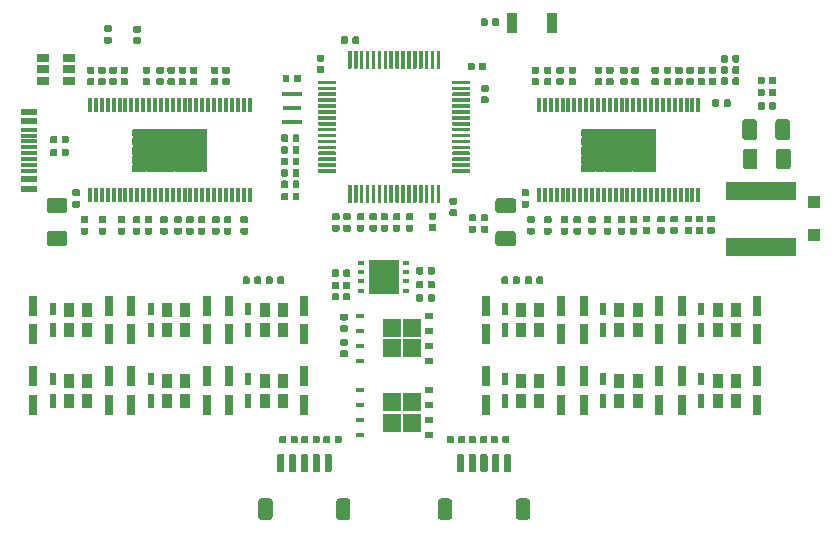
<source format=gbr>
%TF.GenerationSoftware,KiCad,Pcbnew,(5.1.5)-3*%
%TF.CreationDate,2021-04-30T11:05:50+08:00*%
%TF.ProjectId,bldc_motor_cntroller,626c6463-5f6d-46f7-946f-725f636e7472,rev?*%
%TF.SameCoordinates,PX57bcf00PY69db9c0*%
%TF.FileFunction,Paste,Top*%
%TF.FilePolarity,Positive*%
%FSLAX46Y46*%
G04 Gerber Fmt 4.6, Leading zero omitted, Abs format (unit mm)*
G04 Created by KiCad (PCBNEW (5.1.5)-3) date 2021-04-30 11:05:50*
%MOMM*%
%LPD*%
G04 APERTURE LIST*
%ADD10C,0.152400*%
%ADD11R,2.600000X3.000000*%
%ADD12R,0.600000X0.300000*%
%ADD13C,0.100000*%
%ADD14R,0.304800X1.270000*%
%ADD15R,6.350000X3.610000*%
%ADD16R,0.700000X1.800000*%
%ADD17R,0.575000X0.975000*%
%ADD18R,0.575000X1.150000*%
%ADD19R,0.875000X1.150000*%
%ADD20R,1.100000X1.100000*%
%ADD21R,5.900000X1.600000*%
%ADD22R,0.900000X1.700000*%
%ADD23R,1.450000X0.600000*%
%ADD24R,1.450000X0.300000*%
%ADD25R,1.800000X0.400000*%
%ADD26R,1.600000X0.400000*%
%ADD27R,1.060000X0.650000*%
%ADD28R,0.750000X0.500000*%
%ADD29R,1.500000X1.500000*%
%ADD30R,0.750000X0.400000*%
G04 APERTURE END LIST*
D10*
%TO.C,U1*%
X70100070Y44730070D02*
X69855900Y44730070D01*
X69855900Y44730070D02*
X69855900Y44422521D01*
X69855900Y44422521D02*
X69855900Y44422521D01*
X69855900Y44422521D02*
X69997321Y44281100D01*
X69997321Y44281100D02*
X69997321Y44281100D01*
X69997321Y44281100D02*
X70100070Y44281100D01*
X70100070Y44281100D02*
X70100070Y44730070D01*
X69655900Y44730070D02*
X69068500Y44730070D01*
X69068500Y44730070D02*
X69068500Y44422521D01*
X69068500Y44422521D02*
X69068500Y44422521D01*
X69068500Y44422521D02*
X69209921Y44281100D01*
X69209921Y44281100D02*
X69209921Y44281100D01*
X69209921Y44281100D02*
X69514479Y44281100D01*
X69514479Y44281100D02*
X69514479Y44281100D01*
X69514479Y44281100D02*
X69655900Y44422521D01*
X69655900Y44422521D02*
X69655900Y44422521D01*
X69655900Y44422521D02*
X69655900Y44730070D01*
X68868500Y44730070D02*
X68281100Y44730070D01*
X68281100Y44730070D02*
X68281100Y44422521D01*
X68281100Y44422521D02*
X68281100Y44422521D01*
X68281100Y44422521D02*
X68422521Y44281100D01*
X68422521Y44281100D02*
X68422521Y44281100D01*
X68422521Y44281100D02*
X68727079Y44281100D01*
X68727079Y44281100D02*
X68727079Y44281100D01*
X68727079Y44281100D02*
X68868500Y44422521D01*
X68868500Y44422521D02*
X68868500Y44422521D01*
X68868500Y44422521D02*
X68868500Y44730070D01*
X68081100Y44730070D02*
X67493700Y44730070D01*
X67493700Y44730070D02*
X67493700Y44422521D01*
X67493700Y44422521D02*
X67493700Y44422521D01*
X67493700Y44422521D02*
X67635121Y44281100D01*
X67635121Y44281100D02*
X67635121Y44281100D01*
X67635121Y44281100D02*
X67939679Y44281100D01*
X67939679Y44281100D02*
X67939679Y44281100D01*
X67939679Y44281100D02*
X68081100Y44422521D01*
X68081100Y44422521D02*
X68081100Y44422521D01*
X68081100Y44422521D02*
X68081100Y44730070D01*
X67293700Y44730070D02*
X66706300Y44730070D01*
X66706300Y44730070D02*
X66706300Y44422521D01*
X66706300Y44422521D02*
X66706300Y44422521D01*
X66706300Y44422521D02*
X66847721Y44281100D01*
X66847721Y44281100D02*
X66847721Y44281100D01*
X66847721Y44281100D02*
X67152279Y44281100D01*
X67152279Y44281100D02*
X67152279Y44281100D01*
X67152279Y44281100D02*
X67293700Y44422521D01*
X67293700Y44422521D02*
X67293700Y44422521D01*
X67293700Y44422521D02*
X67293700Y44730070D01*
X66506300Y44730070D02*
X65918900Y44730070D01*
X65918900Y44730070D02*
X65918900Y44422521D01*
X65918900Y44422521D02*
X65918900Y44422521D01*
X65918900Y44422521D02*
X66060321Y44281100D01*
X66060321Y44281100D02*
X66060321Y44281100D01*
X66060321Y44281100D02*
X66364879Y44281100D01*
X66364879Y44281100D02*
X66364879Y44281100D01*
X66364879Y44281100D02*
X66506300Y44422521D01*
X66506300Y44422521D02*
X66506300Y44422521D01*
X66506300Y44422521D02*
X66506300Y44730070D01*
X65718900Y44730070D02*
X65131500Y44730070D01*
X65131500Y44730070D02*
X65131500Y44422521D01*
X65131500Y44422521D02*
X65131500Y44422521D01*
X65131500Y44422521D02*
X65272921Y44281100D01*
X65272921Y44281100D02*
X65272921Y44281100D01*
X65272921Y44281100D02*
X65577479Y44281100D01*
X65577479Y44281100D02*
X65577479Y44281100D01*
X65577479Y44281100D02*
X65718900Y44422521D01*
X65718900Y44422521D02*
X65718900Y44422521D01*
X65718900Y44422521D02*
X65718900Y44730070D01*
X64931500Y44730070D02*
X64344100Y44730070D01*
X64344100Y44730070D02*
X64344100Y44422521D01*
X64344100Y44422521D02*
X64344100Y44422521D01*
X64344100Y44422521D02*
X64485521Y44281100D01*
X64485521Y44281100D02*
X64485521Y44281100D01*
X64485521Y44281100D02*
X64790079Y44281100D01*
X64790079Y44281100D02*
X64790079Y44281100D01*
X64790079Y44281100D02*
X64931500Y44422521D01*
X64931500Y44422521D02*
X64931500Y44422521D01*
X64931500Y44422521D02*
X64931500Y44730070D01*
X64144100Y44730070D02*
X63899930Y44730070D01*
X63899930Y44730070D02*
X63899930Y44281100D01*
X63899930Y44281100D02*
X64002679Y44281100D01*
X64002679Y44281100D02*
X64002679Y44281100D01*
X64002679Y44281100D02*
X64144100Y44422521D01*
X64144100Y44422521D02*
X64144100Y44422521D01*
X64144100Y44422521D02*
X64144100Y44730070D01*
X70100070Y44081100D02*
X69997321Y44081100D01*
X69997321Y44081100D02*
X69997321Y44081100D01*
X69997321Y44081100D02*
X69855900Y43939679D01*
X69855900Y43939679D02*
X69855900Y43939679D01*
X69855900Y43939679D02*
X69855900Y43635121D01*
X69855900Y43635121D02*
X69855900Y43635121D01*
X69855900Y43635121D02*
X69997321Y43493700D01*
X69997321Y43493700D02*
X69997321Y43493700D01*
X69997321Y43493700D02*
X70100070Y43493700D01*
X70100070Y43493700D02*
X70100070Y44081100D01*
X69655900Y43939679D02*
X69655900Y43939679D01*
X69655900Y43939679D02*
X69514479Y44081100D01*
X69514479Y44081100D02*
X69514479Y44081100D01*
X69514479Y44081100D02*
X69209921Y44081100D01*
X69209921Y44081100D02*
X69209921Y44081100D01*
X69209921Y44081100D02*
X69068500Y43939679D01*
X69068500Y43939679D02*
X69068500Y43939679D01*
X69068500Y43939679D02*
X69068500Y43635121D01*
X69068500Y43635121D02*
X69068500Y43635121D01*
X69068500Y43635121D02*
X69209921Y43493700D01*
X69209921Y43493700D02*
X69209921Y43493700D01*
X69209921Y43493700D02*
X69514479Y43493700D01*
X69514479Y43493700D02*
X69514479Y43493700D01*
X69514479Y43493700D02*
X69655900Y43635121D01*
X69655900Y43635121D02*
X69655900Y43635121D01*
X69655900Y43635121D02*
X69655900Y43939679D01*
X68868500Y43939679D02*
X68868500Y43939679D01*
X68868500Y43939679D02*
X68727079Y44081100D01*
X68727079Y44081100D02*
X68727079Y44081100D01*
X68727079Y44081100D02*
X68422521Y44081100D01*
X68422521Y44081100D02*
X68422521Y44081100D01*
X68422521Y44081100D02*
X68281100Y43939679D01*
X68281100Y43939679D02*
X68281100Y43939679D01*
X68281100Y43939679D02*
X68281100Y43635121D01*
X68281100Y43635121D02*
X68281100Y43635121D01*
X68281100Y43635121D02*
X68422521Y43493700D01*
X68422521Y43493700D02*
X68422521Y43493700D01*
X68422521Y43493700D02*
X68727079Y43493700D01*
X68727079Y43493700D02*
X68727079Y43493700D01*
X68727079Y43493700D02*
X68868500Y43635121D01*
X68868500Y43635121D02*
X68868500Y43635121D01*
X68868500Y43635121D02*
X68868500Y43939679D01*
X68081100Y43939679D02*
X68081100Y43939679D01*
X68081100Y43939679D02*
X67939679Y44081100D01*
X67939679Y44081100D02*
X67939679Y44081100D01*
X67939679Y44081100D02*
X67635121Y44081100D01*
X67635121Y44081100D02*
X67635121Y44081100D01*
X67635121Y44081100D02*
X67493700Y43939679D01*
X67493700Y43939679D02*
X67493700Y43939679D01*
X67493700Y43939679D02*
X67493700Y43635121D01*
X67493700Y43635121D02*
X67493700Y43635121D01*
X67493700Y43635121D02*
X67635121Y43493700D01*
X67635121Y43493700D02*
X67635121Y43493700D01*
X67635121Y43493700D02*
X67939679Y43493700D01*
X67939679Y43493700D02*
X67939679Y43493700D01*
X67939679Y43493700D02*
X68081100Y43635121D01*
X68081100Y43635121D02*
X68081100Y43635121D01*
X68081100Y43635121D02*
X68081100Y43939679D01*
X67293700Y43939679D02*
X67293700Y43939679D01*
X67293700Y43939679D02*
X67152279Y44081100D01*
X67152279Y44081100D02*
X67152279Y44081100D01*
X67152279Y44081100D02*
X66847721Y44081100D01*
X66847721Y44081100D02*
X66847721Y44081100D01*
X66847721Y44081100D02*
X66706300Y43939679D01*
X66706300Y43939679D02*
X66706300Y43939679D01*
X66706300Y43939679D02*
X66706300Y43635121D01*
X66706300Y43635121D02*
X66706300Y43635121D01*
X66706300Y43635121D02*
X66847721Y43493700D01*
X66847721Y43493700D02*
X66847721Y43493700D01*
X66847721Y43493700D02*
X67152279Y43493700D01*
X67152279Y43493700D02*
X67152279Y43493700D01*
X67152279Y43493700D02*
X67293700Y43635121D01*
X67293700Y43635121D02*
X67293700Y43635121D01*
X67293700Y43635121D02*
X67293700Y43939679D01*
X66506300Y43939679D02*
X66506300Y43939679D01*
X66506300Y43939679D02*
X66364879Y44081100D01*
X66364879Y44081100D02*
X66364879Y44081100D01*
X66364879Y44081100D02*
X66060321Y44081100D01*
X66060321Y44081100D02*
X66060321Y44081100D01*
X66060321Y44081100D02*
X65918900Y43939679D01*
X65918900Y43939679D02*
X65918900Y43939679D01*
X65918900Y43939679D02*
X65918900Y43635121D01*
X65918900Y43635121D02*
X65918900Y43635121D01*
X65918900Y43635121D02*
X66060321Y43493700D01*
X66060321Y43493700D02*
X66060321Y43493700D01*
X66060321Y43493700D02*
X66364879Y43493700D01*
X66364879Y43493700D02*
X66364879Y43493700D01*
X66364879Y43493700D02*
X66506300Y43635121D01*
X66506300Y43635121D02*
X66506300Y43635121D01*
X66506300Y43635121D02*
X66506300Y43939679D01*
X65718900Y43939679D02*
X65718900Y43939679D01*
X65718900Y43939679D02*
X65577479Y44081100D01*
X65577479Y44081100D02*
X65577479Y44081100D01*
X65577479Y44081100D02*
X65272921Y44081100D01*
X65272921Y44081100D02*
X65272921Y44081100D01*
X65272921Y44081100D02*
X65131500Y43939679D01*
X65131500Y43939679D02*
X65131500Y43939679D01*
X65131500Y43939679D02*
X65131500Y43635121D01*
X65131500Y43635121D02*
X65131500Y43635121D01*
X65131500Y43635121D02*
X65272921Y43493700D01*
X65272921Y43493700D02*
X65272921Y43493700D01*
X65272921Y43493700D02*
X65577479Y43493700D01*
X65577479Y43493700D02*
X65577479Y43493700D01*
X65577479Y43493700D02*
X65718900Y43635121D01*
X65718900Y43635121D02*
X65718900Y43635121D01*
X65718900Y43635121D02*
X65718900Y43939679D01*
X64931500Y43939679D02*
X64931500Y43939679D01*
X64931500Y43939679D02*
X64790079Y44081100D01*
X64790079Y44081100D02*
X64790079Y44081100D01*
X64790079Y44081100D02*
X64485521Y44081100D01*
X64485521Y44081100D02*
X64485521Y44081100D01*
X64485521Y44081100D02*
X64344100Y43939679D01*
X64344100Y43939679D02*
X64344100Y43939679D01*
X64344100Y43939679D02*
X64344100Y43635121D01*
X64344100Y43635121D02*
X64344100Y43635121D01*
X64344100Y43635121D02*
X64485521Y43493700D01*
X64485521Y43493700D02*
X64485521Y43493700D01*
X64485521Y43493700D02*
X64790079Y43493700D01*
X64790079Y43493700D02*
X64790079Y43493700D01*
X64790079Y43493700D02*
X64931500Y43635121D01*
X64931500Y43635121D02*
X64931500Y43635121D01*
X64931500Y43635121D02*
X64931500Y43939679D01*
X64144100Y43939679D02*
X64144100Y43939679D01*
X64144100Y43939679D02*
X64002679Y44081100D01*
X64002679Y44081100D02*
X64002679Y44081100D01*
X64002679Y44081100D02*
X63899930Y44081100D01*
X63899930Y44081100D02*
X63899930Y43493700D01*
X63899930Y43493700D02*
X64002679Y43493700D01*
X64002679Y43493700D02*
X64002679Y43493700D01*
X64002679Y43493700D02*
X64144100Y43635121D01*
X64144100Y43635121D02*
X64144100Y43635121D01*
X64144100Y43635121D02*
X64144100Y43939679D01*
X70100070Y43293700D02*
X69997321Y43293700D01*
X69997321Y43293700D02*
X69997321Y43293700D01*
X69997321Y43293700D02*
X69855900Y43152279D01*
X69855900Y43152279D02*
X69855900Y43152279D01*
X69855900Y43152279D02*
X69855900Y42847721D01*
X69855900Y42847721D02*
X69855900Y42847721D01*
X69855900Y42847721D02*
X69997321Y42706300D01*
X69997321Y42706300D02*
X69997321Y42706300D01*
X69997321Y42706300D02*
X70100070Y42706300D01*
X70100070Y42706300D02*
X70100070Y43293700D01*
X69655900Y43152279D02*
X69655900Y43152279D01*
X69655900Y43152279D02*
X69514479Y43293700D01*
X69514479Y43293700D02*
X69514479Y43293700D01*
X69514479Y43293700D02*
X69209921Y43293700D01*
X69209921Y43293700D02*
X69209921Y43293700D01*
X69209921Y43293700D02*
X69068500Y43152279D01*
X69068500Y43152279D02*
X69068500Y43152279D01*
X69068500Y43152279D02*
X69068500Y42847721D01*
X69068500Y42847721D02*
X69068500Y42847721D01*
X69068500Y42847721D02*
X69209921Y42706300D01*
X69209921Y42706300D02*
X69209921Y42706300D01*
X69209921Y42706300D02*
X69514479Y42706300D01*
X69514479Y42706300D02*
X69514479Y42706300D01*
X69514479Y42706300D02*
X69655900Y42847721D01*
X69655900Y42847721D02*
X69655900Y42847721D01*
X69655900Y42847721D02*
X69655900Y43152279D01*
X68868500Y43152279D02*
X68868500Y43152279D01*
X68868500Y43152279D02*
X68727079Y43293700D01*
X68727079Y43293700D02*
X68727079Y43293700D01*
X68727079Y43293700D02*
X68422521Y43293700D01*
X68422521Y43293700D02*
X68422521Y43293700D01*
X68422521Y43293700D02*
X68281100Y43152279D01*
X68281100Y43152279D02*
X68281100Y43152279D01*
X68281100Y43152279D02*
X68281100Y42847721D01*
X68281100Y42847721D02*
X68281100Y42847721D01*
X68281100Y42847721D02*
X68422521Y42706300D01*
X68422521Y42706300D02*
X68422521Y42706300D01*
X68422521Y42706300D02*
X68727079Y42706300D01*
X68727079Y42706300D02*
X68727079Y42706300D01*
X68727079Y42706300D02*
X68868500Y42847721D01*
X68868500Y42847721D02*
X68868500Y42847721D01*
X68868500Y42847721D02*
X68868500Y43152279D01*
X68081100Y43152279D02*
X68081100Y43152279D01*
X68081100Y43152279D02*
X67939679Y43293700D01*
X67939679Y43293700D02*
X67939679Y43293700D01*
X67939679Y43293700D02*
X67635121Y43293700D01*
X67635121Y43293700D02*
X67635121Y43293700D01*
X67635121Y43293700D02*
X67493700Y43152279D01*
X67493700Y43152279D02*
X67493700Y43152279D01*
X67493700Y43152279D02*
X67493700Y42847721D01*
X67493700Y42847721D02*
X67493700Y42847721D01*
X67493700Y42847721D02*
X67635121Y42706300D01*
X67635121Y42706300D02*
X67635121Y42706300D01*
X67635121Y42706300D02*
X67939679Y42706300D01*
X67939679Y42706300D02*
X67939679Y42706300D01*
X67939679Y42706300D02*
X68081100Y42847721D01*
X68081100Y42847721D02*
X68081100Y42847721D01*
X68081100Y42847721D02*
X68081100Y43152279D01*
X67293700Y43152279D02*
X67293700Y43152279D01*
X67293700Y43152279D02*
X67152279Y43293700D01*
X67152279Y43293700D02*
X67152279Y43293700D01*
X67152279Y43293700D02*
X66847721Y43293700D01*
X66847721Y43293700D02*
X66847721Y43293700D01*
X66847721Y43293700D02*
X66706300Y43152279D01*
X66706300Y43152279D02*
X66706300Y43152279D01*
X66706300Y43152279D02*
X66706300Y42847721D01*
X66706300Y42847721D02*
X66706300Y42847721D01*
X66706300Y42847721D02*
X66847721Y42706300D01*
X66847721Y42706300D02*
X66847721Y42706300D01*
X66847721Y42706300D02*
X67152279Y42706300D01*
X67152279Y42706300D02*
X67152279Y42706300D01*
X67152279Y42706300D02*
X67293700Y42847721D01*
X67293700Y42847721D02*
X67293700Y42847721D01*
X67293700Y42847721D02*
X67293700Y43152279D01*
X66506300Y43152279D02*
X66506300Y43152279D01*
X66506300Y43152279D02*
X66364879Y43293700D01*
X66364879Y43293700D02*
X66364879Y43293700D01*
X66364879Y43293700D02*
X66060321Y43293700D01*
X66060321Y43293700D02*
X66060321Y43293700D01*
X66060321Y43293700D02*
X65918900Y43152279D01*
X65918900Y43152279D02*
X65918900Y43152279D01*
X65918900Y43152279D02*
X65918900Y42847721D01*
X65918900Y42847721D02*
X65918900Y42847721D01*
X65918900Y42847721D02*
X66060321Y42706300D01*
X66060321Y42706300D02*
X66060321Y42706300D01*
X66060321Y42706300D02*
X66364879Y42706300D01*
X66364879Y42706300D02*
X66364879Y42706300D01*
X66364879Y42706300D02*
X66506300Y42847721D01*
X66506300Y42847721D02*
X66506300Y42847721D01*
X66506300Y42847721D02*
X66506300Y43152279D01*
X65718900Y43152279D02*
X65718900Y43152279D01*
X65718900Y43152279D02*
X65577479Y43293700D01*
X65577479Y43293700D02*
X65577479Y43293700D01*
X65577479Y43293700D02*
X65272921Y43293700D01*
X65272921Y43293700D02*
X65272921Y43293700D01*
X65272921Y43293700D02*
X65131500Y43152279D01*
X65131500Y43152279D02*
X65131500Y43152279D01*
X65131500Y43152279D02*
X65131500Y42847721D01*
X65131500Y42847721D02*
X65131500Y42847721D01*
X65131500Y42847721D02*
X65272921Y42706300D01*
X65272921Y42706300D02*
X65272921Y42706300D01*
X65272921Y42706300D02*
X65577479Y42706300D01*
X65577479Y42706300D02*
X65577479Y42706300D01*
X65577479Y42706300D02*
X65718900Y42847721D01*
X65718900Y42847721D02*
X65718900Y42847721D01*
X65718900Y42847721D02*
X65718900Y43152279D01*
X64931500Y43152279D02*
X64931500Y43152279D01*
X64931500Y43152279D02*
X64790079Y43293700D01*
X64790079Y43293700D02*
X64790079Y43293700D01*
X64790079Y43293700D02*
X64485521Y43293700D01*
X64485521Y43293700D02*
X64485521Y43293700D01*
X64485521Y43293700D02*
X64344100Y43152279D01*
X64344100Y43152279D02*
X64344100Y43152279D01*
X64344100Y43152279D02*
X64344100Y42847721D01*
X64344100Y42847721D02*
X64344100Y42847721D01*
X64344100Y42847721D02*
X64485521Y42706300D01*
X64485521Y42706300D02*
X64485521Y42706300D01*
X64485521Y42706300D02*
X64790079Y42706300D01*
X64790079Y42706300D02*
X64790079Y42706300D01*
X64790079Y42706300D02*
X64931500Y42847721D01*
X64931500Y42847721D02*
X64931500Y42847721D01*
X64931500Y42847721D02*
X64931500Y43152279D01*
X64144100Y43152279D02*
X64144100Y43152279D01*
X64144100Y43152279D02*
X64002679Y43293700D01*
X64002679Y43293700D02*
X64002679Y43293700D01*
X64002679Y43293700D02*
X63899930Y43293700D01*
X63899930Y43293700D02*
X63899930Y42706300D01*
X63899930Y42706300D02*
X64002679Y42706300D01*
X64002679Y42706300D02*
X64002679Y42706300D01*
X64002679Y42706300D02*
X64144100Y42847721D01*
X64144100Y42847721D02*
X64144100Y42847721D01*
X64144100Y42847721D02*
X64144100Y43152279D01*
X70100070Y42506300D02*
X69997321Y42506300D01*
X69997321Y42506300D02*
X69997321Y42506300D01*
X69997321Y42506300D02*
X69855900Y42364879D01*
X69855900Y42364879D02*
X69855900Y42364879D01*
X69855900Y42364879D02*
X69855900Y42060321D01*
X69855900Y42060321D02*
X69855900Y42060321D01*
X69855900Y42060321D02*
X69997321Y41918900D01*
X69997321Y41918900D02*
X69997321Y41918900D01*
X69997321Y41918900D02*
X70100070Y41918900D01*
X70100070Y41918900D02*
X70100070Y42506300D01*
X69655900Y42364879D02*
X69655900Y42364879D01*
X69655900Y42364879D02*
X69514479Y42506300D01*
X69514479Y42506300D02*
X69514479Y42506300D01*
X69514479Y42506300D02*
X69209921Y42506300D01*
X69209921Y42506300D02*
X69209921Y42506300D01*
X69209921Y42506300D02*
X69068500Y42364879D01*
X69068500Y42364879D02*
X69068500Y42364879D01*
X69068500Y42364879D02*
X69068500Y42060321D01*
X69068500Y42060321D02*
X69068500Y42060321D01*
X69068500Y42060321D02*
X69209921Y41918900D01*
X69209921Y41918900D02*
X69209921Y41918900D01*
X69209921Y41918900D02*
X69514479Y41918900D01*
X69514479Y41918900D02*
X69514479Y41918900D01*
X69514479Y41918900D02*
X69655900Y42060321D01*
X69655900Y42060321D02*
X69655900Y42060321D01*
X69655900Y42060321D02*
X69655900Y42364879D01*
X68868500Y42364879D02*
X68868500Y42364879D01*
X68868500Y42364879D02*
X68727079Y42506300D01*
X68727079Y42506300D02*
X68727079Y42506300D01*
X68727079Y42506300D02*
X68422521Y42506300D01*
X68422521Y42506300D02*
X68422521Y42506300D01*
X68422521Y42506300D02*
X68281100Y42364879D01*
X68281100Y42364879D02*
X68281100Y42364879D01*
X68281100Y42364879D02*
X68281100Y42060321D01*
X68281100Y42060321D02*
X68281100Y42060321D01*
X68281100Y42060321D02*
X68422521Y41918900D01*
X68422521Y41918900D02*
X68422521Y41918900D01*
X68422521Y41918900D02*
X68727079Y41918900D01*
X68727079Y41918900D02*
X68727079Y41918900D01*
X68727079Y41918900D02*
X68868500Y42060321D01*
X68868500Y42060321D02*
X68868500Y42060321D01*
X68868500Y42060321D02*
X68868500Y42364879D01*
X68081100Y42364879D02*
X68081100Y42364879D01*
X68081100Y42364879D02*
X67939679Y42506300D01*
X67939679Y42506300D02*
X67939679Y42506300D01*
X67939679Y42506300D02*
X67635121Y42506300D01*
X67635121Y42506300D02*
X67635121Y42506300D01*
X67635121Y42506300D02*
X67493700Y42364879D01*
X67493700Y42364879D02*
X67493700Y42364879D01*
X67493700Y42364879D02*
X67493700Y42060321D01*
X67493700Y42060321D02*
X67493700Y42060321D01*
X67493700Y42060321D02*
X67635121Y41918900D01*
X67635121Y41918900D02*
X67635121Y41918900D01*
X67635121Y41918900D02*
X67939679Y41918900D01*
X67939679Y41918900D02*
X67939679Y41918900D01*
X67939679Y41918900D02*
X68081100Y42060321D01*
X68081100Y42060321D02*
X68081100Y42060321D01*
X68081100Y42060321D02*
X68081100Y42364879D01*
X67293700Y42364879D02*
X67293700Y42364879D01*
X67293700Y42364879D02*
X67152279Y42506300D01*
X67152279Y42506300D02*
X67152279Y42506300D01*
X67152279Y42506300D02*
X66847721Y42506300D01*
X66847721Y42506300D02*
X66847721Y42506300D01*
X66847721Y42506300D02*
X66706300Y42364879D01*
X66706300Y42364879D02*
X66706300Y42364879D01*
X66706300Y42364879D02*
X66706300Y42060321D01*
X66706300Y42060321D02*
X66706300Y42060321D01*
X66706300Y42060321D02*
X66847721Y41918900D01*
X66847721Y41918900D02*
X66847721Y41918900D01*
X66847721Y41918900D02*
X67152279Y41918900D01*
X67152279Y41918900D02*
X67152279Y41918900D01*
X67152279Y41918900D02*
X67293700Y42060321D01*
X67293700Y42060321D02*
X67293700Y42060321D01*
X67293700Y42060321D02*
X67293700Y42364879D01*
X66506300Y42364879D02*
X66506300Y42364879D01*
X66506300Y42364879D02*
X66364879Y42506300D01*
X66364879Y42506300D02*
X66364879Y42506300D01*
X66364879Y42506300D02*
X66060321Y42506300D01*
X66060321Y42506300D02*
X66060321Y42506300D01*
X66060321Y42506300D02*
X65918900Y42364879D01*
X65918900Y42364879D02*
X65918900Y42364879D01*
X65918900Y42364879D02*
X65918900Y42060321D01*
X65918900Y42060321D02*
X65918900Y42060321D01*
X65918900Y42060321D02*
X66060321Y41918900D01*
X66060321Y41918900D02*
X66060321Y41918900D01*
X66060321Y41918900D02*
X66364879Y41918900D01*
X66364879Y41918900D02*
X66364879Y41918900D01*
X66364879Y41918900D02*
X66506300Y42060321D01*
X66506300Y42060321D02*
X66506300Y42060321D01*
X66506300Y42060321D02*
X66506300Y42364879D01*
X65718900Y42364879D02*
X65718900Y42364879D01*
X65718900Y42364879D02*
X65577479Y42506300D01*
X65577479Y42506300D02*
X65577479Y42506300D01*
X65577479Y42506300D02*
X65272921Y42506300D01*
X65272921Y42506300D02*
X65272921Y42506300D01*
X65272921Y42506300D02*
X65131500Y42364879D01*
X65131500Y42364879D02*
X65131500Y42364879D01*
X65131500Y42364879D02*
X65131500Y42060321D01*
X65131500Y42060321D02*
X65131500Y42060321D01*
X65131500Y42060321D02*
X65272921Y41918900D01*
X65272921Y41918900D02*
X65272921Y41918900D01*
X65272921Y41918900D02*
X65577479Y41918900D01*
X65577479Y41918900D02*
X65577479Y41918900D01*
X65577479Y41918900D02*
X65718900Y42060321D01*
X65718900Y42060321D02*
X65718900Y42060321D01*
X65718900Y42060321D02*
X65718900Y42364879D01*
X64931500Y42364879D02*
X64931500Y42364879D01*
X64931500Y42364879D02*
X64790079Y42506300D01*
X64790079Y42506300D02*
X64790079Y42506300D01*
X64790079Y42506300D02*
X64485521Y42506300D01*
X64485521Y42506300D02*
X64485521Y42506300D01*
X64485521Y42506300D02*
X64344100Y42364879D01*
X64344100Y42364879D02*
X64344100Y42364879D01*
X64344100Y42364879D02*
X64344100Y42060321D01*
X64344100Y42060321D02*
X64344100Y42060321D01*
X64344100Y42060321D02*
X64485521Y41918900D01*
X64485521Y41918900D02*
X64485521Y41918900D01*
X64485521Y41918900D02*
X64790079Y41918900D01*
X64790079Y41918900D02*
X64790079Y41918900D01*
X64790079Y41918900D02*
X64931500Y42060321D01*
X64931500Y42060321D02*
X64931500Y42060321D01*
X64931500Y42060321D02*
X64931500Y42364879D01*
X64144100Y42364879D02*
X64144100Y42364879D01*
X64144100Y42364879D02*
X64002679Y42506300D01*
X64002679Y42506300D02*
X64002679Y42506300D01*
X64002679Y42506300D02*
X63899930Y42506300D01*
X63899930Y42506300D02*
X63899930Y41918900D01*
X63899930Y41918900D02*
X64002679Y41918900D01*
X64002679Y41918900D02*
X64002679Y41918900D01*
X64002679Y41918900D02*
X64144100Y42060321D01*
X64144100Y42060321D02*
X64144100Y42060321D01*
X64144100Y42060321D02*
X64144100Y42364879D01*
X70100070Y41718900D02*
X69997321Y41718900D01*
X69997321Y41718900D02*
X69997321Y41718900D01*
X69997321Y41718900D02*
X69855900Y41577479D01*
X69855900Y41577479D02*
X69855900Y41577479D01*
X69855900Y41577479D02*
X69855900Y41269930D01*
X69855900Y41269930D02*
X70100070Y41269930D01*
X70100070Y41269930D02*
X70100070Y41718900D01*
X69655900Y41577479D02*
X69655900Y41577479D01*
X69655900Y41577479D02*
X69514479Y41718900D01*
X69514479Y41718900D02*
X69514479Y41718900D01*
X69514479Y41718900D02*
X69209921Y41718900D01*
X69209921Y41718900D02*
X69209921Y41718900D01*
X69209921Y41718900D02*
X69068500Y41577479D01*
X69068500Y41577479D02*
X69068500Y41577479D01*
X69068500Y41577479D02*
X69068500Y41269930D01*
X69068500Y41269930D02*
X69655900Y41269930D01*
X69655900Y41269930D02*
X69655900Y41577479D01*
X68868500Y41577479D02*
X68868500Y41577479D01*
X68868500Y41577479D02*
X68727079Y41718900D01*
X68727079Y41718900D02*
X68727079Y41718900D01*
X68727079Y41718900D02*
X68422521Y41718900D01*
X68422521Y41718900D02*
X68422521Y41718900D01*
X68422521Y41718900D02*
X68281100Y41577479D01*
X68281100Y41577479D02*
X68281100Y41577479D01*
X68281100Y41577479D02*
X68281100Y41269930D01*
X68281100Y41269930D02*
X68868500Y41269930D01*
X68868500Y41269930D02*
X68868500Y41577479D01*
X68081100Y41577479D02*
X68081100Y41577479D01*
X68081100Y41577479D02*
X67939679Y41718900D01*
X67939679Y41718900D02*
X67939679Y41718900D01*
X67939679Y41718900D02*
X67635121Y41718900D01*
X67635121Y41718900D02*
X67635121Y41718900D01*
X67635121Y41718900D02*
X67493700Y41577479D01*
X67493700Y41577479D02*
X67493700Y41577479D01*
X67493700Y41577479D02*
X67493700Y41269930D01*
X67493700Y41269930D02*
X68081100Y41269930D01*
X68081100Y41269930D02*
X68081100Y41577479D01*
X67293700Y41577479D02*
X67293700Y41577479D01*
X67293700Y41577479D02*
X67152279Y41718900D01*
X67152279Y41718900D02*
X67152279Y41718900D01*
X67152279Y41718900D02*
X66847721Y41718900D01*
X66847721Y41718900D02*
X66847721Y41718900D01*
X66847721Y41718900D02*
X66706300Y41577479D01*
X66706300Y41577479D02*
X66706300Y41577479D01*
X66706300Y41577479D02*
X66706300Y41269930D01*
X66706300Y41269930D02*
X67293700Y41269930D01*
X67293700Y41269930D02*
X67293700Y41577479D01*
X66506300Y41577479D02*
X66506300Y41577479D01*
X66506300Y41577479D02*
X66364879Y41718900D01*
X66364879Y41718900D02*
X66364879Y41718900D01*
X66364879Y41718900D02*
X66060321Y41718900D01*
X66060321Y41718900D02*
X66060321Y41718900D01*
X66060321Y41718900D02*
X65918900Y41577479D01*
X65918900Y41577479D02*
X65918900Y41577479D01*
X65918900Y41577479D02*
X65918900Y41269930D01*
X65918900Y41269930D02*
X66506300Y41269930D01*
X66506300Y41269930D02*
X66506300Y41577479D01*
X65718900Y41577479D02*
X65718900Y41577479D01*
X65718900Y41577479D02*
X65577479Y41718900D01*
X65577479Y41718900D02*
X65577479Y41718900D01*
X65577479Y41718900D02*
X65272921Y41718900D01*
X65272921Y41718900D02*
X65272921Y41718900D01*
X65272921Y41718900D02*
X65131500Y41577479D01*
X65131500Y41577479D02*
X65131500Y41577479D01*
X65131500Y41577479D02*
X65131500Y41269930D01*
X65131500Y41269930D02*
X65718900Y41269930D01*
X65718900Y41269930D02*
X65718900Y41577479D01*
X64931500Y41577479D02*
X64931500Y41577479D01*
X64931500Y41577479D02*
X64790079Y41718900D01*
X64790079Y41718900D02*
X64790079Y41718900D01*
X64790079Y41718900D02*
X64485521Y41718900D01*
X64485521Y41718900D02*
X64485521Y41718900D01*
X64485521Y41718900D02*
X64344100Y41577479D01*
X64344100Y41577479D02*
X64344100Y41577479D01*
X64344100Y41577479D02*
X64344100Y41269930D01*
X64344100Y41269930D02*
X64931500Y41269930D01*
X64931500Y41269930D02*
X64931500Y41577479D01*
X64144100Y41577479D02*
X64144100Y41577479D01*
X64144100Y41577479D02*
X64002679Y41718900D01*
X64002679Y41718900D02*
X64002679Y41718900D01*
X64002679Y41718900D02*
X63899930Y41718900D01*
X63899930Y41718900D02*
X63899930Y41269930D01*
X63899930Y41269930D02*
X64144100Y41269930D01*
X64144100Y41269930D02*
X64144100Y41577479D01*
%TO.C,U2*%
X26144100Y41269930D02*
X26144100Y41577479D01*
X25899930Y41269930D02*
X26144100Y41269930D01*
X25899930Y41718900D02*
X25899930Y41269930D01*
X26002679Y41718900D02*
X25899930Y41718900D01*
X26002679Y41718900D02*
X26002679Y41718900D01*
X26144100Y41577479D02*
X26002679Y41718900D01*
X26144100Y41577479D02*
X26144100Y41577479D01*
X26931500Y41269930D02*
X26931500Y41577479D01*
X26344100Y41269930D02*
X26931500Y41269930D01*
X26344100Y41577479D02*
X26344100Y41269930D01*
X26344100Y41577479D02*
X26344100Y41577479D01*
X26485521Y41718900D02*
X26344100Y41577479D01*
X26485521Y41718900D02*
X26485521Y41718900D01*
X26790079Y41718900D02*
X26485521Y41718900D01*
X26790079Y41718900D02*
X26790079Y41718900D01*
X26931500Y41577479D02*
X26790079Y41718900D01*
X26931500Y41577479D02*
X26931500Y41577479D01*
X27718900Y41269930D02*
X27718900Y41577479D01*
X27131500Y41269930D02*
X27718900Y41269930D01*
X27131500Y41577479D02*
X27131500Y41269930D01*
X27131500Y41577479D02*
X27131500Y41577479D01*
X27272921Y41718900D02*
X27131500Y41577479D01*
X27272921Y41718900D02*
X27272921Y41718900D01*
X27577479Y41718900D02*
X27272921Y41718900D01*
X27577479Y41718900D02*
X27577479Y41718900D01*
X27718900Y41577479D02*
X27577479Y41718900D01*
X27718900Y41577479D02*
X27718900Y41577479D01*
X28506300Y41269930D02*
X28506300Y41577479D01*
X27918900Y41269930D02*
X28506300Y41269930D01*
X27918900Y41577479D02*
X27918900Y41269930D01*
X27918900Y41577479D02*
X27918900Y41577479D01*
X28060321Y41718900D02*
X27918900Y41577479D01*
X28060321Y41718900D02*
X28060321Y41718900D01*
X28364879Y41718900D02*
X28060321Y41718900D01*
X28364879Y41718900D02*
X28364879Y41718900D01*
X28506300Y41577479D02*
X28364879Y41718900D01*
X28506300Y41577479D02*
X28506300Y41577479D01*
X29293700Y41269930D02*
X29293700Y41577479D01*
X28706300Y41269930D02*
X29293700Y41269930D01*
X28706300Y41577479D02*
X28706300Y41269930D01*
X28706300Y41577479D02*
X28706300Y41577479D01*
X28847721Y41718900D02*
X28706300Y41577479D01*
X28847721Y41718900D02*
X28847721Y41718900D01*
X29152279Y41718900D02*
X28847721Y41718900D01*
X29152279Y41718900D02*
X29152279Y41718900D01*
X29293700Y41577479D02*
X29152279Y41718900D01*
X29293700Y41577479D02*
X29293700Y41577479D01*
X30081100Y41269930D02*
X30081100Y41577479D01*
X29493700Y41269930D02*
X30081100Y41269930D01*
X29493700Y41577479D02*
X29493700Y41269930D01*
X29493700Y41577479D02*
X29493700Y41577479D01*
X29635121Y41718900D02*
X29493700Y41577479D01*
X29635121Y41718900D02*
X29635121Y41718900D01*
X29939679Y41718900D02*
X29635121Y41718900D01*
X29939679Y41718900D02*
X29939679Y41718900D01*
X30081100Y41577479D02*
X29939679Y41718900D01*
X30081100Y41577479D02*
X30081100Y41577479D01*
X30868500Y41269930D02*
X30868500Y41577479D01*
X30281100Y41269930D02*
X30868500Y41269930D01*
X30281100Y41577479D02*
X30281100Y41269930D01*
X30281100Y41577479D02*
X30281100Y41577479D01*
X30422521Y41718900D02*
X30281100Y41577479D01*
X30422521Y41718900D02*
X30422521Y41718900D01*
X30727079Y41718900D02*
X30422521Y41718900D01*
X30727079Y41718900D02*
X30727079Y41718900D01*
X30868500Y41577479D02*
X30727079Y41718900D01*
X30868500Y41577479D02*
X30868500Y41577479D01*
X31655900Y41269930D02*
X31655900Y41577479D01*
X31068500Y41269930D02*
X31655900Y41269930D01*
X31068500Y41577479D02*
X31068500Y41269930D01*
X31068500Y41577479D02*
X31068500Y41577479D01*
X31209921Y41718900D02*
X31068500Y41577479D01*
X31209921Y41718900D02*
X31209921Y41718900D01*
X31514479Y41718900D02*
X31209921Y41718900D01*
X31514479Y41718900D02*
X31514479Y41718900D01*
X31655900Y41577479D02*
X31514479Y41718900D01*
X31655900Y41577479D02*
X31655900Y41577479D01*
X32100070Y41269930D02*
X32100070Y41718900D01*
X31855900Y41269930D02*
X32100070Y41269930D01*
X31855900Y41577479D02*
X31855900Y41269930D01*
X31855900Y41577479D02*
X31855900Y41577479D01*
X31997321Y41718900D02*
X31855900Y41577479D01*
X31997321Y41718900D02*
X31997321Y41718900D01*
X32100070Y41718900D02*
X31997321Y41718900D01*
X26144100Y42060321D02*
X26144100Y42364879D01*
X26144100Y42060321D02*
X26144100Y42060321D01*
X26002679Y41918900D02*
X26144100Y42060321D01*
X26002679Y41918900D02*
X26002679Y41918900D01*
X25899930Y41918900D02*
X26002679Y41918900D01*
X25899930Y42506300D02*
X25899930Y41918900D01*
X26002679Y42506300D02*
X25899930Y42506300D01*
X26002679Y42506300D02*
X26002679Y42506300D01*
X26144100Y42364879D02*
X26002679Y42506300D01*
X26144100Y42364879D02*
X26144100Y42364879D01*
X26931500Y42060321D02*
X26931500Y42364879D01*
X26931500Y42060321D02*
X26931500Y42060321D01*
X26790079Y41918900D02*
X26931500Y42060321D01*
X26790079Y41918900D02*
X26790079Y41918900D01*
X26485521Y41918900D02*
X26790079Y41918900D01*
X26485521Y41918900D02*
X26485521Y41918900D01*
X26344100Y42060321D02*
X26485521Y41918900D01*
X26344100Y42060321D02*
X26344100Y42060321D01*
X26344100Y42364879D02*
X26344100Y42060321D01*
X26344100Y42364879D02*
X26344100Y42364879D01*
X26485521Y42506300D02*
X26344100Y42364879D01*
X26485521Y42506300D02*
X26485521Y42506300D01*
X26790079Y42506300D02*
X26485521Y42506300D01*
X26790079Y42506300D02*
X26790079Y42506300D01*
X26931500Y42364879D02*
X26790079Y42506300D01*
X26931500Y42364879D02*
X26931500Y42364879D01*
X27718900Y42060321D02*
X27718900Y42364879D01*
X27718900Y42060321D02*
X27718900Y42060321D01*
X27577479Y41918900D02*
X27718900Y42060321D01*
X27577479Y41918900D02*
X27577479Y41918900D01*
X27272921Y41918900D02*
X27577479Y41918900D01*
X27272921Y41918900D02*
X27272921Y41918900D01*
X27131500Y42060321D02*
X27272921Y41918900D01*
X27131500Y42060321D02*
X27131500Y42060321D01*
X27131500Y42364879D02*
X27131500Y42060321D01*
X27131500Y42364879D02*
X27131500Y42364879D01*
X27272921Y42506300D02*
X27131500Y42364879D01*
X27272921Y42506300D02*
X27272921Y42506300D01*
X27577479Y42506300D02*
X27272921Y42506300D01*
X27577479Y42506300D02*
X27577479Y42506300D01*
X27718900Y42364879D02*
X27577479Y42506300D01*
X27718900Y42364879D02*
X27718900Y42364879D01*
X28506300Y42060321D02*
X28506300Y42364879D01*
X28506300Y42060321D02*
X28506300Y42060321D01*
X28364879Y41918900D02*
X28506300Y42060321D01*
X28364879Y41918900D02*
X28364879Y41918900D01*
X28060321Y41918900D02*
X28364879Y41918900D01*
X28060321Y41918900D02*
X28060321Y41918900D01*
X27918900Y42060321D02*
X28060321Y41918900D01*
X27918900Y42060321D02*
X27918900Y42060321D01*
X27918900Y42364879D02*
X27918900Y42060321D01*
X27918900Y42364879D02*
X27918900Y42364879D01*
X28060321Y42506300D02*
X27918900Y42364879D01*
X28060321Y42506300D02*
X28060321Y42506300D01*
X28364879Y42506300D02*
X28060321Y42506300D01*
X28364879Y42506300D02*
X28364879Y42506300D01*
X28506300Y42364879D02*
X28364879Y42506300D01*
X28506300Y42364879D02*
X28506300Y42364879D01*
X29293700Y42060321D02*
X29293700Y42364879D01*
X29293700Y42060321D02*
X29293700Y42060321D01*
X29152279Y41918900D02*
X29293700Y42060321D01*
X29152279Y41918900D02*
X29152279Y41918900D01*
X28847721Y41918900D02*
X29152279Y41918900D01*
X28847721Y41918900D02*
X28847721Y41918900D01*
X28706300Y42060321D02*
X28847721Y41918900D01*
X28706300Y42060321D02*
X28706300Y42060321D01*
X28706300Y42364879D02*
X28706300Y42060321D01*
X28706300Y42364879D02*
X28706300Y42364879D01*
X28847721Y42506300D02*
X28706300Y42364879D01*
X28847721Y42506300D02*
X28847721Y42506300D01*
X29152279Y42506300D02*
X28847721Y42506300D01*
X29152279Y42506300D02*
X29152279Y42506300D01*
X29293700Y42364879D02*
X29152279Y42506300D01*
X29293700Y42364879D02*
X29293700Y42364879D01*
X30081100Y42060321D02*
X30081100Y42364879D01*
X30081100Y42060321D02*
X30081100Y42060321D01*
X29939679Y41918900D02*
X30081100Y42060321D01*
X29939679Y41918900D02*
X29939679Y41918900D01*
X29635121Y41918900D02*
X29939679Y41918900D01*
X29635121Y41918900D02*
X29635121Y41918900D01*
X29493700Y42060321D02*
X29635121Y41918900D01*
X29493700Y42060321D02*
X29493700Y42060321D01*
X29493700Y42364879D02*
X29493700Y42060321D01*
X29493700Y42364879D02*
X29493700Y42364879D01*
X29635121Y42506300D02*
X29493700Y42364879D01*
X29635121Y42506300D02*
X29635121Y42506300D01*
X29939679Y42506300D02*
X29635121Y42506300D01*
X29939679Y42506300D02*
X29939679Y42506300D01*
X30081100Y42364879D02*
X29939679Y42506300D01*
X30081100Y42364879D02*
X30081100Y42364879D01*
X30868500Y42060321D02*
X30868500Y42364879D01*
X30868500Y42060321D02*
X30868500Y42060321D01*
X30727079Y41918900D02*
X30868500Y42060321D01*
X30727079Y41918900D02*
X30727079Y41918900D01*
X30422521Y41918900D02*
X30727079Y41918900D01*
X30422521Y41918900D02*
X30422521Y41918900D01*
X30281100Y42060321D02*
X30422521Y41918900D01*
X30281100Y42060321D02*
X30281100Y42060321D01*
X30281100Y42364879D02*
X30281100Y42060321D01*
X30281100Y42364879D02*
X30281100Y42364879D01*
X30422521Y42506300D02*
X30281100Y42364879D01*
X30422521Y42506300D02*
X30422521Y42506300D01*
X30727079Y42506300D02*
X30422521Y42506300D01*
X30727079Y42506300D02*
X30727079Y42506300D01*
X30868500Y42364879D02*
X30727079Y42506300D01*
X30868500Y42364879D02*
X30868500Y42364879D01*
X31655900Y42060321D02*
X31655900Y42364879D01*
X31655900Y42060321D02*
X31655900Y42060321D01*
X31514479Y41918900D02*
X31655900Y42060321D01*
X31514479Y41918900D02*
X31514479Y41918900D01*
X31209921Y41918900D02*
X31514479Y41918900D01*
X31209921Y41918900D02*
X31209921Y41918900D01*
X31068500Y42060321D02*
X31209921Y41918900D01*
X31068500Y42060321D02*
X31068500Y42060321D01*
X31068500Y42364879D02*
X31068500Y42060321D01*
X31068500Y42364879D02*
X31068500Y42364879D01*
X31209921Y42506300D02*
X31068500Y42364879D01*
X31209921Y42506300D02*
X31209921Y42506300D01*
X31514479Y42506300D02*
X31209921Y42506300D01*
X31514479Y42506300D02*
X31514479Y42506300D01*
X31655900Y42364879D02*
X31514479Y42506300D01*
X31655900Y42364879D02*
X31655900Y42364879D01*
X32100070Y41918900D02*
X32100070Y42506300D01*
X31997321Y41918900D02*
X32100070Y41918900D01*
X31997321Y41918900D02*
X31997321Y41918900D01*
X31855900Y42060321D02*
X31997321Y41918900D01*
X31855900Y42060321D02*
X31855900Y42060321D01*
X31855900Y42364879D02*
X31855900Y42060321D01*
X31855900Y42364879D02*
X31855900Y42364879D01*
X31997321Y42506300D02*
X31855900Y42364879D01*
X31997321Y42506300D02*
X31997321Y42506300D01*
X32100070Y42506300D02*
X31997321Y42506300D01*
X26144100Y42847721D02*
X26144100Y43152279D01*
X26144100Y42847721D02*
X26144100Y42847721D01*
X26002679Y42706300D02*
X26144100Y42847721D01*
X26002679Y42706300D02*
X26002679Y42706300D01*
X25899930Y42706300D02*
X26002679Y42706300D01*
X25899930Y43293700D02*
X25899930Y42706300D01*
X26002679Y43293700D02*
X25899930Y43293700D01*
X26002679Y43293700D02*
X26002679Y43293700D01*
X26144100Y43152279D02*
X26002679Y43293700D01*
X26144100Y43152279D02*
X26144100Y43152279D01*
X26931500Y42847721D02*
X26931500Y43152279D01*
X26931500Y42847721D02*
X26931500Y42847721D01*
X26790079Y42706300D02*
X26931500Y42847721D01*
X26790079Y42706300D02*
X26790079Y42706300D01*
X26485521Y42706300D02*
X26790079Y42706300D01*
X26485521Y42706300D02*
X26485521Y42706300D01*
X26344100Y42847721D02*
X26485521Y42706300D01*
X26344100Y42847721D02*
X26344100Y42847721D01*
X26344100Y43152279D02*
X26344100Y42847721D01*
X26344100Y43152279D02*
X26344100Y43152279D01*
X26485521Y43293700D02*
X26344100Y43152279D01*
X26485521Y43293700D02*
X26485521Y43293700D01*
X26790079Y43293700D02*
X26485521Y43293700D01*
X26790079Y43293700D02*
X26790079Y43293700D01*
X26931500Y43152279D02*
X26790079Y43293700D01*
X26931500Y43152279D02*
X26931500Y43152279D01*
X27718900Y42847721D02*
X27718900Y43152279D01*
X27718900Y42847721D02*
X27718900Y42847721D01*
X27577479Y42706300D02*
X27718900Y42847721D01*
X27577479Y42706300D02*
X27577479Y42706300D01*
X27272921Y42706300D02*
X27577479Y42706300D01*
X27272921Y42706300D02*
X27272921Y42706300D01*
X27131500Y42847721D02*
X27272921Y42706300D01*
X27131500Y42847721D02*
X27131500Y42847721D01*
X27131500Y43152279D02*
X27131500Y42847721D01*
X27131500Y43152279D02*
X27131500Y43152279D01*
X27272921Y43293700D02*
X27131500Y43152279D01*
X27272921Y43293700D02*
X27272921Y43293700D01*
X27577479Y43293700D02*
X27272921Y43293700D01*
X27577479Y43293700D02*
X27577479Y43293700D01*
X27718900Y43152279D02*
X27577479Y43293700D01*
X27718900Y43152279D02*
X27718900Y43152279D01*
X28506300Y42847721D02*
X28506300Y43152279D01*
X28506300Y42847721D02*
X28506300Y42847721D01*
X28364879Y42706300D02*
X28506300Y42847721D01*
X28364879Y42706300D02*
X28364879Y42706300D01*
X28060321Y42706300D02*
X28364879Y42706300D01*
X28060321Y42706300D02*
X28060321Y42706300D01*
X27918900Y42847721D02*
X28060321Y42706300D01*
X27918900Y42847721D02*
X27918900Y42847721D01*
X27918900Y43152279D02*
X27918900Y42847721D01*
X27918900Y43152279D02*
X27918900Y43152279D01*
X28060321Y43293700D02*
X27918900Y43152279D01*
X28060321Y43293700D02*
X28060321Y43293700D01*
X28364879Y43293700D02*
X28060321Y43293700D01*
X28364879Y43293700D02*
X28364879Y43293700D01*
X28506300Y43152279D02*
X28364879Y43293700D01*
X28506300Y43152279D02*
X28506300Y43152279D01*
X29293700Y42847721D02*
X29293700Y43152279D01*
X29293700Y42847721D02*
X29293700Y42847721D01*
X29152279Y42706300D02*
X29293700Y42847721D01*
X29152279Y42706300D02*
X29152279Y42706300D01*
X28847721Y42706300D02*
X29152279Y42706300D01*
X28847721Y42706300D02*
X28847721Y42706300D01*
X28706300Y42847721D02*
X28847721Y42706300D01*
X28706300Y42847721D02*
X28706300Y42847721D01*
X28706300Y43152279D02*
X28706300Y42847721D01*
X28706300Y43152279D02*
X28706300Y43152279D01*
X28847721Y43293700D02*
X28706300Y43152279D01*
X28847721Y43293700D02*
X28847721Y43293700D01*
X29152279Y43293700D02*
X28847721Y43293700D01*
X29152279Y43293700D02*
X29152279Y43293700D01*
X29293700Y43152279D02*
X29152279Y43293700D01*
X29293700Y43152279D02*
X29293700Y43152279D01*
X30081100Y42847721D02*
X30081100Y43152279D01*
X30081100Y42847721D02*
X30081100Y42847721D01*
X29939679Y42706300D02*
X30081100Y42847721D01*
X29939679Y42706300D02*
X29939679Y42706300D01*
X29635121Y42706300D02*
X29939679Y42706300D01*
X29635121Y42706300D02*
X29635121Y42706300D01*
X29493700Y42847721D02*
X29635121Y42706300D01*
X29493700Y42847721D02*
X29493700Y42847721D01*
X29493700Y43152279D02*
X29493700Y42847721D01*
X29493700Y43152279D02*
X29493700Y43152279D01*
X29635121Y43293700D02*
X29493700Y43152279D01*
X29635121Y43293700D02*
X29635121Y43293700D01*
X29939679Y43293700D02*
X29635121Y43293700D01*
X29939679Y43293700D02*
X29939679Y43293700D01*
X30081100Y43152279D02*
X29939679Y43293700D01*
X30081100Y43152279D02*
X30081100Y43152279D01*
X30868500Y42847721D02*
X30868500Y43152279D01*
X30868500Y42847721D02*
X30868500Y42847721D01*
X30727079Y42706300D02*
X30868500Y42847721D01*
X30727079Y42706300D02*
X30727079Y42706300D01*
X30422521Y42706300D02*
X30727079Y42706300D01*
X30422521Y42706300D02*
X30422521Y42706300D01*
X30281100Y42847721D02*
X30422521Y42706300D01*
X30281100Y42847721D02*
X30281100Y42847721D01*
X30281100Y43152279D02*
X30281100Y42847721D01*
X30281100Y43152279D02*
X30281100Y43152279D01*
X30422521Y43293700D02*
X30281100Y43152279D01*
X30422521Y43293700D02*
X30422521Y43293700D01*
X30727079Y43293700D02*
X30422521Y43293700D01*
X30727079Y43293700D02*
X30727079Y43293700D01*
X30868500Y43152279D02*
X30727079Y43293700D01*
X30868500Y43152279D02*
X30868500Y43152279D01*
X31655900Y42847721D02*
X31655900Y43152279D01*
X31655900Y42847721D02*
X31655900Y42847721D01*
X31514479Y42706300D02*
X31655900Y42847721D01*
X31514479Y42706300D02*
X31514479Y42706300D01*
X31209921Y42706300D02*
X31514479Y42706300D01*
X31209921Y42706300D02*
X31209921Y42706300D01*
X31068500Y42847721D02*
X31209921Y42706300D01*
X31068500Y42847721D02*
X31068500Y42847721D01*
X31068500Y43152279D02*
X31068500Y42847721D01*
X31068500Y43152279D02*
X31068500Y43152279D01*
X31209921Y43293700D02*
X31068500Y43152279D01*
X31209921Y43293700D02*
X31209921Y43293700D01*
X31514479Y43293700D02*
X31209921Y43293700D01*
X31514479Y43293700D02*
X31514479Y43293700D01*
X31655900Y43152279D02*
X31514479Y43293700D01*
X31655900Y43152279D02*
X31655900Y43152279D01*
X32100070Y42706300D02*
X32100070Y43293700D01*
X31997321Y42706300D02*
X32100070Y42706300D01*
X31997321Y42706300D02*
X31997321Y42706300D01*
X31855900Y42847721D02*
X31997321Y42706300D01*
X31855900Y42847721D02*
X31855900Y42847721D01*
X31855900Y43152279D02*
X31855900Y42847721D01*
X31855900Y43152279D02*
X31855900Y43152279D01*
X31997321Y43293700D02*
X31855900Y43152279D01*
X31997321Y43293700D02*
X31997321Y43293700D01*
X32100070Y43293700D02*
X31997321Y43293700D01*
X26144100Y43635121D02*
X26144100Y43939679D01*
X26144100Y43635121D02*
X26144100Y43635121D01*
X26002679Y43493700D02*
X26144100Y43635121D01*
X26002679Y43493700D02*
X26002679Y43493700D01*
X25899930Y43493700D02*
X26002679Y43493700D01*
X25899930Y44081100D02*
X25899930Y43493700D01*
X26002679Y44081100D02*
X25899930Y44081100D01*
X26002679Y44081100D02*
X26002679Y44081100D01*
X26144100Y43939679D02*
X26002679Y44081100D01*
X26144100Y43939679D02*
X26144100Y43939679D01*
X26931500Y43635121D02*
X26931500Y43939679D01*
X26931500Y43635121D02*
X26931500Y43635121D01*
X26790079Y43493700D02*
X26931500Y43635121D01*
X26790079Y43493700D02*
X26790079Y43493700D01*
X26485521Y43493700D02*
X26790079Y43493700D01*
X26485521Y43493700D02*
X26485521Y43493700D01*
X26344100Y43635121D02*
X26485521Y43493700D01*
X26344100Y43635121D02*
X26344100Y43635121D01*
X26344100Y43939679D02*
X26344100Y43635121D01*
X26344100Y43939679D02*
X26344100Y43939679D01*
X26485521Y44081100D02*
X26344100Y43939679D01*
X26485521Y44081100D02*
X26485521Y44081100D01*
X26790079Y44081100D02*
X26485521Y44081100D01*
X26790079Y44081100D02*
X26790079Y44081100D01*
X26931500Y43939679D02*
X26790079Y44081100D01*
X26931500Y43939679D02*
X26931500Y43939679D01*
X27718900Y43635121D02*
X27718900Y43939679D01*
X27718900Y43635121D02*
X27718900Y43635121D01*
X27577479Y43493700D02*
X27718900Y43635121D01*
X27577479Y43493700D02*
X27577479Y43493700D01*
X27272921Y43493700D02*
X27577479Y43493700D01*
X27272921Y43493700D02*
X27272921Y43493700D01*
X27131500Y43635121D02*
X27272921Y43493700D01*
X27131500Y43635121D02*
X27131500Y43635121D01*
X27131500Y43939679D02*
X27131500Y43635121D01*
X27131500Y43939679D02*
X27131500Y43939679D01*
X27272921Y44081100D02*
X27131500Y43939679D01*
X27272921Y44081100D02*
X27272921Y44081100D01*
X27577479Y44081100D02*
X27272921Y44081100D01*
X27577479Y44081100D02*
X27577479Y44081100D01*
X27718900Y43939679D02*
X27577479Y44081100D01*
X27718900Y43939679D02*
X27718900Y43939679D01*
X28506300Y43635121D02*
X28506300Y43939679D01*
X28506300Y43635121D02*
X28506300Y43635121D01*
X28364879Y43493700D02*
X28506300Y43635121D01*
X28364879Y43493700D02*
X28364879Y43493700D01*
X28060321Y43493700D02*
X28364879Y43493700D01*
X28060321Y43493700D02*
X28060321Y43493700D01*
X27918900Y43635121D02*
X28060321Y43493700D01*
X27918900Y43635121D02*
X27918900Y43635121D01*
X27918900Y43939679D02*
X27918900Y43635121D01*
X27918900Y43939679D02*
X27918900Y43939679D01*
X28060321Y44081100D02*
X27918900Y43939679D01*
X28060321Y44081100D02*
X28060321Y44081100D01*
X28364879Y44081100D02*
X28060321Y44081100D01*
X28364879Y44081100D02*
X28364879Y44081100D01*
X28506300Y43939679D02*
X28364879Y44081100D01*
X28506300Y43939679D02*
X28506300Y43939679D01*
X29293700Y43635121D02*
X29293700Y43939679D01*
X29293700Y43635121D02*
X29293700Y43635121D01*
X29152279Y43493700D02*
X29293700Y43635121D01*
X29152279Y43493700D02*
X29152279Y43493700D01*
X28847721Y43493700D02*
X29152279Y43493700D01*
X28847721Y43493700D02*
X28847721Y43493700D01*
X28706300Y43635121D02*
X28847721Y43493700D01*
X28706300Y43635121D02*
X28706300Y43635121D01*
X28706300Y43939679D02*
X28706300Y43635121D01*
X28706300Y43939679D02*
X28706300Y43939679D01*
X28847721Y44081100D02*
X28706300Y43939679D01*
X28847721Y44081100D02*
X28847721Y44081100D01*
X29152279Y44081100D02*
X28847721Y44081100D01*
X29152279Y44081100D02*
X29152279Y44081100D01*
X29293700Y43939679D02*
X29152279Y44081100D01*
X29293700Y43939679D02*
X29293700Y43939679D01*
X30081100Y43635121D02*
X30081100Y43939679D01*
X30081100Y43635121D02*
X30081100Y43635121D01*
X29939679Y43493700D02*
X30081100Y43635121D01*
X29939679Y43493700D02*
X29939679Y43493700D01*
X29635121Y43493700D02*
X29939679Y43493700D01*
X29635121Y43493700D02*
X29635121Y43493700D01*
X29493700Y43635121D02*
X29635121Y43493700D01*
X29493700Y43635121D02*
X29493700Y43635121D01*
X29493700Y43939679D02*
X29493700Y43635121D01*
X29493700Y43939679D02*
X29493700Y43939679D01*
X29635121Y44081100D02*
X29493700Y43939679D01*
X29635121Y44081100D02*
X29635121Y44081100D01*
X29939679Y44081100D02*
X29635121Y44081100D01*
X29939679Y44081100D02*
X29939679Y44081100D01*
X30081100Y43939679D02*
X29939679Y44081100D01*
X30081100Y43939679D02*
X30081100Y43939679D01*
X30868500Y43635121D02*
X30868500Y43939679D01*
X30868500Y43635121D02*
X30868500Y43635121D01*
X30727079Y43493700D02*
X30868500Y43635121D01*
X30727079Y43493700D02*
X30727079Y43493700D01*
X30422521Y43493700D02*
X30727079Y43493700D01*
X30422521Y43493700D02*
X30422521Y43493700D01*
X30281100Y43635121D02*
X30422521Y43493700D01*
X30281100Y43635121D02*
X30281100Y43635121D01*
X30281100Y43939679D02*
X30281100Y43635121D01*
X30281100Y43939679D02*
X30281100Y43939679D01*
X30422521Y44081100D02*
X30281100Y43939679D01*
X30422521Y44081100D02*
X30422521Y44081100D01*
X30727079Y44081100D02*
X30422521Y44081100D01*
X30727079Y44081100D02*
X30727079Y44081100D01*
X30868500Y43939679D02*
X30727079Y44081100D01*
X30868500Y43939679D02*
X30868500Y43939679D01*
X31655900Y43635121D02*
X31655900Y43939679D01*
X31655900Y43635121D02*
X31655900Y43635121D01*
X31514479Y43493700D02*
X31655900Y43635121D01*
X31514479Y43493700D02*
X31514479Y43493700D01*
X31209921Y43493700D02*
X31514479Y43493700D01*
X31209921Y43493700D02*
X31209921Y43493700D01*
X31068500Y43635121D02*
X31209921Y43493700D01*
X31068500Y43635121D02*
X31068500Y43635121D01*
X31068500Y43939679D02*
X31068500Y43635121D01*
X31068500Y43939679D02*
X31068500Y43939679D01*
X31209921Y44081100D02*
X31068500Y43939679D01*
X31209921Y44081100D02*
X31209921Y44081100D01*
X31514479Y44081100D02*
X31209921Y44081100D01*
X31514479Y44081100D02*
X31514479Y44081100D01*
X31655900Y43939679D02*
X31514479Y44081100D01*
X31655900Y43939679D02*
X31655900Y43939679D01*
X32100070Y43493700D02*
X32100070Y44081100D01*
X31997321Y43493700D02*
X32100070Y43493700D01*
X31997321Y43493700D02*
X31997321Y43493700D01*
X31855900Y43635121D02*
X31997321Y43493700D01*
X31855900Y43635121D02*
X31855900Y43635121D01*
X31855900Y43939679D02*
X31855900Y43635121D01*
X31855900Y43939679D02*
X31855900Y43939679D01*
X31997321Y44081100D02*
X31855900Y43939679D01*
X31997321Y44081100D02*
X31997321Y44081100D01*
X32100070Y44081100D02*
X31997321Y44081100D01*
X26144100Y44422521D02*
X26144100Y44730070D01*
X26144100Y44422521D02*
X26144100Y44422521D01*
X26002679Y44281100D02*
X26144100Y44422521D01*
X26002679Y44281100D02*
X26002679Y44281100D01*
X25899930Y44281100D02*
X26002679Y44281100D01*
X25899930Y44730070D02*
X25899930Y44281100D01*
X26144100Y44730070D02*
X25899930Y44730070D01*
X26931500Y44422521D02*
X26931500Y44730070D01*
X26931500Y44422521D02*
X26931500Y44422521D01*
X26790079Y44281100D02*
X26931500Y44422521D01*
X26790079Y44281100D02*
X26790079Y44281100D01*
X26485521Y44281100D02*
X26790079Y44281100D01*
X26485521Y44281100D02*
X26485521Y44281100D01*
X26344100Y44422521D02*
X26485521Y44281100D01*
X26344100Y44422521D02*
X26344100Y44422521D01*
X26344100Y44730070D02*
X26344100Y44422521D01*
X26931500Y44730070D02*
X26344100Y44730070D01*
X27718900Y44422521D02*
X27718900Y44730070D01*
X27718900Y44422521D02*
X27718900Y44422521D01*
X27577479Y44281100D02*
X27718900Y44422521D01*
X27577479Y44281100D02*
X27577479Y44281100D01*
X27272921Y44281100D02*
X27577479Y44281100D01*
X27272921Y44281100D02*
X27272921Y44281100D01*
X27131500Y44422521D02*
X27272921Y44281100D01*
X27131500Y44422521D02*
X27131500Y44422521D01*
X27131500Y44730070D02*
X27131500Y44422521D01*
X27718900Y44730070D02*
X27131500Y44730070D01*
X28506300Y44422521D02*
X28506300Y44730070D01*
X28506300Y44422521D02*
X28506300Y44422521D01*
X28364879Y44281100D02*
X28506300Y44422521D01*
X28364879Y44281100D02*
X28364879Y44281100D01*
X28060321Y44281100D02*
X28364879Y44281100D01*
X28060321Y44281100D02*
X28060321Y44281100D01*
X27918900Y44422521D02*
X28060321Y44281100D01*
X27918900Y44422521D02*
X27918900Y44422521D01*
X27918900Y44730070D02*
X27918900Y44422521D01*
X28506300Y44730070D02*
X27918900Y44730070D01*
X29293700Y44422521D02*
X29293700Y44730070D01*
X29293700Y44422521D02*
X29293700Y44422521D01*
X29152279Y44281100D02*
X29293700Y44422521D01*
X29152279Y44281100D02*
X29152279Y44281100D01*
X28847721Y44281100D02*
X29152279Y44281100D01*
X28847721Y44281100D02*
X28847721Y44281100D01*
X28706300Y44422521D02*
X28847721Y44281100D01*
X28706300Y44422521D02*
X28706300Y44422521D01*
X28706300Y44730070D02*
X28706300Y44422521D01*
X29293700Y44730070D02*
X28706300Y44730070D01*
X30081100Y44422521D02*
X30081100Y44730070D01*
X30081100Y44422521D02*
X30081100Y44422521D01*
X29939679Y44281100D02*
X30081100Y44422521D01*
X29939679Y44281100D02*
X29939679Y44281100D01*
X29635121Y44281100D02*
X29939679Y44281100D01*
X29635121Y44281100D02*
X29635121Y44281100D01*
X29493700Y44422521D02*
X29635121Y44281100D01*
X29493700Y44422521D02*
X29493700Y44422521D01*
X29493700Y44730070D02*
X29493700Y44422521D01*
X30081100Y44730070D02*
X29493700Y44730070D01*
X30868500Y44422521D02*
X30868500Y44730070D01*
X30868500Y44422521D02*
X30868500Y44422521D01*
X30727079Y44281100D02*
X30868500Y44422521D01*
X30727079Y44281100D02*
X30727079Y44281100D01*
X30422521Y44281100D02*
X30727079Y44281100D01*
X30422521Y44281100D02*
X30422521Y44281100D01*
X30281100Y44422521D02*
X30422521Y44281100D01*
X30281100Y44422521D02*
X30281100Y44422521D01*
X30281100Y44730070D02*
X30281100Y44422521D01*
X30868500Y44730070D02*
X30281100Y44730070D01*
X31655900Y44422521D02*
X31655900Y44730070D01*
X31655900Y44422521D02*
X31655900Y44422521D01*
X31514479Y44281100D02*
X31655900Y44422521D01*
X31514479Y44281100D02*
X31514479Y44281100D01*
X31209921Y44281100D02*
X31514479Y44281100D01*
X31209921Y44281100D02*
X31209921Y44281100D01*
X31068500Y44422521D02*
X31209921Y44281100D01*
X31068500Y44422521D02*
X31068500Y44422521D01*
X31068500Y44730070D02*
X31068500Y44422521D01*
X31655900Y44730070D02*
X31068500Y44730070D01*
X32100070Y44281100D02*
X32100070Y44730070D01*
X31997321Y44281100D02*
X32100070Y44281100D01*
X31997321Y44281100D02*
X31997321Y44281100D01*
X31855900Y44422521D02*
X31997321Y44281100D01*
X31855900Y44422521D02*
X31855900Y44422521D01*
X31855900Y44730070D02*
X31855900Y44422521D01*
X32100070Y44730070D02*
X31855900Y44730070D01*
%TD*%
D11*
%TO.C,U3*%
X47100000Y32300000D03*
D12*
X49000000Y33500000D03*
X49000000Y32700000D03*
X49000000Y31900000D03*
X49000000Y31100000D03*
X45200000Y31100000D03*
X45200000Y31900000D03*
X45200000Y32700000D03*
X45200000Y33500000D03*
%TD*%
D13*
%TO.C,C36*%
G36*
X74046958Y36509290D02*
G01*
X74061276Y36507166D01*
X74075317Y36503649D01*
X74088946Y36498772D01*
X74102031Y36492583D01*
X74114447Y36485142D01*
X74126073Y36476519D01*
X74136798Y36466798D01*
X74146519Y36456073D01*
X74155142Y36444447D01*
X74162583Y36432031D01*
X74168772Y36418946D01*
X74173649Y36405317D01*
X74177166Y36391276D01*
X74179290Y36376958D01*
X74180000Y36362500D01*
X74180000Y36067500D01*
X74179290Y36053042D01*
X74177166Y36038724D01*
X74173649Y36024683D01*
X74168772Y36011054D01*
X74162583Y35997969D01*
X74155142Y35985553D01*
X74146519Y35973927D01*
X74136798Y35963202D01*
X74126073Y35953481D01*
X74114447Y35944858D01*
X74102031Y35937417D01*
X74088946Y35931228D01*
X74075317Y35926351D01*
X74061276Y35922834D01*
X74046958Y35920710D01*
X74032500Y35920000D01*
X73687500Y35920000D01*
X73673042Y35920710D01*
X73658724Y35922834D01*
X73644683Y35926351D01*
X73631054Y35931228D01*
X73617969Y35937417D01*
X73605553Y35944858D01*
X73593927Y35953481D01*
X73583202Y35963202D01*
X73573481Y35973927D01*
X73564858Y35985553D01*
X73557417Y35997969D01*
X73551228Y36011054D01*
X73546351Y36024683D01*
X73542834Y36038724D01*
X73540710Y36053042D01*
X73540000Y36067500D01*
X73540000Y36362500D01*
X73540710Y36376958D01*
X73542834Y36391276D01*
X73546351Y36405317D01*
X73551228Y36418946D01*
X73557417Y36432031D01*
X73564858Y36444447D01*
X73573481Y36456073D01*
X73583202Y36466798D01*
X73593927Y36476519D01*
X73605553Y36485142D01*
X73617969Y36492583D01*
X73631054Y36498772D01*
X73644683Y36503649D01*
X73658724Y36507166D01*
X73673042Y36509290D01*
X73687500Y36510000D01*
X74032500Y36510000D01*
X74046958Y36509290D01*
G37*
G36*
X74046958Y37479290D02*
G01*
X74061276Y37477166D01*
X74075317Y37473649D01*
X74088946Y37468772D01*
X74102031Y37462583D01*
X74114447Y37455142D01*
X74126073Y37446519D01*
X74136798Y37436798D01*
X74146519Y37426073D01*
X74155142Y37414447D01*
X74162583Y37402031D01*
X74168772Y37388946D01*
X74173649Y37375317D01*
X74177166Y37361276D01*
X74179290Y37346958D01*
X74180000Y37332500D01*
X74180000Y37037500D01*
X74179290Y37023042D01*
X74177166Y37008724D01*
X74173649Y36994683D01*
X74168772Y36981054D01*
X74162583Y36967969D01*
X74155142Y36955553D01*
X74146519Y36943927D01*
X74136798Y36933202D01*
X74126073Y36923481D01*
X74114447Y36914858D01*
X74102031Y36907417D01*
X74088946Y36901228D01*
X74075317Y36896351D01*
X74061276Y36892834D01*
X74046958Y36890710D01*
X74032500Y36890000D01*
X73687500Y36890000D01*
X73673042Y36890710D01*
X73658724Y36892834D01*
X73644683Y36896351D01*
X73631054Y36901228D01*
X73617969Y36907417D01*
X73605553Y36914858D01*
X73593927Y36923481D01*
X73583202Y36933202D01*
X73573481Y36943927D01*
X73564858Y36955553D01*
X73557417Y36967969D01*
X73551228Y36981054D01*
X73546351Y36994683D01*
X73542834Y37008724D01*
X73540710Y37023042D01*
X73540000Y37037500D01*
X73540000Y37332500D01*
X73540710Y37346958D01*
X73542834Y37361276D01*
X73546351Y37375317D01*
X73551228Y37388946D01*
X73557417Y37402031D01*
X73564858Y37414447D01*
X73573481Y37426073D01*
X73583202Y37436798D01*
X73593927Y37446519D01*
X73605553Y37455142D01*
X73617969Y37462583D01*
X73631054Y37468772D01*
X73644683Y37473649D01*
X73658724Y37477166D01*
X73673042Y37479290D01*
X73687500Y37480000D01*
X74032500Y37480000D01*
X74046958Y37479290D01*
G37*
%TD*%
D14*
%TO.C,U1*%
X73749986Y46822700D03*
X73249988Y46822700D03*
X72749988Y46822700D03*
X72249990Y46822700D03*
X71749990Y46822700D03*
X71249991Y46822700D03*
X70749992Y46822700D03*
X70249994Y46822700D03*
X69749994Y46822700D03*
X69249996Y46822700D03*
X68749996Y46822700D03*
X68249997Y46822700D03*
X67749998Y46822700D03*
X67250000Y46822700D03*
X66750000Y46822700D03*
X66250002Y46822700D03*
X65750003Y46822700D03*
X65250004Y46822700D03*
X64750004Y46822700D03*
X64250006Y46822700D03*
X63750006Y46822700D03*
X63250008Y46822700D03*
X62750009Y46822700D03*
X62250010Y46822700D03*
X61750010Y46822700D03*
X61250012Y46822700D03*
X60750012Y46822700D03*
X60250014Y46822700D03*
X60250014Y39177300D03*
X60750012Y39177300D03*
X61250012Y39177300D03*
X61750010Y39177300D03*
X62250010Y39177300D03*
X62750009Y39177300D03*
X63250008Y39177300D03*
X63750006Y39177300D03*
X64250006Y39177300D03*
X64750004Y39177300D03*
X65250004Y39177300D03*
X65750003Y39177300D03*
X66250002Y39177300D03*
X66750000Y39177300D03*
X67250000Y39177300D03*
X67749998Y39177300D03*
X68249997Y39177300D03*
X68749996Y39177300D03*
X69249996Y39177300D03*
X69749994Y39177300D03*
X70249994Y39177300D03*
X70749992Y39177300D03*
X71249991Y39177300D03*
X71749990Y39177300D03*
X72249990Y39177300D03*
X72749988Y39177300D03*
X73249988Y39177300D03*
X73749986Y39177300D03*
D15*
X67000000Y43000000D03*
%TD*%
D16*
%TO.C,Q2*%
X72350000Y29850000D03*
X78750000Y29850000D03*
X72350000Y27450000D03*
X78750000Y27450000D03*
D17*
X74000000Y29600000D03*
D18*
X74000000Y27800000D03*
D19*
X75375000Y29500000D03*
X75375000Y27800000D03*
X76900000Y29500000D03*
X76900000Y27800000D03*
%TD*%
D13*
%TO.C,C24*%
G36*
X21961958Y36459290D02*
G01*
X21976276Y36457166D01*
X21990317Y36453649D01*
X22003946Y36448772D01*
X22017031Y36442583D01*
X22029447Y36435142D01*
X22041073Y36426519D01*
X22051798Y36416798D01*
X22061519Y36406073D01*
X22070142Y36394447D01*
X22077583Y36382031D01*
X22083772Y36368946D01*
X22088649Y36355317D01*
X22092166Y36341276D01*
X22094290Y36326958D01*
X22095000Y36312500D01*
X22095000Y36017500D01*
X22094290Y36003042D01*
X22092166Y35988724D01*
X22088649Y35974683D01*
X22083772Y35961054D01*
X22077583Y35947969D01*
X22070142Y35935553D01*
X22061519Y35923927D01*
X22051798Y35913202D01*
X22041073Y35903481D01*
X22029447Y35894858D01*
X22017031Y35887417D01*
X22003946Y35881228D01*
X21990317Y35876351D01*
X21976276Y35872834D01*
X21961958Y35870710D01*
X21947500Y35870000D01*
X21602500Y35870000D01*
X21588042Y35870710D01*
X21573724Y35872834D01*
X21559683Y35876351D01*
X21546054Y35881228D01*
X21532969Y35887417D01*
X21520553Y35894858D01*
X21508927Y35903481D01*
X21498202Y35913202D01*
X21488481Y35923927D01*
X21479858Y35935553D01*
X21472417Y35947969D01*
X21466228Y35961054D01*
X21461351Y35974683D01*
X21457834Y35988724D01*
X21455710Y36003042D01*
X21455000Y36017500D01*
X21455000Y36312500D01*
X21455710Y36326958D01*
X21457834Y36341276D01*
X21461351Y36355317D01*
X21466228Y36368946D01*
X21472417Y36382031D01*
X21479858Y36394447D01*
X21488481Y36406073D01*
X21498202Y36416798D01*
X21508927Y36426519D01*
X21520553Y36435142D01*
X21532969Y36442583D01*
X21546054Y36448772D01*
X21559683Y36453649D01*
X21573724Y36457166D01*
X21588042Y36459290D01*
X21602500Y36460000D01*
X21947500Y36460000D01*
X21961958Y36459290D01*
G37*
G36*
X21961958Y37429290D02*
G01*
X21976276Y37427166D01*
X21990317Y37423649D01*
X22003946Y37418772D01*
X22017031Y37412583D01*
X22029447Y37405142D01*
X22041073Y37396519D01*
X22051798Y37386798D01*
X22061519Y37376073D01*
X22070142Y37364447D01*
X22077583Y37352031D01*
X22083772Y37338946D01*
X22088649Y37325317D01*
X22092166Y37311276D01*
X22094290Y37296958D01*
X22095000Y37282500D01*
X22095000Y36987500D01*
X22094290Y36973042D01*
X22092166Y36958724D01*
X22088649Y36944683D01*
X22083772Y36931054D01*
X22077583Y36917969D01*
X22070142Y36905553D01*
X22061519Y36893927D01*
X22051798Y36883202D01*
X22041073Y36873481D01*
X22029447Y36864858D01*
X22017031Y36857417D01*
X22003946Y36851228D01*
X21990317Y36846351D01*
X21976276Y36842834D01*
X21961958Y36840710D01*
X21947500Y36840000D01*
X21602500Y36840000D01*
X21588042Y36840710D01*
X21573724Y36842834D01*
X21559683Y36846351D01*
X21546054Y36851228D01*
X21532969Y36857417D01*
X21520553Y36864858D01*
X21508927Y36873481D01*
X21498202Y36883202D01*
X21488481Y36893927D01*
X21479858Y36905553D01*
X21472417Y36917969D01*
X21466228Y36931054D01*
X21461351Y36944683D01*
X21457834Y36958724D01*
X21455710Y36973042D01*
X21455000Y36987500D01*
X21455000Y37282500D01*
X21455710Y37296958D01*
X21457834Y37311276D01*
X21461351Y37325317D01*
X21466228Y37338946D01*
X21472417Y37352031D01*
X21479858Y37364447D01*
X21488481Y37376073D01*
X21498202Y37386798D01*
X21508927Y37396519D01*
X21520553Y37405142D01*
X21532969Y37412583D01*
X21546054Y37418772D01*
X21559683Y37423649D01*
X21573724Y37427166D01*
X21588042Y37429290D01*
X21602500Y37430000D01*
X21947500Y37430000D01*
X21961958Y37429290D01*
G37*
%TD*%
%TO.C,C97*%
G36*
X38721958Y18819290D02*
G01*
X38736276Y18817166D01*
X38750317Y18813649D01*
X38763946Y18808772D01*
X38777031Y18802583D01*
X38789447Y18795142D01*
X38801073Y18786519D01*
X38811798Y18776798D01*
X38821519Y18766073D01*
X38830142Y18754447D01*
X38837583Y18742031D01*
X38843772Y18728946D01*
X38848649Y18715317D01*
X38852166Y18701276D01*
X38854290Y18686958D01*
X38855000Y18672500D01*
X38855000Y18327500D01*
X38854290Y18313042D01*
X38852166Y18298724D01*
X38848649Y18284683D01*
X38843772Y18271054D01*
X38837583Y18257969D01*
X38830142Y18245553D01*
X38821519Y18233927D01*
X38811798Y18223202D01*
X38801073Y18213481D01*
X38789447Y18204858D01*
X38777031Y18197417D01*
X38763946Y18191228D01*
X38750317Y18186351D01*
X38736276Y18182834D01*
X38721958Y18180710D01*
X38707500Y18180000D01*
X38412500Y18180000D01*
X38398042Y18180710D01*
X38383724Y18182834D01*
X38369683Y18186351D01*
X38356054Y18191228D01*
X38342969Y18197417D01*
X38330553Y18204858D01*
X38318927Y18213481D01*
X38308202Y18223202D01*
X38298481Y18233927D01*
X38289858Y18245553D01*
X38282417Y18257969D01*
X38276228Y18271054D01*
X38271351Y18284683D01*
X38267834Y18298724D01*
X38265710Y18313042D01*
X38265000Y18327500D01*
X38265000Y18672500D01*
X38265710Y18686958D01*
X38267834Y18701276D01*
X38271351Y18715317D01*
X38276228Y18728946D01*
X38282417Y18742031D01*
X38289858Y18754447D01*
X38298481Y18766073D01*
X38308202Y18776798D01*
X38318927Y18786519D01*
X38330553Y18795142D01*
X38342969Y18802583D01*
X38356054Y18808772D01*
X38369683Y18813649D01*
X38383724Y18817166D01*
X38398042Y18819290D01*
X38412500Y18820000D01*
X38707500Y18820000D01*
X38721958Y18819290D01*
G37*
G36*
X39691958Y18819290D02*
G01*
X39706276Y18817166D01*
X39720317Y18813649D01*
X39733946Y18808772D01*
X39747031Y18802583D01*
X39759447Y18795142D01*
X39771073Y18786519D01*
X39781798Y18776798D01*
X39791519Y18766073D01*
X39800142Y18754447D01*
X39807583Y18742031D01*
X39813772Y18728946D01*
X39818649Y18715317D01*
X39822166Y18701276D01*
X39824290Y18686958D01*
X39825000Y18672500D01*
X39825000Y18327500D01*
X39824290Y18313042D01*
X39822166Y18298724D01*
X39818649Y18284683D01*
X39813772Y18271054D01*
X39807583Y18257969D01*
X39800142Y18245553D01*
X39791519Y18233927D01*
X39781798Y18223202D01*
X39771073Y18213481D01*
X39759447Y18204858D01*
X39747031Y18197417D01*
X39733946Y18191228D01*
X39720317Y18186351D01*
X39706276Y18182834D01*
X39691958Y18180710D01*
X39677500Y18180000D01*
X39382500Y18180000D01*
X39368042Y18180710D01*
X39353724Y18182834D01*
X39339683Y18186351D01*
X39326054Y18191228D01*
X39312969Y18197417D01*
X39300553Y18204858D01*
X39288927Y18213481D01*
X39278202Y18223202D01*
X39268481Y18233927D01*
X39259858Y18245553D01*
X39252417Y18257969D01*
X39246228Y18271054D01*
X39241351Y18284683D01*
X39237834Y18298724D01*
X39235710Y18313042D01*
X39235000Y18327500D01*
X39235000Y18672500D01*
X39235710Y18686958D01*
X39237834Y18701276D01*
X39241351Y18715317D01*
X39246228Y18728946D01*
X39252417Y18742031D01*
X39259858Y18754447D01*
X39268481Y18766073D01*
X39278202Y18776798D01*
X39288927Y18786519D01*
X39300553Y18795142D01*
X39312969Y18802583D01*
X39326054Y18808772D01*
X39339683Y18813649D01*
X39353724Y18817166D01*
X39368042Y18819290D01*
X39382500Y18820000D01*
X39677500Y18820000D01*
X39691958Y18819290D01*
G37*
%TD*%
D16*
%TO.C,Q12*%
X17450000Y29850000D03*
X23850000Y29850000D03*
X17450000Y27450000D03*
X23850000Y27450000D03*
D17*
X19100000Y29600000D03*
D18*
X19100000Y27800000D03*
D19*
X20475000Y29500000D03*
X20475000Y27800000D03*
X22000000Y29500000D03*
X22000000Y27800000D03*
%TD*%
D16*
%TO.C,Q7*%
X34000000Y23850000D03*
X40400000Y23850000D03*
X34000000Y21450000D03*
X40400000Y21450000D03*
D17*
X35650000Y23600000D03*
D18*
X35650000Y21800000D03*
D19*
X37025000Y23500000D03*
X37025000Y21800000D03*
X38550000Y23500000D03*
X38550000Y21800000D03*
%TD*%
D16*
%TO.C,Q10*%
X25750000Y29850000D03*
X32150000Y29850000D03*
X25750000Y27450000D03*
X32150000Y27450000D03*
D17*
X27400000Y29600000D03*
D18*
X27400000Y27800000D03*
D19*
X28775000Y29500000D03*
X28775000Y27800000D03*
X30300000Y29500000D03*
X30300000Y27800000D03*
%TD*%
D16*
%TO.C,Q9*%
X25750000Y23850000D03*
X32150000Y23850000D03*
X25750000Y21450000D03*
X32150000Y21450000D03*
D17*
X27400000Y23600000D03*
D18*
X27400000Y21800000D03*
D19*
X28775000Y23500000D03*
X28775000Y21800000D03*
X30300000Y23500000D03*
X30300000Y21800000D03*
%TD*%
D16*
%TO.C,Q5*%
X55750000Y23850000D03*
X62150000Y23850000D03*
X55750000Y21450000D03*
X62150000Y21450000D03*
D17*
X57400000Y23600000D03*
D18*
X57400000Y21800000D03*
D19*
X58775000Y23500000D03*
X58775000Y21800000D03*
X60300000Y23500000D03*
X60300000Y21800000D03*
%TD*%
D16*
%TO.C,Q6*%
X55750000Y29850000D03*
X62150000Y29850000D03*
X55750000Y27450000D03*
X62150000Y27450000D03*
D17*
X57400000Y29600000D03*
D18*
X57400000Y27800000D03*
D19*
X58775000Y29500000D03*
X58775000Y27800000D03*
X60300000Y29500000D03*
X60300000Y27800000D03*
%TD*%
D16*
%TO.C,Q1*%
X72350000Y23850000D03*
X78750000Y23850000D03*
X72350000Y21450000D03*
X78750000Y21450000D03*
D17*
X74000000Y23600000D03*
D18*
X74000000Y21800000D03*
D19*
X75375000Y23500000D03*
X75375000Y21800000D03*
X76900000Y23500000D03*
X76900000Y21800000D03*
%TD*%
D16*
%TO.C,Q4*%
X64050000Y29850000D03*
X70450000Y29850000D03*
X64050000Y27450000D03*
X70450000Y27450000D03*
D17*
X65700000Y29600000D03*
D18*
X65700000Y27800000D03*
D19*
X67075000Y29500000D03*
X67075000Y27800000D03*
X68600000Y29500000D03*
X68600000Y27800000D03*
%TD*%
D16*
%TO.C,Q3*%
X64050000Y23850000D03*
X70450000Y23850000D03*
X64050000Y21450000D03*
X70450000Y21450000D03*
D17*
X65700000Y23600000D03*
D18*
X65700000Y21800000D03*
D19*
X67075000Y23500000D03*
X67075000Y21800000D03*
X68600000Y23500000D03*
X68600000Y21800000D03*
%TD*%
D16*
%TO.C,Q8*%
X34000000Y29850000D03*
X40400000Y29850000D03*
X34000000Y27450000D03*
X40400000Y27450000D03*
D17*
X35650000Y29600000D03*
D18*
X35650000Y27800000D03*
D19*
X37025000Y29500000D03*
X37025000Y27800000D03*
X38550000Y29500000D03*
X38550000Y27800000D03*
%TD*%
D16*
%TO.C,Q11*%
X17450000Y23850000D03*
X23850000Y23850000D03*
X17450000Y21450000D03*
X23850000Y21450000D03*
D17*
X19100000Y23600000D03*
D18*
X19100000Y21800000D03*
D19*
X20475000Y23500000D03*
X20475000Y21800000D03*
X22000000Y23500000D03*
X22000000Y21800000D03*
%TD*%
D15*
%TO.C,U2*%
X29000000Y43000000D03*
D14*
X35749986Y39177300D03*
X35249988Y39177300D03*
X34749988Y39177300D03*
X34249990Y39177300D03*
X33749990Y39177300D03*
X33249991Y39177300D03*
X32749992Y39177300D03*
X32249994Y39177300D03*
X31749994Y39177300D03*
X31249996Y39177300D03*
X30749996Y39177300D03*
X30249997Y39177300D03*
X29749998Y39177300D03*
X29250000Y39177300D03*
X28750000Y39177300D03*
X28250002Y39177300D03*
X27750003Y39177300D03*
X27250004Y39177300D03*
X26750004Y39177300D03*
X26250006Y39177300D03*
X25750006Y39177300D03*
X25250008Y39177300D03*
X24750009Y39177300D03*
X24250010Y39177300D03*
X23750010Y39177300D03*
X23250012Y39177300D03*
X22750012Y39177300D03*
X22250014Y39177300D03*
X22250014Y46822700D03*
X22750012Y46822700D03*
X23250012Y46822700D03*
X23750010Y46822700D03*
X24250010Y46822700D03*
X24750009Y46822700D03*
X25250008Y46822700D03*
X25750006Y46822700D03*
X26250006Y46822700D03*
X26750004Y46822700D03*
X27250004Y46822700D03*
X27750003Y46822700D03*
X28250002Y46822700D03*
X28750000Y46822700D03*
X29250000Y46822700D03*
X29749998Y46822700D03*
X30249997Y46822700D03*
X30749996Y46822700D03*
X31249996Y46822700D03*
X31749994Y46822700D03*
X32249994Y46822700D03*
X32749992Y46822700D03*
X33249991Y46822700D03*
X33749990Y46822700D03*
X34249990Y46822700D03*
X34749988Y46822700D03*
X35249988Y46822700D03*
X35749986Y46822700D03*
%TD*%
D13*
%TO.C,U6*%
G36*
X43032351Y48899639D02*
G01*
X43039632Y48898559D01*
X43046771Y48896771D01*
X43053701Y48894291D01*
X43060355Y48891144D01*
X43066668Y48887360D01*
X43072579Y48882976D01*
X43078033Y48878033D01*
X43082976Y48872579D01*
X43087360Y48866668D01*
X43091144Y48860355D01*
X43094291Y48853701D01*
X43096771Y48846771D01*
X43098559Y48839632D01*
X43099639Y48832351D01*
X43100000Y48825000D01*
X43100000Y48675000D01*
X43099639Y48667649D01*
X43098559Y48660368D01*
X43096771Y48653229D01*
X43094291Y48646299D01*
X43091144Y48639645D01*
X43087360Y48633332D01*
X43082976Y48627421D01*
X43078033Y48621967D01*
X43072579Y48617024D01*
X43066668Y48612640D01*
X43060355Y48608856D01*
X43053701Y48605709D01*
X43046771Y48603229D01*
X43039632Y48601441D01*
X43032351Y48600361D01*
X43025000Y48600000D01*
X41625000Y48600000D01*
X41617649Y48600361D01*
X41610368Y48601441D01*
X41603229Y48603229D01*
X41596299Y48605709D01*
X41589645Y48608856D01*
X41583332Y48612640D01*
X41577421Y48617024D01*
X41571967Y48621967D01*
X41567024Y48627421D01*
X41562640Y48633332D01*
X41558856Y48639645D01*
X41555709Y48646299D01*
X41553229Y48653229D01*
X41551441Y48660368D01*
X41550361Y48667649D01*
X41550000Y48675000D01*
X41550000Y48825000D01*
X41550361Y48832351D01*
X41551441Y48839632D01*
X41553229Y48846771D01*
X41555709Y48853701D01*
X41558856Y48860355D01*
X41562640Y48866668D01*
X41567024Y48872579D01*
X41571967Y48878033D01*
X41577421Y48882976D01*
X41583332Y48887360D01*
X41589645Y48891144D01*
X41596299Y48894291D01*
X41603229Y48896771D01*
X41610368Y48898559D01*
X41617649Y48899639D01*
X41625000Y48900000D01*
X43025000Y48900000D01*
X43032351Y48899639D01*
G37*
G36*
X43032351Y48399639D02*
G01*
X43039632Y48398559D01*
X43046771Y48396771D01*
X43053701Y48394291D01*
X43060355Y48391144D01*
X43066668Y48387360D01*
X43072579Y48382976D01*
X43078033Y48378033D01*
X43082976Y48372579D01*
X43087360Y48366668D01*
X43091144Y48360355D01*
X43094291Y48353701D01*
X43096771Y48346771D01*
X43098559Y48339632D01*
X43099639Y48332351D01*
X43100000Y48325000D01*
X43100000Y48175000D01*
X43099639Y48167649D01*
X43098559Y48160368D01*
X43096771Y48153229D01*
X43094291Y48146299D01*
X43091144Y48139645D01*
X43087360Y48133332D01*
X43082976Y48127421D01*
X43078033Y48121967D01*
X43072579Y48117024D01*
X43066668Y48112640D01*
X43060355Y48108856D01*
X43053701Y48105709D01*
X43046771Y48103229D01*
X43039632Y48101441D01*
X43032351Y48100361D01*
X43025000Y48100000D01*
X41625000Y48100000D01*
X41617649Y48100361D01*
X41610368Y48101441D01*
X41603229Y48103229D01*
X41596299Y48105709D01*
X41589645Y48108856D01*
X41583332Y48112640D01*
X41577421Y48117024D01*
X41571967Y48121967D01*
X41567024Y48127421D01*
X41562640Y48133332D01*
X41558856Y48139645D01*
X41555709Y48146299D01*
X41553229Y48153229D01*
X41551441Y48160368D01*
X41550361Y48167649D01*
X41550000Y48175000D01*
X41550000Y48325000D01*
X41550361Y48332351D01*
X41551441Y48339632D01*
X41553229Y48346771D01*
X41555709Y48353701D01*
X41558856Y48360355D01*
X41562640Y48366668D01*
X41567024Y48372579D01*
X41571967Y48378033D01*
X41577421Y48382976D01*
X41583332Y48387360D01*
X41589645Y48391144D01*
X41596299Y48394291D01*
X41603229Y48396771D01*
X41610368Y48398559D01*
X41617649Y48399639D01*
X41625000Y48400000D01*
X43025000Y48400000D01*
X43032351Y48399639D01*
G37*
G36*
X43032351Y47899639D02*
G01*
X43039632Y47898559D01*
X43046771Y47896771D01*
X43053701Y47894291D01*
X43060355Y47891144D01*
X43066668Y47887360D01*
X43072579Y47882976D01*
X43078033Y47878033D01*
X43082976Y47872579D01*
X43087360Y47866668D01*
X43091144Y47860355D01*
X43094291Y47853701D01*
X43096771Y47846771D01*
X43098559Y47839632D01*
X43099639Y47832351D01*
X43100000Y47825000D01*
X43100000Y47675000D01*
X43099639Y47667649D01*
X43098559Y47660368D01*
X43096771Y47653229D01*
X43094291Y47646299D01*
X43091144Y47639645D01*
X43087360Y47633332D01*
X43082976Y47627421D01*
X43078033Y47621967D01*
X43072579Y47617024D01*
X43066668Y47612640D01*
X43060355Y47608856D01*
X43053701Y47605709D01*
X43046771Y47603229D01*
X43039632Y47601441D01*
X43032351Y47600361D01*
X43025000Y47600000D01*
X41625000Y47600000D01*
X41617649Y47600361D01*
X41610368Y47601441D01*
X41603229Y47603229D01*
X41596299Y47605709D01*
X41589645Y47608856D01*
X41583332Y47612640D01*
X41577421Y47617024D01*
X41571967Y47621967D01*
X41567024Y47627421D01*
X41562640Y47633332D01*
X41558856Y47639645D01*
X41555709Y47646299D01*
X41553229Y47653229D01*
X41551441Y47660368D01*
X41550361Y47667649D01*
X41550000Y47675000D01*
X41550000Y47825000D01*
X41550361Y47832351D01*
X41551441Y47839632D01*
X41553229Y47846771D01*
X41555709Y47853701D01*
X41558856Y47860355D01*
X41562640Y47866668D01*
X41567024Y47872579D01*
X41571967Y47878033D01*
X41577421Y47882976D01*
X41583332Y47887360D01*
X41589645Y47891144D01*
X41596299Y47894291D01*
X41603229Y47896771D01*
X41610368Y47898559D01*
X41617649Y47899639D01*
X41625000Y47900000D01*
X43025000Y47900000D01*
X43032351Y47899639D01*
G37*
G36*
X43032351Y47399639D02*
G01*
X43039632Y47398559D01*
X43046771Y47396771D01*
X43053701Y47394291D01*
X43060355Y47391144D01*
X43066668Y47387360D01*
X43072579Y47382976D01*
X43078033Y47378033D01*
X43082976Y47372579D01*
X43087360Y47366668D01*
X43091144Y47360355D01*
X43094291Y47353701D01*
X43096771Y47346771D01*
X43098559Y47339632D01*
X43099639Y47332351D01*
X43100000Y47325000D01*
X43100000Y47175000D01*
X43099639Y47167649D01*
X43098559Y47160368D01*
X43096771Y47153229D01*
X43094291Y47146299D01*
X43091144Y47139645D01*
X43087360Y47133332D01*
X43082976Y47127421D01*
X43078033Y47121967D01*
X43072579Y47117024D01*
X43066668Y47112640D01*
X43060355Y47108856D01*
X43053701Y47105709D01*
X43046771Y47103229D01*
X43039632Y47101441D01*
X43032351Y47100361D01*
X43025000Y47100000D01*
X41625000Y47100000D01*
X41617649Y47100361D01*
X41610368Y47101441D01*
X41603229Y47103229D01*
X41596299Y47105709D01*
X41589645Y47108856D01*
X41583332Y47112640D01*
X41577421Y47117024D01*
X41571967Y47121967D01*
X41567024Y47127421D01*
X41562640Y47133332D01*
X41558856Y47139645D01*
X41555709Y47146299D01*
X41553229Y47153229D01*
X41551441Y47160368D01*
X41550361Y47167649D01*
X41550000Y47175000D01*
X41550000Y47325000D01*
X41550361Y47332351D01*
X41551441Y47339632D01*
X41553229Y47346771D01*
X41555709Y47353701D01*
X41558856Y47360355D01*
X41562640Y47366668D01*
X41567024Y47372579D01*
X41571967Y47378033D01*
X41577421Y47382976D01*
X41583332Y47387360D01*
X41589645Y47391144D01*
X41596299Y47394291D01*
X41603229Y47396771D01*
X41610368Y47398559D01*
X41617649Y47399639D01*
X41625000Y47400000D01*
X43025000Y47400000D01*
X43032351Y47399639D01*
G37*
G36*
X43032351Y46899639D02*
G01*
X43039632Y46898559D01*
X43046771Y46896771D01*
X43053701Y46894291D01*
X43060355Y46891144D01*
X43066668Y46887360D01*
X43072579Y46882976D01*
X43078033Y46878033D01*
X43082976Y46872579D01*
X43087360Y46866668D01*
X43091144Y46860355D01*
X43094291Y46853701D01*
X43096771Y46846771D01*
X43098559Y46839632D01*
X43099639Y46832351D01*
X43100000Y46825000D01*
X43100000Y46675000D01*
X43099639Y46667649D01*
X43098559Y46660368D01*
X43096771Y46653229D01*
X43094291Y46646299D01*
X43091144Y46639645D01*
X43087360Y46633332D01*
X43082976Y46627421D01*
X43078033Y46621967D01*
X43072579Y46617024D01*
X43066668Y46612640D01*
X43060355Y46608856D01*
X43053701Y46605709D01*
X43046771Y46603229D01*
X43039632Y46601441D01*
X43032351Y46600361D01*
X43025000Y46600000D01*
X41625000Y46600000D01*
X41617649Y46600361D01*
X41610368Y46601441D01*
X41603229Y46603229D01*
X41596299Y46605709D01*
X41589645Y46608856D01*
X41583332Y46612640D01*
X41577421Y46617024D01*
X41571967Y46621967D01*
X41567024Y46627421D01*
X41562640Y46633332D01*
X41558856Y46639645D01*
X41555709Y46646299D01*
X41553229Y46653229D01*
X41551441Y46660368D01*
X41550361Y46667649D01*
X41550000Y46675000D01*
X41550000Y46825000D01*
X41550361Y46832351D01*
X41551441Y46839632D01*
X41553229Y46846771D01*
X41555709Y46853701D01*
X41558856Y46860355D01*
X41562640Y46866668D01*
X41567024Y46872579D01*
X41571967Y46878033D01*
X41577421Y46882976D01*
X41583332Y46887360D01*
X41589645Y46891144D01*
X41596299Y46894291D01*
X41603229Y46896771D01*
X41610368Y46898559D01*
X41617649Y46899639D01*
X41625000Y46900000D01*
X43025000Y46900000D01*
X43032351Y46899639D01*
G37*
G36*
X43032351Y46399639D02*
G01*
X43039632Y46398559D01*
X43046771Y46396771D01*
X43053701Y46394291D01*
X43060355Y46391144D01*
X43066668Y46387360D01*
X43072579Y46382976D01*
X43078033Y46378033D01*
X43082976Y46372579D01*
X43087360Y46366668D01*
X43091144Y46360355D01*
X43094291Y46353701D01*
X43096771Y46346771D01*
X43098559Y46339632D01*
X43099639Y46332351D01*
X43100000Y46325000D01*
X43100000Y46175000D01*
X43099639Y46167649D01*
X43098559Y46160368D01*
X43096771Y46153229D01*
X43094291Y46146299D01*
X43091144Y46139645D01*
X43087360Y46133332D01*
X43082976Y46127421D01*
X43078033Y46121967D01*
X43072579Y46117024D01*
X43066668Y46112640D01*
X43060355Y46108856D01*
X43053701Y46105709D01*
X43046771Y46103229D01*
X43039632Y46101441D01*
X43032351Y46100361D01*
X43025000Y46100000D01*
X41625000Y46100000D01*
X41617649Y46100361D01*
X41610368Y46101441D01*
X41603229Y46103229D01*
X41596299Y46105709D01*
X41589645Y46108856D01*
X41583332Y46112640D01*
X41577421Y46117024D01*
X41571967Y46121967D01*
X41567024Y46127421D01*
X41562640Y46133332D01*
X41558856Y46139645D01*
X41555709Y46146299D01*
X41553229Y46153229D01*
X41551441Y46160368D01*
X41550361Y46167649D01*
X41550000Y46175000D01*
X41550000Y46325000D01*
X41550361Y46332351D01*
X41551441Y46339632D01*
X41553229Y46346771D01*
X41555709Y46353701D01*
X41558856Y46360355D01*
X41562640Y46366668D01*
X41567024Y46372579D01*
X41571967Y46378033D01*
X41577421Y46382976D01*
X41583332Y46387360D01*
X41589645Y46391144D01*
X41596299Y46394291D01*
X41603229Y46396771D01*
X41610368Y46398559D01*
X41617649Y46399639D01*
X41625000Y46400000D01*
X43025000Y46400000D01*
X43032351Y46399639D01*
G37*
G36*
X43032351Y45899639D02*
G01*
X43039632Y45898559D01*
X43046771Y45896771D01*
X43053701Y45894291D01*
X43060355Y45891144D01*
X43066668Y45887360D01*
X43072579Y45882976D01*
X43078033Y45878033D01*
X43082976Y45872579D01*
X43087360Y45866668D01*
X43091144Y45860355D01*
X43094291Y45853701D01*
X43096771Y45846771D01*
X43098559Y45839632D01*
X43099639Y45832351D01*
X43100000Y45825000D01*
X43100000Y45675000D01*
X43099639Y45667649D01*
X43098559Y45660368D01*
X43096771Y45653229D01*
X43094291Y45646299D01*
X43091144Y45639645D01*
X43087360Y45633332D01*
X43082976Y45627421D01*
X43078033Y45621967D01*
X43072579Y45617024D01*
X43066668Y45612640D01*
X43060355Y45608856D01*
X43053701Y45605709D01*
X43046771Y45603229D01*
X43039632Y45601441D01*
X43032351Y45600361D01*
X43025000Y45600000D01*
X41625000Y45600000D01*
X41617649Y45600361D01*
X41610368Y45601441D01*
X41603229Y45603229D01*
X41596299Y45605709D01*
X41589645Y45608856D01*
X41583332Y45612640D01*
X41577421Y45617024D01*
X41571967Y45621967D01*
X41567024Y45627421D01*
X41562640Y45633332D01*
X41558856Y45639645D01*
X41555709Y45646299D01*
X41553229Y45653229D01*
X41551441Y45660368D01*
X41550361Y45667649D01*
X41550000Y45675000D01*
X41550000Y45825000D01*
X41550361Y45832351D01*
X41551441Y45839632D01*
X41553229Y45846771D01*
X41555709Y45853701D01*
X41558856Y45860355D01*
X41562640Y45866668D01*
X41567024Y45872579D01*
X41571967Y45878033D01*
X41577421Y45882976D01*
X41583332Y45887360D01*
X41589645Y45891144D01*
X41596299Y45894291D01*
X41603229Y45896771D01*
X41610368Y45898559D01*
X41617649Y45899639D01*
X41625000Y45900000D01*
X43025000Y45900000D01*
X43032351Y45899639D01*
G37*
G36*
X43032351Y45399639D02*
G01*
X43039632Y45398559D01*
X43046771Y45396771D01*
X43053701Y45394291D01*
X43060355Y45391144D01*
X43066668Y45387360D01*
X43072579Y45382976D01*
X43078033Y45378033D01*
X43082976Y45372579D01*
X43087360Y45366668D01*
X43091144Y45360355D01*
X43094291Y45353701D01*
X43096771Y45346771D01*
X43098559Y45339632D01*
X43099639Y45332351D01*
X43100000Y45325000D01*
X43100000Y45175000D01*
X43099639Y45167649D01*
X43098559Y45160368D01*
X43096771Y45153229D01*
X43094291Y45146299D01*
X43091144Y45139645D01*
X43087360Y45133332D01*
X43082976Y45127421D01*
X43078033Y45121967D01*
X43072579Y45117024D01*
X43066668Y45112640D01*
X43060355Y45108856D01*
X43053701Y45105709D01*
X43046771Y45103229D01*
X43039632Y45101441D01*
X43032351Y45100361D01*
X43025000Y45100000D01*
X41625000Y45100000D01*
X41617649Y45100361D01*
X41610368Y45101441D01*
X41603229Y45103229D01*
X41596299Y45105709D01*
X41589645Y45108856D01*
X41583332Y45112640D01*
X41577421Y45117024D01*
X41571967Y45121967D01*
X41567024Y45127421D01*
X41562640Y45133332D01*
X41558856Y45139645D01*
X41555709Y45146299D01*
X41553229Y45153229D01*
X41551441Y45160368D01*
X41550361Y45167649D01*
X41550000Y45175000D01*
X41550000Y45325000D01*
X41550361Y45332351D01*
X41551441Y45339632D01*
X41553229Y45346771D01*
X41555709Y45353701D01*
X41558856Y45360355D01*
X41562640Y45366668D01*
X41567024Y45372579D01*
X41571967Y45378033D01*
X41577421Y45382976D01*
X41583332Y45387360D01*
X41589645Y45391144D01*
X41596299Y45394291D01*
X41603229Y45396771D01*
X41610368Y45398559D01*
X41617649Y45399639D01*
X41625000Y45400000D01*
X43025000Y45400000D01*
X43032351Y45399639D01*
G37*
G36*
X43032351Y44899639D02*
G01*
X43039632Y44898559D01*
X43046771Y44896771D01*
X43053701Y44894291D01*
X43060355Y44891144D01*
X43066668Y44887360D01*
X43072579Y44882976D01*
X43078033Y44878033D01*
X43082976Y44872579D01*
X43087360Y44866668D01*
X43091144Y44860355D01*
X43094291Y44853701D01*
X43096771Y44846771D01*
X43098559Y44839632D01*
X43099639Y44832351D01*
X43100000Y44825000D01*
X43100000Y44675000D01*
X43099639Y44667649D01*
X43098559Y44660368D01*
X43096771Y44653229D01*
X43094291Y44646299D01*
X43091144Y44639645D01*
X43087360Y44633332D01*
X43082976Y44627421D01*
X43078033Y44621967D01*
X43072579Y44617024D01*
X43066668Y44612640D01*
X43060355Y44608856D01*
X43053701Y44605709D01*
X43046771Y44603229D01*
X43039632Y44601441D01*
X43032351Y44600361D01*
X43025000Y44600000D01*
X41625000Y44600000D01*
X41617649Y44600361D01*
X41610368Y44601441D01*
X41603229Y44603229D01*
X41596299Y44605709D01*
X41589645Y44608856D01*
X41583332Y44612640D01*
X41577421Y44617024D01*
X41571967Y44621967D01*
X41567024Y44627421D01*
X41562640Y44633332D01*
X41558856Y44639645D01*
X41555709Y44646299D01*
X41553229Y44653229D01*
X41551441Y44660368D01*
X41550361Y44667649D01*
X41550000Y44675000D01*
X41550000Y44825000D01*
X41550361Y44832351D01*
X41551441Y44839632D01*
X41553229Y44846771D01*
X41555709Y44853701D01*
X41558856Y44860355D01*
X41562640Y44866668D01*
X41567024Y44872579D01*
X41571967Y44878033D01*
X41577421Y44882976D01*
X41583332Y44887360D01*
X41589645Y44891144D01*
X41596299Y44894291D01*
X41603229Y44896771D01*
X41610368Y44898559D01*
X41617649Y44899639D01*
X41625000Y44900000D01*
X43025000Y44900000D01*
X43032351Y44899639D01*
G37*
G36*
X43032351Y44399639D02*
G01*
X43039632Y44398559D01*
X43046771Y44396771D01*
X43053701Y44394291D01*
X43060355Y44391144D01*
X43066668Y44387360D01*
X43072579Y44382976D01*
X43078033Y44378033D01*
X43082976Y44372579D01*
X43087360Y44366668D01*
X43091144Y44360355D01*
X43094291Y44353701D01*
X43096771Y44346771D01*
X43098559Y44339632D01*
X43099639Y44332351D01*
X43100000Y44325000D01*
X43100000Y44175000D01*
X43099639Y44167649D01*
X43098559Y44160368D01*
X43096771Y44153229D01*
X43094291Y44146299D01*
X43091144Y44139645D01*
X43087360Y44133332D01*
X43082976Y44127421D01*
X43078033Y44121967D01*
X43072579Y44117024D01*
X43066668Y44112640D01*
X43060355Y44108856D01*
X43053701Y44105709D01*
X43046771Y44103229D01*
X43039632Y44101441D01*
X43032351Y44100361D01*
X43025000Y44100000D01*
X41625000Y44100000D01*
X41617649Y44100361D01*
X41610368Y44101441D01*
X41603229Y44103229D01*
X41596299Y44105709D01*
X41589645Y44108856D01*
X41583332Y44112640D01*
X41577421Y44117024D01*
X41571967Y44121967D01*
X41567024Y44127421D01*
X41562640Y44133332D01*
X41558856Y44139645D01*
X41555709Y44146299D01*
X41553229Y44153229D01*
X41551441Y44160368D01*
X41550361Y44167649D01*
X41550000Y44175000D01*
X41550000Y44325000D01*
X41550361Y44332351D01*
X41551441Y44339632D01*
X41553229Y44346771D01*
X41555709Y44353701D01*
X41558856Y44360355D01*
X41562640Y44366668D01*
X41567024Y44372579D01*
X41571967Y44378033D01*
X41577421Y44382976D01*
X41583332Y44387360D01*
X41589645Y44391144D01*
X41596299Y44394291D01*
X41603229Y44396771D01*
X41610368Y44398559D01*
X41617649Y44399639D01*
X41625000Y44400000D01*
X43025000Y44400000D01*
X43032351Y44399639D01*
G37*
G36*
X43032351Y43899639D02*
G01*
X43039632Y43898559D01*
X43046771Y43896771D01*
X43053701Y43894291D01*
X43060355Y43891144D01*
X43066668Y43887360D01*
X43072579Y43882976D01*
X43078033Y43878033D01*
X43082976Y43872579D01*
X43087360Y43866668D01*
X43091144Y43860355D01*
X43094291Y43853701D01*
X43096771Y43846771D01*
X43098559Y43839632D01*
X43099639Y43832351D01*
X43100000Y43825000D01*
X43100000Y43675000D01*
X43099639Y43667649D01*
X43098559Y43660368D01*
X43096771Y43653229D01*
X43094291Y43646299D01*
X43091144Y43639645D01*
X43087360Y43633332D01*
X43082976Y43627421D01*
X43078033Y43621967D01*
X43072579Y43617024D01*
X43066668Y43612640D01*
X43060355Y43608856D01*
X43053701Y43605709D01*
X43046771Y43603229D01*
X43039632Y43601441D01*
X43032351Y43600361D01*
X43025000Y43600000D01*
X41625000Y43600000D01*
X41617649Y43600361D01*
X41610368Y43601441D01*
X41603229Y43603229D01*
X41596299Y43605709D01*
X41589645Y43608856D01*
X41583332Y43612640D01*
X41577421Y43617024D01*
X41571967Y43621967D01*
X41567024Y43627421D01*
X41562640Y43633332D01*
X41558856Y43639645D01*
X41555709Y43646299D01*
X41553229Y43653229D01*
X41551441Y43660368D01*
X41550361Y43667649D01*
X41550000Y43675000D01*
X41550000Y43825000D01*
X41550361Y43832351D01*
X41551441Y43839632D01*
X41553229Y43846771D01*
X41555709Y43853701D01*
X41558856Y43860355D01*
X41562640Y43866668D01*
X41567024Y43872579D01*
X41571967Y43878033D01*
X41577421Y43882976D01*
X41583332Y43887360D01*
X41589645Y43891144D01*
X41596299Y43894291D01*
X41603229Y43896771D01*
X41610368Y43898559D01*
X41617649Y43899639D01*
X41625000Y43900000D01*
X43025000Y43900000D01*
X43032351Y43899639D01*
G37*
G36*
X43032351Y43399639D02*
G01*
X43039632Y43398559D01*
X43046771Y43396771D01*
X43053701Y43394291D01*
X43060355Y43391144D01*
X43066668Y43387360D01*
X43072579Y43382976D01*
X43078033Y43378033D01*
X43082976Y43372579D01*
X43087360Y43366668D01*
X43091144Y43360355D01*
X43094291Y43353701D01*
X43096771Y43346771D01*
X43098559Y43339632D01*
X43099639Y43332351D01*
X43100000Y43325000D01*
X43100000Y43175000D01*
X43099639Y43167649D01*
X43098559Y43160368D01*
X43096771Y43153229D01*
X43094291Y43146299D01*
X43091144Y43139645D01*
X43087360Y43133332D01*
X43082976Y43127421D01*
X43078033Y43121967D01*
X43072579Y43117024D01*
X43066668Y43112640D01*
X43060355Y43108856D01*
X43053701Y43105709D01*
X43046771Y43103229D01*
X43039632Y43101441D01*
X43032351Y43100361D01*
X43025000Y43100000D01*
X41625000Y43100000D01*
X41617649Y43100361D01*
X41610368Y43101441D01*
X41603229Y43103229D01*
X41596299Y43105709D01*
X41589645Y43108856D01*
X41583332Y43112640D01*
X41577421Y43117024D01*
X41571967Y43121967D01*
X41567024Y43127421D01*
X41562640Y43133332D01*
X41558856Y43139645D01*
X41555709Y43146299D01*
X41553229Y43153229D01*
X41551441Y43160368D01*
X41550361Y43167649D01*
X41550000Y43175000D01*
X41550000Y43325000D01*
X41550361Y43332351D01*
X41551441Y43339632D01*
X41553229Y43346771D01*
X41555709Y43353701D01*
X41558856Y43360355D01*
X41562640Y43366668D01*
X41567024Y43372579D01*
X41571967Y43378033D01*
X41577421Y43382976D01*
X41583332Y43387360D01*
X41589645Y43391144D01*
X41596299Y43394291D01*
X41603229Y43396771D01*
X41610368Y43398559D01*
X41617649Y43399639D01*
X41625000Y43400000D01*
X43025000Y43400000D01*
X43032351Y43399639D01*
G37*
G36*
X43032351Y42899639D02*
G01*
X43039632Y42898559D01*
X43046771Y42896771D01*
X43053701Y42894291D01*
X43060355Y42891144D01*
X43066668Y42887360D01*
X43072579Y42882976D01*
X43078033Y42878033D01*
X43082976Y42872579D01*
X43087360Y42866668D01*
X43091144Y42860355D01*
X43094291Y42853701D01*
X43096771Y42846771D01*
X43098559Y42839632D01*
X43099639Y42832351D01*
X43100000Y42825000D01*
X43100000Y42675000D01*
X43099639Y42667649D01*
X43098559Y42660368D01*
X43096771Y42653229D01*
X43094291Y42646299D01*
X43091144Y42639645D01*
X43087360Y42633332D01*
X43082976Y42627421D01*
X43078033Y42621967D01*
X43072579Y42617024D01*
X43066668Y42612640D01*
X43060355Y42608856D01*
X43053701Y42605709D01*
X43046771Y42603229D01*
X43039632Y42601441D01*
X43032351Y42600361D01*
X43025000Y42600000D01*
X41625000Y42600000D01*
X41617649Y42600361D01*
X41610368Y42601441D01*
X41603229Y42603229D01*
X41596299Y42605709D01*
X41589645Y42608856D01*
X41583332Y42612640D01*
X41577421Y42617024D01*
X41571967Y42621967D01*
X41567024Y42627421D01*
X41562640Y42633332D01*
X41558856Y42639645D01*
X41555709Y42646299D01*
X41553229Y42653229D01*
X41551441Y42660368D01*
X41550361Y42667649D01*
X41550000Y42675000D01*
X41550000Y42825000D01*
X41550361Y42832351D01*
X41551441Y42839632D01*
X41553229Y42846771D01*
X41555709Y42853701D01*
X41558856Y42860355D01*
X41562640Y42866668D01*
X41567024Y42872579D01*
X41571967Y42878033D01*
X41577421Y42882976D01*
X41583332Y42887360D01*
X41589645Y42891144D01*
X41596299Y42894291D01*
X41603229Y42896771D01*
X41610368Y42898559D01*
X41617649Y42899639D01*
X41625000Y42900000D01*
X43025000Y42900000D01*
X43032351Y42899639D01*
G37*
G36*
X43032351Y42399639D02*
G01*
X43039632Y42398559D01*
X43046771Y42396771D01*
X43053701Y42394291D01*
X43060355Y42391144D01*
X43066668Y42387360D01*
X43072579Y42382976D01*
X43078033Y42378033D01*
X43082976Y42372579D01*
X43087360Y42366668D01*
X43091144Y42360355D01*
X43094291Y42353701D01*
X43096771Y42346771D01*
X43098559Y42339632D01*
X43099639Y42332351D01*
X43100000Y42325000D01*
X43100000Y42175000D01*
X43099639Y42167649D01*
X43098559Y42160368D01*
X43096771Y42153229D01*
X43094291Y42146299D01*
X43091144Y42139645D01*
X43087360Y42133332D01*
X43082976Y42127421D01*
X43078033Y42121967D01*
X43072579Y42117024D01*
X43066668Y42112640D01*
X43060355Y42108856D01*
X43053701Y42105709D01*
X43046771Y42103229D01*
X43039632Y42101441D01*
X43032351Y42100361D01*
X43025000Y42100000D01*
X41625000Y42100000D01*
X41617649Y42100361D01*
X41610368Y42101441D01*
X41603229Y42103229D01*
X41596299Y42105709D01*
X41589645Y42108856D01*
X41583332Y42112640D01*
X41577421Y42117024D01*
X41571967Y42121967D01*
X41567024Y42127421D01*
X41562640Y42133332D01*
X41558856Y42139645D01*
X41555709Y42146299D01*
X41553229Y42153229D01*
X41551441Y42160368D01*
X41550361Y42167649D01*
X41550000Y42175000D01*
X41550000Y42325000D01*
X41550361Y42332351D01*
X41551441Y42339632D01*
X41553229Y42346771D01*
X41555709Y42353701D01*
X41558856Y42360355D01*
X41562640Y42366668D01*
X41567024Y42372579D01*
X41571967Y42378033D01*
X41577421Y42382976D01*
X41583332Y42387360D01*
X41589645Y42391144D01*
X41596299Y42394291D01*
X41603229Y42396771D01*
X41610368Y42398559D01*
X41617649Y42399639D01*
X41625000Y42400000D01*
X43025000Y42400000D01*
X43032351Y42399639D01*
G37*
G36*
X43032351Y41899639D02*
G01*
X43039632Y41898559D01*
X43046771Y41896771D01*
X43053701Y41894291D01*
X43060355Y41891144D01*
X43066668Y41887360D01*
X43072579Y41882976D01*
X43078033Y41878033D01*
X43082976Y41872579D01*
X43087360Y41866668D01*
X43091144Y41860355D01*
X43094291Y41853701D01*
X43096771Y41846771D01*
X43098559Y41839632D01*
X43099639Y41832351D01*
X43100000Y41825000D01*
X43100000Y41675000D01*
X43099639Y41667649D01*
X43098559Y41660368D01*
X43096771Y41653229D01*
X43094291Y41646299D01*
X43091144Y41639645D01*
X43087360Y41633332D01*
X43082976Y41627421D01*
X43078033Y41621967D01*
X43072579Y41617024D01*
X43066668Y41612640D01*
X43060355Y41608856D01*
X43053701Y41605709D01*
X43046771Y41603229D01*
X43039632Y41601441D01*
X43032351Y41600361D01*
X43025000Y41600000D01*
X41625000Y41600000D01*
X41617649Y41600361D01*
X41610368Y41601441D01*
X41603229Y41603229D01*
X41596299Y41605709D01*
X41589645Y41608856D01*
X41583332Y41612640D01*
X41577421Y41617024D01*
X41571967Y41621967D01*
X41567024Y41627421D01*
X41562640Y41633332D01*
X41558856Y41639645D01*
X41555709Y41646299D01*
X41553229Y41653229D01*
X41551441Y41660368D01*
X41550361Y41667649D01*
X41550000Y41675000D01*
X41550000Y41825000D01*
X41550361Y41832351D01*
X41551441Y41839632D01*
X41553229Y41846771D01*
X41555709Y41853701D01*
X41558856Y41860355D01*
X41562640Y41866668D01*
X41567024Y41872579D01*
X41571967Y41878033D01*
X41577421Y41882976D01*
X41583332Y41887360D01*
X41589645Y41891144D01*
X41596299Y41894291D01*
X41603229Y41896771D01*
X41610368Y41898559D01*
X41617649Y41899639D01*
X41625000Y41900000D01*
X43025000Y41900000D01*
X43032351Y41899639D01*
G37*
G36*
X43032351Y41399639D02*
G01*
X43039632Y41398559D01*
X43046771Y41396771D01*
X43053701Y41394291D01*
X43060355Y41391144D01*
X43066668Y41387360D01*
X43072579Y41382976D01*
X43078033Y41378033D01*
X43082976Y41372579D01*
X43087360Y41366668D01*
X43091144Y41360355D01*
X43094291Y41353701D01*
X43096771Y41346771D01*
X43098559Y41339632D01*
X43099639Y41332351D01*
X43100000Y41325000D01*
X43100000Y41175000D01*
X43099639Y41167649D01*
X43098559Y41160368D01*
X43096771Y41153229D01*
X43094291Y41146299D01*
X43091144Y41139645D01*
X43087360Y41133332D01*
X43082976Y41127421D01*
X43078033Y41121967D01*
X43072579Y41117024D01*
X43066668Y41112640D01*
X43060355Y41108856D01*
X43053701Y41105709D01*
X43046771Y41103229D01*
X43039632Y41101441D01*
X43032351Y41100361D01*
X43025000Y41100000D01*
X41625000Y41100000D01*
X41617649Y41100361D01*
X41610368Y41101441D01*
X41603229Y41103229D01*
X41596299Y41105709D01*
X41589645Y41108856D01*
X41583332Y41112640D01*
X41577421Y41117024D01*
X41571967Y41121967D01*
X41567024Y41127421D01*
X41562640Y41133332D01*
X41558856Y41139645D01*
X41555709Y41146299D01*
X41553229Y41153229D01*
X41551441Y41160368D01*
X41550361Y41167649D01*
X41550000Y41175000D01*
X41550000Y41325000D01*
X41550361Y41332351D01*
X41551441Y41339632D01*
X41553229Y41346771D01*
X41555709Y41353701D01*
X41558856Y41360355D01*
X41562640Y41366668D01*
X41567024Y41372579D01*
X41571967Y41378033D01*
X41577421Y41382976D01*
X41583332Y41387360D01*
X41589645Y41391144D01*
X41596299Y41394291D01*
X41603229Y41396771D01*
X41610368Y41398559D01*
X41617649Y41399639D01*
X41625000Y41400000D01*
X43025000Y41400000D01*
X43032351Y41399639D01*
G37*
G36*
X44332351Y40099639D02*
G01*
X44339632Y40098559D01*
X44346771Y40096771D01*
X44353701Y40094291D01*
X44360355Y40091144D01*
X44366668Y40087360D01*
X44372579Y40082976D01*
X44378033Y40078033D01*
X44382976Y40072579D01*
X44387360Y40066668D01*
X44391144Y40060355D01*
X44394291Y40053701D01*
X44396771Y40046771D01*
X44398559Y40039632D01*
X44399639Y40032351D01*
X44400000Y40025000D01*
X44400000Y38625000D01*
X44399639Y38617649D01*
X44398559Y38610368D01*
X44396771Y38603229D01*
X44394291Y38596299D01*
X44391144Y38589645D01*
X44387360Y38583332D01*
X44382976Y38577421D01*
X44378033Y38571967D01*
X44372579Y38567024D01*
X44366668Y38562640D01*
X44360355Y38558856D01*
X44353701Y38555709D01*
X44346771Y38553229D01*
X44339632Y38551441D01*
X44332351Y38550361D01*
X44325000Y38550000D01*
X44175000Y38550000D01*
X44167649Y38550361D01*
X44160368Y38551441D01*
X44153229Y38553229D01*
X44146299Y38555709D01*
X44139645Y38558856D01*
X44133332Y38562640D01*
X44127421Y38567024D01*
X44121967Y38571967D01*
X44117024Y38577421D01*
X44112640Y38583332D01*
X44108856Y38589645D01*
X44105709Y38596299D01*
X44103229Y38603229D01*
X44101441Y38610368D01*
X44100361Y38617649D01*
X44100000Y38625000D01*
X44100000Y40025000D01*
X44100361Y40032351D01*
X44101441Y40039632D01*
X44103229Y40046771D01*
X44105709Y40053701D01*
X44108856Y40060355D01*
X44112640Y40066668D01*
X44117024Y40072579D01*
X44121967Y40078033D01*
X44127421Y40082976D01*
X44133332Y40087360D01*
X44139645Y40091144D01*
X44146299Y40094291D01*
X44153229Y40096771D01*
X44160368Y40098559D01*
X44167649Y40099639D01*
X44175000Y40100000D01*
X44325000Y40100000D01*
X44332351Y40099639D01*
G37*
G36*
X44832351Y40099639D02*
G01*
X44839632Y40098559D01*
X44846771Y40096771D01*
X44853701Y40094291D01*
X44860355Y40091144D01*
X44866668Y40087360D01*
X44872579Y40082976D01*
X44878033Y40078033D01*
X44882976Y40072579D01*
X44887360Y40066668D01*
X44891144Y40060355D01*
X44894291Y40053701D01*
X44896771Y40046771D01*
X44898559Y40039632D01*
X44899639Y40032351D01*
X44900000Y40025000D01*
X44900000Y38625000D01*
X44899639Y38617649D01*
X44898559Y38610368D01*
X44896771Y38603229D01*
X44894291Y38596299D01*
X44891144Y38589645D01*
X44887360Y38583332D01*
X44882976Y38577421D01*
X44878033Y38571967D01*
X44872579Y38567024D01*
X44866668Y38562640D01*
X44860355Y38558856D01*
X44853701Y38555709D01*
X44846771Y38553229D01*
X44839632Y38551441D01*
X44832351Y38550361D01*
X44825000Y38550000D01*
X44675000Y38550000D01*
X44667649Y38550361D01*
X44660368Y38551441D01*
X44653229Y38553229D01*
X44646299Y38555709D01*
X44639645Y38558856D01*
X44633332Y38562640D01*
X44627421Y38567024D01*
X44621967Y38571967D01*
X44617024Y38577421D01*
X44612640Y38583332D01*
X44608856Y38589645D01*
X44605709Y38596299D01*
X44603229Y38603229D01*
X44601441Y38610368D01*
X44600361Y38617649D01*
X44600000Y38625000D01*
X44600000Y40025000D01*
X44600361Y40032351D01*
X44601441Y40039632D01*
X44603229Y40046771D01*
X44605709Y40053701D01*
X44608856Y40060355D01*
X44612640Y40066668D01*
X44617024Y40072579D01*
X44621967Y40078033D01*
X44627421Y40082976D01*
X44633332Y40087360D01*
X44639645Y40091144D01*
X44646299Y40094291D01*
X44653229Y40096771D01*
X44660368Y40098559D01*
X44667649Y40099639D01*
X44675000Y40100000D01*
X44825000Y40100000D01*
X44832351Y40099639D01*
G37*
G36*
X45332351Y40099639D02*
G01*
X45339632Y40098559D01*
X45346771Y40096771D01*
X45353701Y40094291D01*
X45360355Y40091144D01*
X45366668Y40087360D01*
X45372579Y40082976D01*
X45378033Y40078033D01*
X45382976Y40072579D01*
X45387360Y40066668D01*
X45391144Y40060355D01*
X45394291Y40053701D01*
X45396771Y40046771D01*
X45398559Y40039632D01*
X45399639Y40032351D01*
X45400000Y40025000D01*
X45400000Y38625000D01*
X45399639Y38617649D01*
X45398559Y38610368D01*
X45396771Y38603229D01*
X45394291Y38596299D01*
X45391144Y38589645D01*
X45387360Y38583332D01*
X45382976Y38577421D01*
X45378033Y38571967D01*
X45372579Y38567024D01*
X45366668Y38562640D01*
X45360355Y38558856D01*
X45353701Y38555709D01*
X45346771Y38553229D01*
X45339632Y38551441D01*
X45332351Y38550361D01*
X45325000Y38550000D01*
X45175000Y38550000D01*
X45167649Y38550361D01*
X45160368Y38551441D01*
X45153229Y38553229D01*
X45146299Y38555709D01*
X45139645Y38558856D01*
X45133332Y38562640D01*
X45127421Y38567024D01*
X45121967Y38571967D01*
X45117024Y38577421D01*
X45112640Y38583332D01*
X45108856Y38589645D01*
X45105709Y38596299D01*
X45103229Y38603229D01*
X45101441Y38610368D01*
X45100361Y38617649D01*
X45100000Y38625000D01*
X45100000Y40025000D01*
X45100361Y40032351D01*
X45101441Y40039632D01*
X45103229Y40046771D01*
X45105709Y40053701D01*
X45108856Y40060355D01*
X45112640Y40066668D01*
X45117024Y40072579D01*
X45121967Y40078033D01*
X45127421Y40082976D01*
X45133332Y40087360D01*
X45139645Y40091144D01*
X45146299Y40094291D01*
X45153229Y40096771D01*
X45160368Y40098559D01*
X45167649Y40099639D01*
X45175000Y40100000D01*
X45325000Y40100000D01*
X45332351Y40099639D01*
G37*
G36*
X45832351Y40099639D02*
G01*
X45839632Y40098559D01*
X45846771Y40096771D01*
X45853701Y40094291D01*
X45860355Y40091144D01*
X45866668Y40087360D01*
X45872579Y40082976D01*
X45878033Y40078033D01*
X45882976Y40072579D01*
X45887360Y40066668D01*
X45891144Y40060355D01*
X45894291Y40053701D01*
X45896771Y40046771D01*
X45898559Y40039632D01*
X45899639Y40032351D01*
X45900000Y40025000D01*
X45900000Y38625000D01*
X45899639Y38617649D01*
X45898559Y38610368D01*
X45896771Y38603229D01*
X45894291Y38596299D01*
X45891144Y38589645D01*
X45887360Y38583332D01*
X45882976Y38577421D01*
X45878033Y38571967D01*
X45872579Y38567024D01*
X45866668Y38562640D01*
X45860355Y38558856D01*
X45853701Y38555709D01*
X45846771Y38553229D01*
X45839632Y38551441D01*
X45832351Y38550361D01*
X45825000Y38550000D01*
X45675000Y38550000D01*
X45667649Y38550361D01*
X45660368Y38551441D01*
X45653229Y38553229D01*
X45646299Y38555709D01*
X45639645Y38558856D01*
X45633332Y38562640D01*
X45627421Y38567024D01*
X45621967Y38571967D01*
X45617024Y38577421D01*
X45612640Y38583332D01*
X45608856Y38589645D01*
X45605709Y38596299D01*
X45603229Y38603229D01*
X45601441Y38610368D01*
X45600361Y38617649D01*
X45600000Y38625000D01*
X45600000Y40025000D01*
X45600361Y40032351D01*
X45601441Y40039632D01*
X45603229Y40046771D01*
X45605709Y40053701D01*
X45608856Y40060355D01*
X45612640Y40066668D01*
X45617024Y40072579D01*
X45621967Y40078033D01*
X45627421Y40082976D01*
X45633332Y40087360D01*
X45639645Y40091144D01*
X45646299Y40094291D01*
X45653229Y40096771D01*
X45660368Y40098559D01*
X45667649Y40099639D01*
X45675000Y40100000D01*
X45825000Y40100000D01*
X45832351Y40099639D01*
G37*
G36*
X46332351Y40099639D02*
G01*
X46339632Y40098559D01*
X46346771Y40096771D01*
X46353701Y40094291D01*
X46360355Y40091144D01*
X46366668Y40087360D01*
X46372579Y40082976D01*
X46378033Y40078033D01*
X46382976Y40072579D01*
X46387360Y40066668D01*
X46391144Y40060355D01*
X46394291Y40053701D01*
X46396771Y40046771D01*
X46398559Y40039632D01*
X46399639Y40032351D01*
X46400000Y40025000D01*
X46400000Y38625000D01*
X46399639Y38617649D01*
X46398559Y38610368D01*
X46396771Y38603229D01*
X46394291Y38596299D01*
X46391144Y38589645D01*
X46387360Y38583332D01*
X46382976Y38577421D01*
X46378033Y38571967D01*
X46372579Y38567024D01*
X46366668Y38562640D01*
X46360355Y38558856D01*
X46353701Y38555709D01*
X46346771Y38553229D01*
X46339632Y38551441D01*
X46332351Y38550361D01*
X46325000Y38550000D01*
X46175000Y38550000D01*
X46167649Y38550361D01*
X46160368Y38551441D01*
X46153229Y38553229D01*
X46146299Y38555709D01*
X46139645Y38558856D01*
X46133332Y38562640D01*
X46127421Y38567024D01*
X46121967Y38571967D01*
X46117024Y38577421D01*
X46112640Y38583332D01*
X46108856Y38589645D01*
X46105709Y38596299D01*
X46103229Y38603229D01*
X46101441Y38610368D01*
X46100361Y38617649D01*
X46100000Y38625000D01*
X46100000Y40025000D01*
X46100361Y40032351D01*
X46101441Y40039632D01*
X46103229Y40046771D01*
X46105709Y40053701D01*
X46108856Y40060355D01*
X46112640Y40066668D01*
X46117024Y40072579D01*
X46121967Y40078033D01*
X46127421Y40082976D01*
X46133332Y40087360D01*
X46139645Y40091144D01*
X46146299Y40094291D01*
X46153229Y40096771D01*
X46160368Y40098559D01*
X46167649Y40099639D01*
X46175000Y40100000D01*
X46325000Y40100000D01*
X46332351Y40099639D01*
G37*
G36*
X46832351Y40099639D02*
G01*
X46839632Y40098559D01*
X46846771Y40096771D01*
X46853701Y40094291D01*
X46860355Y40091144D01*
X46866668Y40087360D01*
X46872579Y40082976D01*
X46878033Y40078033D01*
X46882976Y40072579D01*
X46887360Y40066668D01*
X46891144Y40060355D01*
X46894291Y40053701D01*
X46896771Y40046771D01*
X46898559Y40039632D01*
X46899639Y40032351D01*
X46900000Y40025000D01*
X46900000Y38625000D01*
X46899639Y38617649D01*
X46898559Y38610368D01*
X46896771Y38603229D01*
X46894291Y38596299D01*
X46891144Y38589645D01*
X46887360Y38583332D01*
X46882976Y38577421D01*
X46878033Y38571967D01*
X46872579Y38567024D01*
X46866668Y38562640D01*
X46860355Y38558856D01*
X46853701Y38555709D01*
X46846771Y38553229D01*
X46839632Y38551441D01*
X46832351Y38550361D01*
X46825000Y38550000D01*
X46675000Y38550000D01*
X46667649Y38550361D01*
X46660368Y38551441D01*
X46653229Y38553229D01*
X46646299Y38555709D01*
X46639645Y38558856D01*
X46633332Y38562640D01*
X46627421Y38567024D01*
X46621967Y38571967D01*
X46617024Y38577421D01*
X46612640Y38583332D01*
X46608856Y38589645D01*
X46605709Y38596299D01*
X46603229Y38603229D01*
X46601441Y38610368D01*
X46600361Y38617649D01*
X46600000Y38625000D01*
X46600000Y40025000D01*
X46600361Y40032351D01*
X46601441Y40039632D01*
X46603229Y40046771D01*
X46605709Y40053701D01*
X46608856Y40060355D01*
X46612640Y40066668D01*
X46617024Y40072579D01*
X46621967Y40078033D01*
X46627421Y40082976D01*
X46633332Y40087360D01*
X46639645Y40091144D01*
X46646299Y40094291D01*
X46653229Y40096771D01*
X46660368Y40098559D01*
X46667649Y40099639D01*
X46675000Y40100000D01*
X46825000Y40100000D01*
X46832351Y40099639D01*
G37*
G36*
X47332351Y40099639D02*
G01*
X47339632Y40098559D01*
X47346771Y40096771D01*
X47353701Y40094291D01*
X47360355Y40091144D01*
X47366668Y40087360D01*
X47372579Y40082976D01*
X47378033Y40078033D01*
X47382976Y40072579D01*
X47387360Y40066668D01*
X47391144Y40060355D01*
X47394291Y40053701D01*
X47396771Y40046771D01*
X47398559Y40039632D01*
X47399639Y40032351D01*
X47400000Y40025000D01*
X47400000Y38625000D01*
X47399639Y38617649D01*
X47398559Y38610368D01*
X47396771Y38603229D01*
X47394291Y38596299D01*
X47391144Y38589645D01*
X47387360Y38583332D01*
X47382976Y38577421D01*
X47378033Y38571967D01*
X47372579Y38567024D01*
X47366668Y38562640D01*
X47360355Y38558856D01*
X47353701Y38555709D01*
X47346771Y38553229D01*
X47339632Y38551441D01*
X47332351Y38550361D01*
X47325000Y38550000D01*
X47175000Y38550000D01*
X47167649Y38550361D01*
X47160368Y38551441D01*
X47153229Y38553229D01*
X47146299Y38555709D01*
X47139645Y38558856D01*
X47133332Y38562640D01*
X47127421Y38567024D01*
X47121967Y38571967D01*
X47117024Y38577421D01*
X47112640Y38583332D01*
X47108856Y38589645D01*
X47105709Y38596299D01*
X47103229Y38603229D01*
X47101441Y38610368D01*
X47100361Y38617649D01*
X47100000Y38625000D01*
X47100000Y40025000D01*
X47100361Y40032351D01*
X47101441Y40039632D01*
X47103229Y40046771D01*
X47105709Y40053701D01*
X47108856Y40060355D01*
X47112640Y40066668D01*
X47117024Y40072579D01*
X47121967Y40078033D01*
X47127421Y40082976D01*
X47133332Y40087360D01*
X47139645Y40091144D01*
X47146299Y40094291D01*
X47153229Y40096771D01*
X47160368Y40098559D01*
X47167649Y40099639D01*
X47175000Y40100000D01*
X47325000Y40100000D01*
X47332351Y40099639D01*
G37*
G36*
X47832351Y40099639D02*
G01*
X47839632Y40098559D01*
X47846771Y40096771D01*
X47853701Y40094291D01*
X47860355Y40091144D01*
X47866668Y40087360D01*
X47872579Y40082976D01*
X47878033Y40078033D01*
X47882976Y40072579D01*
X47887360Y40066668D01*
X47891144Y40060355D01*
X47894291Y40053701D01*
X47896771Y40046771D01*
X47898559Y40039632D01*
X47899639Y40032351D01*
X47900000Y40025000D01*
X47900000Y38625000D01*
X47899639Y38617649D01*
X47898559Y38610368D01*
X47896771Y38603229D01*
X47894291Y38596299D01*
X47891144Y38589645D01*
X47887360Y38583332D01*
X47882976Y38577421D01*
X47878033Y38571967D01*
X47872579Y38567024D01*
X47866668Y38562640D01*
X47860355Y38558856D01*
X47853701Y38555709D01*
X47846771Y38553229D01*
X47839632Y38551441D01*
X47832351Y38550361D01*
X47825000Y38550000D01*
X47675000Y38550000D01*
X47667649Y38550361D01*
X47660368Y38551441D01*
X47653229Y38553229D01*
X47646299Y38555709D01*
X47639645Y38558856D01*
X47633332Y38562640D01*
X47627421Y38567024D01*
X47621967Y38571967D01*
X47617024Y38577421D01*
X47612640Y38583332D01*
X47608856Y38589645D01*
X47605709Y38596299D01*
X47603229Y38603229D01*
X47601441Y38610368D01*
X47600361Y38617649D01*
X47600000Y38625000D01*
X47600000Y40025000D01*
X47600361Y40032351D01*
X47601441Y40039632D01*
X47603229Y40046771D01*
X47605709Y40053701D01*
X47608856Y40060355D01*
X47612640Y40066668D01*
X47617024Y40072579D01*
X47621967Y40078033D01*
X47627421Y40082976D01*
X47633332Y40087360D01*
X47639645Y40091144D01*
X47646299Y40094291D01*
X47653229Y40096771D01*
X47660368Y40098559D01*
X47667649Y40099639D01*
X47675000Y40100000D01*
X47825000Y40100000D01*
X47832351Y40099639D01*
G37*
G36*
X48332351Y40099639D02*
G01*
X48339632Y40098559D01*
X48346771Y40096771D01*
X48353701Y40094291D01*
X48360355Y40091144D01*
X48366668Y40087360D01*
X48372579Y40082976D01*
X48378033Y40078033D01*
X48382976Y40072579D01*
X48387360Y40066668D01*
X48391144Y40060355D01*
X48394291Y40053701D01*
X48396771Y40046771D01*
X48398559Y40039632D01*
X48399639Y40032351D01*
X48400000Y40025000D01*
X48400000Y38625000D01*
X48399639Y38617649D01*
X48398559Y38610368D01*
X48396771Y38603229D01*
X48394291Y38596299D01*
X48391144Y38589645D01*
X48387360Y38583332D01*
X48382976Y38577421D01*
X48378033Y38571967D01*
X48372579Y38567024D01*
X48366668Y38562640D01*
X48360355Y38558856D01*
X48353701Y38555709D01*
X48346771Y38553229D01*
X48339632Y38551441D01*
X48332351Y38550361D01*
X48325000Y38550000D01*
X48175000Y38550000D01*
X48167649Y38550361D01*
X48160368Y38551441D01*
X48153229Y38553229D01*
X48146299Y38555709D01*
X48139645Y38558856D01*
X48133332Y38562640D01*
X48127421Y38567024D01*
X48121967Y38571967D01*
X48117024Y38577421D01*
X48112640Y38583332D01*
X48108856Y38589645D01*
X48105709Y38596299D01*
X48103229Y38603229D01*
X48101441Y38610368D01*
X48100361Y38617649D01*
X48100000Y38625000D01*
X48100000Y40025000D01*
X48100361Y40032351D01*
X48101441Y40039632D01*
X48103229Y40046771D01*
X48105709Y40053701D01*
X48108856Y40060355D01*
X48112640Y40066668D01*
X48117024Y40072579D01*
X48121967Y40078033D01*
X48127421Y40082976D01*
X48133332Y40087360D01*
X48139645Y40091144D01*
X48146299Y40094291D01*
X48153229Y40096771D01*
X48160368Y40098559D01*
X48167649Y40099639D01*
X48175000Y40100000D01*
X48325000Y40100000D01*
X48332351Y40099639D01*
G37*
G36*
X48832351Y40099639D02*
G01*
X48839632Y40098559D01*
X48846771Y40096771D01*
X48853701Y40094291D01*
X48860355Y40091144D01*
X48866668Y40087360D01*
X48872579Y40082976D01*
X48878033Y40078033D01*
X48882976Y40072579D01*
X48887360Y40066668D01*
X48891144Y40060355D01*
X48894291Y40053701D01*
X48896771Y40046771D01*
X48898559Y40039632D01*
X48899639Y40032351D01*
X48900000Y40025000D01*
X48900000Y38625000D01*
X48899639Y38617649D01*
X48898559Y38610368D01*
X48896771Y38603229D01*
X48894291Y38596299D01*
X48891144Y38589645D01*
X48887360Y38583332D01*
X48882976Y38577421D01*
X48878033Y38571967D01*
X48872579Y38567024D01*
X48866668Y38562640D01*
X48860355Y38558856D01*
X48853701Y38555709D01*
X48846771Y38553229D01*
X48839632Y38551441D01*
X48832351Y38550361D01*
X48825000Y38550000D01*
X48675000Y38550000D01*
X48667649Y38550361D01*
X48660368Y38551441D01*
X48653229Y38553229D01*
X48646299Y38555709D01*
X48639645Y38558856D01*
X48633332Y38562640D01*
X48627421Y38567024D01*
X48621967Y38571967D01*
X48617024Y38577421D01*
X48612640Y38583332D01*
X48608856Y38589645D01*
X48605709Y38596299D01*
X48603229Y38603229D01*
X48601441Y38610368D01*
X48600361Y38617649D01*
X48600000Y38625000D01*
X48600000Y40025000D01*
X48600361Y40032351D01*
X48601441Y40039632D01*
X48603229Y40046771D01*
X48605709Y40053701D01*
X48608856Y40060355D01*
X48612640Y40066668D01*
X48617024Y40072579D01*
X48621967Y40078033D01*
X48627421Y40082976D01*
X48633332Y40087360D01*
X48639645Y40091144D01*
X48646299Y40094291D01*
X48653229Y40096771D01*
X48660368Y40098559D01*
X48667649Y40099639D01*
X48675000Y40100000D01*
X48825000Y40100000D01*
X48832351Y40099639D01*
G37*
G36*
X49332351Y40099639D02*
G01*
X49339632Y40098559D01*
X49346771Y40096771D01*
X49353701Y40094291D01*
X49360355Y40091144D01*
X49366668Y40087360D01*
X49372579Y40082976D01*
X49378033Y40078033D01*
X49382976Y40072579D01*
X49387360Y40066668D01*
X49391144Y40060355D01*
X49394291Y40053701D01*
X49396771Y40046771D01*
X49398559Y40039632D01*
X49399639Y40032351D01*
X49400000Y40025000D01*
X49400000Y38625000D01*
X49399639Y38617649D01*
X49398559Y38610368D01*
X49396771Y38603229D01*
X49394291Y38596299D01*
X49391144Y38589645D01*
X49387360Y38583332D01*
X49382976Y38577421D01*
X49378033Y38571967D01*
X49372579Y38567024D01*
X49366668Y38562640D01*
X49360355Y38558856D01*
X49353701Y38555709D01*
X49346771Y38553229D01*
X49339632Y38551441D01*
X49332351Y38550361D01*
X49325000Y38550000D01*
X49175000Y38550000D01*
X49167649Y38550361D01*
X49160368Y38551441D01*
X49153229Y38553229D01*
X49146299Y38555709D01*
X49139645Y38558856D01*
X49133332Y38562640D01*
X49127421Y38567024D01*
X49121967Y38571967D01*
X49117024Y38577421D01*
X49112640Y38583332D01*
X49108856Y38589645D01*
X49105709Y38596299D01*
X49103229Y38603229D01*
X49101441Y38610368D01*
X49100361Y38617649D01*
X49100000Y38625000D01*
X49100000Y40025000D01*
X49100361Y40032351D01*
X49101441Y40039632D01*
X49103229Y40046771D01*
X49105709Y40053701D01*
X49108856Y40060355D01*
X49112640Y40066668D01*
X49117024Y40072579D01*
X49121967Y40078033D01*
X49127421Y40082976D01*
X49133332Y40087360D01*
X49139645Y40091144D01*
X49146299Y40094291D01*
X49153229Y40096771D01*
X49160368Y40098559D01*
X49167649Y40099639D01*
X49175000Y40100000D01*
X49325000Y40100000D01*
X49332351Y40099639D01*
G37*
G36*
X49832351Y40099639D02*
G01*
X49839632Y40098559D01*
X49846771Y40096771D01*
X49853701Y40094291D01*
X49860355Y40091144D01*
X49866668Y40087360D01*
X49872579Y40082976D01*
X49878033Y40078033D01*
X49882976Y40072579D01*
X49887360Y40066668D01*
X49891144Y40060355D01*
X49894291Y40053701D01*
X49896771Y40046771D01*
X49898559Y40039632D01*
X49899639Y40032351D01*
X49900000Y40025000D01*
X49900000Y38625000D01*
X49899639Y38617649D01*
X49898559Y38610368D01*
X49896771Y38603229D01*
X49894291Y38596299D01*
X49891144Y38589645D01*
X49887360Y38583332D01*
X49882976Y38577421D01*
X49878033Y38571967D01*
X49872579Y38567024D01*
X49866668Y38562640D01*
X49860355Y38558856D01*
X49853701Y38555709D01*
X49846771Y38553229D01*
X49839632Y38551441D01*
X49832351Y38550361D01*
X49825000Y38550000D01*
X49675000Y38550000D01*
X49667649Y38550361D01*
X49660368Y38551441D01*
X49653229Y38553229D01*
X49646299Y38555709D01*
X49639645Y38558856D01*
X49633332Y38562640D01*
X49627421Y38567024D01*
X49621967Y38571967D01*
X49617024Y38577421D01*
X49612640Y38583332D01*
X49608856Y38589645D01*
X49605709Y38596299D01*
X49603229Y38603229D01*
X49601441Y38610368D01*
X49600361Y38617649D01*
X49600000Y38625000D01*
X49600000Y40025000D01*
X49600361Y40032351D01*
X49601441Y40039632D01*
X49603229Y40046771D01*
X49605709Y40053701D01*
X49608856Y40060355D01*
X49612640Y40066668D01*
X49617024Y40072579D01*
X49621967Y40078033D01*
X49627421Y40082976D01*
X49633332Y40087360D01*
X49639645Y40091144D01*
X49646299Y40094291D01*
X49653229Y40096771D01*
X49660368Y40098559D01*
X49667649Y40099639D01*
X49675000Y40100000D01*
X49825000Y40100000D01*
X49832351Y40099639D01*
G37*
G36*
X50332351Y40099639D02*
G01*
X50339632Y40098559D01*
X50346771Y40096771D01*
X50353701Y40094291D01*
X50360355Y40091144D01*
X50366668Y40087360D01*
X50372579Y40082976D01*
X50378033Y40078033D01*
X50382976Y40072579D01*
X50387360Y40066668D01*
X50391144Y40060355D01*
X50394291Y40053701D01*
X50396771Y40046771D01*
X50398559Y40039632D01*
X50399639Y40032351D01*
X50400000Y40025000D01*
X50400000Y38625000D01*
X50399639Y38617649D01*
X50398559Y38610368D01*
X50396771Y38603229D01*
X50394291Y38596299D01*
X50391144Y38589645D01*
X50387360Y38583332D01*
X50382976Y38577421D01*
X50378033Y38571967D01*
X50372579Y38567024D01*
X50366668Y38562640D01*
X50360355Y38558856D01*
X50353701Y38555709D01*
X50346771Y38553229D01*
X50339632Y38551441D01*
X50332351Y38550361D01*
X50325000Y38550000D01*
X50175000Y38550000D01*
X50167649Y38550361D01*
X50160368Y38551441D01*
X50153229Y38553229D01*
X50146299Y38555709D01*
X50139645Y38558856D01*
X50133332Y38562640D01*
X50127421Y38567024D01*
X50121967Y38571967D01*
X50117024Y38577421D01*
X50112640Y38583332D01*
X50108856Y38589645D01*
X50105709Y38596299D01*
X50103229Y38603229D01*
X50101441Y38610368D01*
X50100361Y38617649D01*
X50100000Y38625000D01*
X50100000Y40025000D01*
X50100361Y40032351D01*
X50101441Y40039632D01*
X50103229Y40046771D01*
X50105709Y40053701D01*
X50108856Y40060355D01*
X50112640Y40066668D01*
X50117024Y40072579D01*
X50121967Y40078033D01*
X50127421Y40082976D01*
X50133332Y40087360D01*
X50139645Y40091144D01*
X50146299Y40094291D01*
X50153229Y40096771D01*
X50160368Y40098559D01*
X50167649Y40099639D01*
X50175000Y40100000D01*
X50325000Y40100000D01*
X50332351Y40099639D01*
G37*
G36*
X50832351Y40099639D02*
G01*
X50839632Y40098559D01*
X50846771Y40096771D01*
X50853701Y40094291D01*
X50860355Y40091144D01*
X50866668Y40087360D01*
X50872579Y40082976D01*
X50878033Y40078033D01*
X50882976Y40072579D01*
X50887360Y40066668D01*
X50891144Y40060355D01*
X50894291Y40053701D01*
X50896771Y40046771D01*
X50898559Y40039632D01*
X50899639Y40032351D01*
X50900000Y40025000D01*
X50900000Y38625000D01*
X50899639Y38617649D01*
X50898559Y38610368D01*
X50896771Y38603229D01*
X50894291Y38596299D01*
X50891144Y38589645D01*
X50887360Y38583332D01*
X50882976Y38577421D01*
X50878033Y38571967D01*
X50872579Y38567024D01*
X50866668Y38562640D01*
X50860355Y38558856D01*
X50853701Y38555709D01*
X50846771Y38553229D01*
X50839632Y38551441D01*
X50832351Y38550361D01*
X50825000Y38550000D01*
X50675000Y38550000D01*
X50667649Y38550361D01*
X50660368Y38551441D01*
X50653229Y38553229D01*
X50646299Y38555709D01*
X50639645Y38558856D01*
X50633332Y38562640D01*
X50627421Y38567024D01*
X50621967Y38571967D01*
X50617024Y38577421D01*
X50612640Y38583332D01*
X50608856Y38589645D01*
X50605709Y38596299D01*
X50603229Y38603229D01*
X50601441Y38610368D01*
X50600361Y38617649D01*
X50600000Y38625000D01*
X50600000Y40025000D01*
X50600361Y40032351D01*
X50601441Y40039632D01*
X50603229Y40046771D01*
X50605709Y40053701D01*
X50608856Y40060355D01*
X50612640Y40066668D01*
X50617024Y40072579D01*
X50621967Y40078033D01*
X50627421Y40082976D01*
X50633332Y40087360D01*
X50639645Y40091144D01*
X50646299Y40094291D01*
X50653229Y40096771D01*
X50660368Y40098559D01*
X50667649Y40099639D01*
X50675000Y40100000D01*
X50825000Y40100000D01*
X50832351Y40099639D01*
G37*
G36*
X51332351Y40099639D02*
G01*
X51339632Y40098559D01*
X51346771Y40096771D01*
X51353701Y40094291D01*
X51360355Y40091144D01*
X51366668Y40087360D01*
X51372579Y40082976D01*
X51378033Y40078033D01*
X51382976Y40072579D01*
X51387360Y40066668D01*
X51391144Y40060355D01*
X51394291Y40053701D01*
X51396771Y40046771D01*
X51398559Y40039632D01*
X51399639Y40032351D01*
X51400000Y40025000D01*
X51400000Y38625000D01*
X51399639Y38617649D01*
X51398559Y38610368D01*
X51396771Y38603229D01*
X51394291Y38596299D01*
X51391144Y38589645D01*
X51387360Y38583332D01*
X51382976Y38577421D01*
X51378033Y38571967D01*
X51372579Y38567024D01*
X51366668Y38562640D01*
X51360355Y38558856D01*
X51353701Y38555709D01*
X51346771Y38553229D01*
X51339632Y38551441D01*
X51332351Y38550361D01*
X51325000Y38550000D01*
X51175000Y38550000D01*
X51167649Y38550361D01*
X51160368Y38551441D01*
X51153229Y38553229D01*
X51146299Y38555709D01*
X51139645Y38558856D01*
X51133332Y38562640D01*
X51127421Y38567024D01*
X51121967Y38571967D01*
X51117024Y38577421D01*
X51112640Y38583332D01*
X51108856Y38589645D01*
X51105709Y38596299D01*
X51103229Y38603229D01*
X51101441Y38610368D01*
X51100361Y38617649D01*
X51100000Y38625000D01*
X51100000Y40025000D01*
X51100361Y40032351D01*
X51101441Y40039632D01*
X51103229Y40046771D01*
X51105709Y40053701D01*
X51108856Y40060355D01*
X51112640Y40066668D01*
X51117024Y40072579D01*
X51121967Y40078033D01*
X51127421Y40082976D01*
X51133332Y40087360D01*
X51139645Y40091144D01*
X51146299Y40094291D01*
X51153229Y40096771D01*
X51160368Y40098559D01*
X51167649Y40099639D01*
X51175000Y40100000D01*
X51325000Y40100000D01*
X51332351Y40099639D01*
G37*
G36*
X51832351Y40099639D02*
G01*
X51839632Y40098559D01*
X51846771Y40096771D01*
X51853701Y40094291D01*
X51860355Y40091144D01*
X51866668Y40087360D01*
X51872579Y40082976D01*
X51878033Y40078033D01*
X51882976Y40072579D01*
X51887360Y40066668D01*
X51891144Y40060355D01*
X51894291Y40053701D01*
X51896771Y40046771D01*
X51898559Y40039632D01*
X51899639Y40032351D01*
X51900000Y40025000D01*
X51900000Y38625000D01*
X51899639Y38617649D01*
X51898559Y38610368D01*
X51896771Y38603229D01*
X51894291Y38596299D01*
X51891144Y38589645D01*
X51887360Y38583332D01*
X51882976Y38577421D01*
X51878033Y38571967D01*
X51872579Y38567024D01*
X51866668Y38562640D01*
X51860355Y38558856D01*
X51853701Y38555709D01*
X51846771Y38553229D01*
X51839632Y38551441D01*
X51832351Y38550361D01*
X51825000Y38550000D01*
X51675000Y38550000D01*
X51667649Y38550361D01*
X51660368Y38551441D01*
X51653229Y38553229D01*
X51646299Y38555709D01*
X51639645Y38558856D01*
X51633332Y38562640D01*
X51627421Y38567024D01*
X51621967Y38571967D01*
X51617024Y38577421D01*
X51612640Y38583332D01*
X51608856Y38589645D01*
X51605709Y38596299D01*
X51603229Y38603229D01*
X51601441Y38610368D01*
X51600361Y38617649D01*
X51600000Y38625000D01*
X51600000Y40025000D01*
X51600361Y40032351D01*
X51601441Y40039632D01*
X51603229Y40046771D01*
X51605709Y40053701D01*
X51608856Y40060355D01*
X51612640Y40066668D01*
X51617024Y40072579D01*
X51621967Y40078033D01*
X51627421Y40082976D01*
X51633332Y40087360D01*
X51639645Y40091144D01*
X51646299Y40094291D01*
X51653229Y40096771D01*
X51660368Y40098559D01*
X51667649Y40099639D01*
X51675000Y40100000D01*
X51825000Y40100000D01*
X51832351Y40099639D01*
G37*
G36*
X54382351Y41399639D02*
G01*
X54389632Y41398559D01*
X54396771Y41396771D01*
X54403701Y41394291D01*
X54410355Y41391144D01*
X54416668Y41387360D01*
X54422579Y41382976D01*
X54428033Y41378033D01*
X54432976Y41372579D01*
X54437360Y41366668D01*
X54441144Y41360355D01*
X54444291Y41353701D01*
X54446771Y41346771D01*
X54448559Y41339632D01*
X54449639Y41332351D01*
X54450000Y41325000D01*
X54450000Y41175000D01*
X54449639Y41167649D01*
X54448559Y41160368D01*
X54446771Y41153229D01*
X54444291Y41146299D01*
X54441144Y41139645D01*
X54437360Y41133332D01*
X54432976Y41127421D01*
X54428033Y41121967D01*
X54422579Y41117024D01*
X54416668Y41112640D01*
X54410355Y41108856D01*
X54403701Y41105709D01*
X54396771Y41103229D01*
X54389632Y41101441D01*
X54382351Y41100361D01*
X54375000Y41100000D01*
X52975000Y41100000D01*
X52967649Y41100361D01*
X52960368Y41101441D01*
X52953229Y41103229D01*
X52946299Y41105709D01*
X52939645Y41108856D01*
X52933332Y41112640D01*
X52927421Y41117024D01*
X52921967Y41121967D01*
X52917024Y41127421D01*
X52912640Y41133332D01*
X52908856Y41139645D01*
X52905709Y41146299D01*
X52903229Y41153229D01*
X52901441Y41160368D01*
X52900361Y41167649D01*
X52900000Y41175000D01*
X52900000Y41325000D01*
X52900361Y41332351D01*
X52901441Y41339632D01*
X52903229Y41346771D01*
X52905709Y41353701D01*
X52908856Y41360355D01*
X52912640Y41366668D01*
X52917024Y41372579D01*
X52921967Y41378033D01*
X52927421Y41382976D01*
X52933332Y41387360D01*
X52939645Y41391144D01*
X52946299Y41394291D01*
X52953229Y41396771D01*
X52960368Y41398559D01*
X52967649Y41399639D01*
X52975000Y41400000D01*
X54375000Y41400000D01*
X54382351Y41399639D01*
G37*
G36*
X54382351Y41899639D02*
G01*
X54389632Y41898559D01*
X54396771Y41896771D01*
X54403701Y41894291D01*
X54410355Y41891144D01*
X54416668Y41887360D01*
X54422579Y41882976D01*
X54428033Y41878033D01*
X54432976Y41872579D01*
X54437360Y41866668D01*
X54441144Y41860355D01*
X54444291Y41853701D01*
X54446771Y41846771D01*
X54448559Y41839632D01*
X54449639Y41832351D01*
X54450000Y41825000D01*
X54450000Y41675000D01*
X54449639Y41667649D01*
X54448559Y41660368D01*
X54446771Y41653229D01*
X54444291Y41646299D01*
X54441144Y41639645D01*
X54437360Y41633332D01*
X54432976Y41627421D01*
X54428033Y41621967D01*
X54422579Y41617024D01*
X54416668Y41612640D01*
X54410355Y41608856D01*
X54403701Y41605709D01*
X54396771Y41603229D01*
X54389632Y41601441D01*
X54382351Y41600361D01*
X54375000Y41600000D01*
X52975000Y41600000D01*
X52967649Y41600361D01*
X52960368Y41601441D01*
X52953229Y41603229D01*
X52946299Y41605709D01*
X52939645Y41608856D01*
X52933332Y41612640D01*
X52927421Y41617024D01*
X52921967Y41621967D01*
X52917024Y41627421D01*
X52912640Y41633332D01*
X52908856Y41639645D01*
X52905709Y41646299D01*
X52903229Y41653229D01*
X52901441Y41660368D01*
X52900361Y41667649D01*
X52900000Y41675000D01*
X52900000Y41825000D01*
X52900361Y41832351D01*
X52901441Y41839632D01*
X52903229Y41846771D01*
X52905709Y41853701D01*
X52908856Y41860355D01*
X52912640Y41866668D01*
X52917024Y41872579D01*
X52921967Y41878033D01*
X52927421Y41882976D01*
X52933332Y41887360D01*
X52939645Y41891144D01*
X52946299Y41894291D01*
X52953229Y41896771D01*
X52960368Y41898559D01*
X52967649Y41899639D01*
X52975000Y41900000D01*
X54375000Y41900000D01*
X54382351Y41899639D01*
G37*
G36*
X54382351Y42399639D02*
G01*
X54389632Y42398559D01*
X54396771Y42396771D01*
X54403701Y42394291D01*
X54410355Y42391144D01*
X54416668Y42387360D01*
X54422579Y42382976D01*
X54428033Y42378033D01*
X54432976Y42372579D01*
X54437360Y42366668D01*
X54441144Y42360355D01*
X54444291Y42353701D01*
X54446771Y42346771D01*
X54448559Y42339632D01*
X54449639Y42332351D01*
X54450000Y42325000D01*
X54450000Y42175000D01*
X54449639Y42167649D01*
X54448559Y42160368D01*
X54446771Y42153229D01*
X54444291Y42146299D01*
X54441144Y42139645D01*
X54437360Y42133332D01*
X54432976Y42127421D01*
X54428033Y42121967D01*
X54422579Y42117024D01*
X54416668Y42112640D01*
X54410355Y42108856D01*
X54403701Y42105709D01*
X54396771Y42103229D01*
X54389632Y42101441D01*
X54382351Y42100361D01*
X54375000Y42100000D01*
X52975000Y42100000D01*
X52967649Y42100361D01*
X52960368Y42101441D01*
X52953229Y42103229D01*
X52946299Y42105709D01*
X52939645Y42108856D01*
X52933332Y42112640D01*
X52927421Y42117024D01*
X52921967Y42121967D01*
X52917024Y42127421D01*
X52912640Y42133332D01*
X52908856Y42139645D01*
X52905709Y42146299D01*
X52903229Y42153229D01*
X52901441Y42160368D01*
X52900361Y42167649D01*
X52900000Y42175000D01*
X52900000Y42325000D01*
X52900361Y42332351D01*
X52901441Y42339632D01*
X52903229Y42346771D01*
X52905709Y42353701D01*
X52908856Y42360355D01*
X52912640Y42366668D01*
X52917024Y42372579D01*
X52921967Y42378033D01*
X52927421Y42382976D01*
X52933332Y42387360D01*
X52939645Y42391144D01*
X52946299Y42394291D01*
X52953229Y42396771D01*
X52960368Y42398559D01*
X52967649Y42399639D01*
X52975000Y42400000D01*
X54375000Y42400000D01*
X54382351Y42399639D01*
G37*
G36*
X54382351Y42899639D02*
G01*
X54389632Y42898559D01*
X54396771Y42896771D01*
X54403701Y42894291D01*
X54410355Y42891144D01*
X54416668Y42887360D01*
X54422579Y42882976D01*
X54428033Y42878033D01*
X54432976Y42872579D01*
X54437360Y42866668D01*
X54441144Y42860355D01*
X54444291Y42853701D01*
X54446771Y42846771D01*
X54448559Y42839632D01*
X54449639Y42832351D01*
X54450000Y42825000D01*
X54450000Y42675000D01*
X54449639Y42667649D01*
X54448559Y42660368D01*
X54446771Y42653229D01*
X54444291Y42646299D01*
X54441144Y42639645D01*
X54437360Y42633332D01*
X54432976Y42627421D01*
X54428033Y42621967D01*
X54422579Y42617024D01*
X54416668Y42612640D01*
X54410355Y42608856D01*
X54403701Y42605709D01*
X54396771Y42603229D01*
X54389632Y42601441D01*
X54382351Y42600361D01*
X54375000Y42600000D01*
X52975000Y42600000D01*
X52967649Y42600361D01*
X52960368Y42601441D01*
X52953229Y42603229D01*
X52946299Y42605709D01*
X52939645Y42608856D01*
X52933332Y42612640D01*
X52927421Y42617024D01*
X52921967Y42621967D01*
X52917024Y42627421D01*
X52912640Y42633332D01*
X52908856Y42639645D01*
X52905709Y42646299D01*
X52903229Y42653229D01*
X52901441Y42660368D01*
X52900361Y42667649D01*
X52900000Y42675000D01*
X52900000Y42825000D01*
X52900361Y42832351D01*
X52901441Y42839632D01*
X52903229Y42846771D01*
X52905709Y42853701D01*
X52908856Y42860355D01*
X52912640Y42866668D01*
X52917024Y42872579D01*
X52921967Y42878033D01*
X52927421Y42882976D01*
X52933332Y42887360D01*
X52939645Y42891144D01*
X52946299Y42894291D01*
X52953229Y42896771D01*
X52960368Y42898559D01*
X52967649Y42899639D01*
X52975000Y42900000D01*
X54375000Y42900000D01*
X54382351Y42899639D01*
G37*
G36*
X54382351Y43399639D02*
G01*
X54389632Y43398559D01*
X54396771Y43396771D01*
X54403701Y43394291D01*
X54410355Y43391144D01*
X54416668Y43387360D01*
X54422579Y43382976D01*
X54428033Y43378033D01*
X54432976Y43372579D01*
X54437360Y43366668D01*
X54441144Y43360355D01*
X54444291Y43353701D01*
X54446771Y43346771D01*
X54448559Y43339632D01*
X54449639Y43332351D01*
X54450000Y43325000D01*
X54450000Y43175000D01*
X54449639Y43167649D01*
X54448559Y43160368D01*
X54446771Y43153229D01*
X54444291Y43146299D01*
X54441144Y43139645D01*
X54437360Y43133332D01*
X54432976Y43127421D01*
X54428033Y43121967D01*
X54422579Y43117024D01*
X54416668Y43112640D01*
X54410355Y43108856D01*
X54403701Y43105709D01*
X54396771Y43103229D01*
X54389632Y43101441D01*
X54382351Y43100361D01*
X54375000Y43100000D01*
X52975000Y43100000D01*
X52967649Y43100361D01*
X52960368Y43101441D01*
X52953229Y43103229D01*
X52946299Y43105709D01*
X52939645Y43108856D01*
X52933332Y43112640D01*
X52927421Y43117024D01*
X52921967Y43121967D01*
X52917024Y43127421D01*
X52912640Y43133332D01*
X52908856Y43139645D01*
X52905709Y43146299D01*
X52903229Y43153229D01*
X52901441Y43160368D01*
X52900361Y43167649D01*
X52900000Y43175000D01*
X52900000Y43325000D01*
X52900361Y43332351D01*
X52901441Y43339632D01*
X52903229Y43346771D01*
X52905709Y43353701D01*
X52908856Y43360355D01*
X52912640Y43366668D01*
X52917024Y43372579D01*
X52921967Y43378033D01*
X52927421Y43382976D01*
X52933332Y43387360D01*
X52939645Y43391144D01*
X52946299Y43394291D01*
X52953229Y43396771D01*
X52960368Y43398559D01*
X52967649Y43399639D01*
X52975000Y43400000D01*
X54375000Y43400000D01*
X54382351Y43399639D01*
G37*
G36*
X54382351Y43899639D02*
G01*
X54389632Y43898559D01*
X54396771Y43896771D01*
X54403701Y43894291D01*
X54410355Y43891144D01*
X54416668Y43887360D01*
X54422579Y43882976D01*
X54428033Y43878033D01*
X54432976Y43872579D01*
X54437360Y43866668D01*
X54441144Y43860355D01*
X54444291Y43853701D01*
X54446771Y43846771D01*
X54448559Y43839632D01*
X54449639Y43832351D01*
X54450000Y43825000D01*
X54450000Y43675000D01*
X54449639Y43667649D01*
X54448559Y43660368D01*
X54446771Y43653229D01*
X54444291Y43646299D01*
X54441144Y43639645D01*
X54437360Y43633332D01*
X54432976Y43627421D01*
X54428033Y43621967D01*
X54422579Y43617024D01*
X54416668Y43612640D01*
X54410355Y43608856D01*
X54403701Y43605709D01*
X54396771Y43603229D01*
X54389632Y43601441D01*
X54382351Y43600361D01*
X54375000Y43600000D01*
X52975000Y43600000D01*
X52967649Y43600361D01*
X52960368Y43601441D01*
X52953229Y43603229D01*
X52946299Y43605709D01*
X52939645Y43608856D01*
X52933332Y43612640D01*
X52927421Y43617024D01*
X52921967Y43621967D01*
X52917024Y43627421D01*
X52912640Y43633332D01*
X52908856Y43639645D01*
X52905709Y43646299D01*
X52903229Y43653229D01*
X52901441Y43660368D01*
X52900361Y43667649D01*
X52900000Y43675000D01*
X52900000Y43825000D01*
X52900361Y43832351D01*
X52901441Y43839632D01*
X52903229Y43846771D01*
X52905709Y43853701D01*
X52908856Y43860355D01*
X52912640Y43866668D01*
X52917024Y43872579D01*
X52921967Y43878033D01*
X52927421Y43882976D01*
X52933332Y43887360D01*
X52939645Y43891144D01*
X52946299Y43894291D01*
X52953229Y43896771D01*
X52960368Y43898559D01*
X52967649Y43899639D01*
X52975000Y43900000D01*
X54375000Y43900000D01*
X54382351Y43899639D01*
G37*
G36*
X54382351Y44399639D02*
G01*
X54389632Y44398559D01*
X54396771Y44396771D01*
X54403701Y44394291D01*
X54410355Y44391144D01*
X54416668Y44387360D01*
X54422579Y44382976D01*
X54428033Y44378033D01*
X54432976Y44372579D01*
X54437360Y44366668D01*
X54441144Y44360355D01*
X54444291Y44353701D01*
X54446771Y44346771D01*
X54448559Y44339632D01*
X54449639Y44332351D01*
X54450000Y44325000D01*
X54450000Y44175000D01*
X54449639Y44167649D01*
X54448559Y44160368D01*
X54446771Y44153229D01*
X54444291Y44146299D01*
X54441144Y44139645D01*
X54437360Y44133332D01*
X54432976Y44127421D01*
X54428033Y44121967D01*
X54422579Y44117024D01*
X54416668Y44112640D01*
X54410355Y44108856D01*
X54403701Y44105709D01*
X54396771Y44103229D01*
X54389632Y44101441D01*
X54382351Y44100361D01*
X54375000Y44100000D01*
X52975000Y44100000D01*
X52967649Y44100361D01*
X52960368Y44101441D01*
X52953229Y44103229D01*
X52946299Y44105709D01*
X52939645Y44108856D01*
X52933332Y44112640D01*
X52927421Y44117024D01*
X52921967Y44121967D01*
X52917024Y44127421D01*
X52912640Y44133332D01*
X52908856Y44139645D01*
X52905709Y44146299D01*
X52903229Y44153229D01*
X52901441Y44160368D01*
X52900361Y44167649D01*
X52900000Y44175000D01*
X52900000Y44325000D01*
X52900361Y44332351D01*
X52901441Y44339632D01*
X52903229Y44346771D01*
X52905709Y44353701D01*
X52908856Y44360355D01*
X52912640Y44366668D01*
X52917024Y44372579D01*
X52921967Y44378033D01*
X52927421Y44382976D01*
X52933332Y44387360D01*
X52939645Y44391144D01*
X52946299Y44394291D01*
X52953229Y44396771D01*
X52960368Y44398559D01*
X52967649Y44399639D01*
X52975000Y44400000D01*
X54375000Y44400000D01*
X54382351Y44399639D01*
G37*
G36*
X54382351Y44899639D02*
G01*
X54389632Y44898559D01*
X54396771Y44896771D01*
X54403701Y44894291D01*
X54410355Y44891144D01*
X54416668Y44887360D01*
X54422579Y44882976D01*
X54428033Y44878033D01*
X54432976Y44872579D01*
X54437360Y44866668D01*
X54441144Y44860355D01*
X54444291Y44853701D01*
X54446771Y44846771D01*
X54448559Y44839632D01*
X54449639Y44832351D01*
X54450000Y44825000D01*
X54450000Y44675000D01*
X54449639Y44667649D01*
X54448559Y44660368D01*
X54446771Y44653229D01*
X54444291Y44646299D01*
X54441144Y44639645D01*
X54437360Y44633332D01*
X54432976Y44627421D01*
X54428033Y44621967D01*
X54422579Y44617024D01*
X54416668Y44612640D01*
X54410355Y44608856D01*
X54403701Y44605709D01*
X54396771Y44603229D01*
X54389632Y44601441D01*
X54382351Y44600361D01*
X54375000Y44600000D01*
X52975000Y44600000D01*
X52967649Y44600361D01*
X52960368Y44601441D01*
X52953229Y44603229D01*
X52946299Y44605709D01*
X52939645Y44608856D01*
X52933332Y44612640D01*
X52927421Y44617024D01*
X52921967Y44621967D01*
X52917024Y44627421D01*
X52912640Y44633332D01*
X52908856Y44639645D01*
X52905709Y44646299D01*
X52903229Y44653229D01*
X52901441Y44660368D01*
X52900361Y44667649D01*
X52900000Y44675000D01*
X52900000Y44825000D01*
X52900361Y44832351D01*
X52901441Y44839632D01*
X52903229Y44846771D01*
X52905709Y44853701D01*
X52908856Y44860355D01*
X52912640Y44866668D01*
X52917024Y44872579D01*
X52921967Y44878033D01*
X52927421Y44882976D01*
X52933332Y44887360D01*
X52939645Y44891144D01*
X52946299Y44894291D01*
X52953229Y44896771D01*
X52960368Y44898559D01*
X52967649Y44899639D01*
X52975000Y44900000D01*
X54375000Y44900000D01*
X54382351Y44899639D01*
G37*
G36*
X54382351Y45399639D02*
G01*
X54389632Y45398559D01*
X54396771Y45396771D01*
X54403701Y45394291D01*
X54410355Y45391144D01*
X54416668Y45387360D01*
X54422579Y45382976D01*
X54428033Y45378033D01*
X54432976Y45372579D01*
X54437360Y45366668D01*
X54441144Y45360355D01*
X54444291Y45353701D01*
X54446771Y45346771D01*
X54448559Y45339632D01*
X54449639Y45332351D01*
X54450000Y45325000D01*
X54450000Y45175000D01*
X54449639Y45167649D01*
X54448559Y45160368D01*
X54446771Y45153229D01*
X54444291Y45146299D01*
X54441144Y45139645D01*
X54437360Y45133332D01*
X54432976Y45127421D01*
X54428033Y45121967D01*
X54422579Y45117024D01*
X54416668Y45112640D01*
X54410355Y45108856D01*
X54403701Y45105709D01*
X54396771Y45103229D01*
X54389632Y45101441D01*
X54382351Y45100361D01*
X54375000Y45100000D01*
X52975000Y45100000D01*
X52967649Y45100361D01*
X52960368Y45101441D01*
X52953229Y45103229D01*
X52946299Y45105709D01*
X52939645Y45108856D01*
X52933332Y45112640D01*
X52927421Y45117024D01*
X52921967Y45121967D01*
X52917024Y45127421D01*
X52912640Y45133332D01*
X52908856Y45139645D01*
X52905709Y45146299D01*
X52903229Y45153229D01*
X52901441Y45160368D01*
X52900361Y45167649D01*
X52900000Y45175000D01*
X52900000Y45325000D01*
X52900361Y45332351D01*
X52901441Y45339632D01*
X52903229Y45346771D01*
X52905709Y45353701D01*
X52908856Y45360355D01*
X52912640Y45366668D01*
X52917024Y45372579D01*
X52921967Y45378033D01*
X52927421Y45382976D01*
X52933332Y45387360D01*
X52939645Y45391144D01*
X52946299Y45394291D01*
X52953229Y45396771D01*
X52960368Y45398559D01*
X52967649Y45399639D01*
X52975000Y45400000D01*
X54375000Y45400000D01*
X54382351Y45399639D01*
G37*
G36*
X54382351Y45899639D02*
G01*
X54389632Y45898559D01*
X54396771Y45896771D01*
X54403701Y45894291D01*
X54410355Y45891144D01*
X54416668Y45887360D01*
X54422579Y45882976D01*
X54428033Y45878033D01*
X54432976Y45872579D01*
X54437360Y45866668D01*
X54441144Y45860355D01*
X54444291Y45853701D01*
X54446771Y45846771D01*
X54448559Y45839632D01*
X54449639Y45832351D01*
X54450000Y45825000D01*
X54450000Y45675000D01*
X54449639Y45667649D01*
X54448559Y45660368D01*
X54446771Y45653229D01*
X54444291Y45646299D01*
X54441144Y45639645D01*
X54437360Y45633332D01*
X54432976Y45627421D01*
X54428033Y45621967D01*
X54422579Y45617024D01*
X54416668Y45612640D01*
X54410355Y45608856D01*
X54403701Y45605709D01*
X54396771Y45603229D01*
X54389632Y45601441D01*
X54382351Y45600361D01*
X54375000Y45600000D01*
X52975000Y45600000D01*
X52967649Y45600361D01*
X52960368Y45601441D01*
X52953229Y45603229D01*
X52946299Y45605709D01*
X52939645Y45608856D01*
X52933332Y45612640D01*
X52927421Y45617024D01*
X52921967Y45621967D01*
X52917024Y45627421D01*
X52912640Y45633332D01*
X52908856Y45639645D01*
X52905709Y45646299D01*
X52903229Y45653229D01*
X52901441Y45660368D01*
X52900361Y45667649D01*
X52900000Y45675000D01*
X52900000Y45825000D01*
X52900361Y45832351D01*
X52901441Y45839632D01*
X52903229Y45846771D01*
X52905709Y45853701D01*
X52908856Y45860355D01*
X52912640Y45866668D01*
X52917024Y45872579D01*
X52921967Y45878033D01*
X52927421Y45882976D01*
X52933332Y45887360D01*
X52939645Y45891144D01*
X52946299Y45894291D01*
X52953229Y45896771D01*
X52960368Y45898559D01*
X52967649Y45899639D01*
X52975000Y45900000D01*
X54375000Y45900000D01*
X54382351Y45899639D01*
G37*
G36*
X54382351Y46399639D02*
G01*
X54389632Y46398559D01*
X54396771Y46396771D01*
X54403701Y46394291D01*
X54410355Y46391144D01*
X54416668Y46387360D01*
X54422579Y46382976D01*
X54428033Y46378033D01*
X54432976Y46372579D01*
X54437360Y46366668D01*
X54441144Y46360355D01*
X54444291Y46353701D01*
X54446771Y46346771D01*
X54448559Y46339632D01*
X54449639Y46332351D01*
X54450000Y46325000D01*
X54450000Y46175000D01*
X54449639Y46167649D01*
X54448559Y46160368D01*
X54446771Y46153229D01*
X54444291Y46146299D01*
X54441144Y46139645D01*
X54437360Y46133332D01*
X54432976Y46127421D01*
X54428033Y46121967D01*
X54422579Y46117024D01*
X54416668Y46112640D01*
X54410355Y46108856D01*
X54403701Y46105709D01*
X54396771Y46103229D01*
X54389632Y46101441D01*
X54382351Y46100361D01*
X54375000Y46100000D01*
X52975000Y46100000D01*
X52967649Y46100361D01*
X52960368Y46101441D01*
X52953229Y46103229D01*
X52946299Y46105709D01*
X52939645Y46108856D01*
X52933332Y46112640D01*
X52927421Y46117024D01*
X52921967Y46121967D01*
X52917024Y46127421D01*
X52912640Y46133332D01*
X52908856Y46139645D01*
X52905709Y46146299D01*
X52903229Y46153229D01*
X52901441Y46160368D01*
X52900361Y46167649D01*
X52900000Y46175000D01*
X52900000Y46325000D01*
X52900361Y46332351D01*
X52901441Y46339632D01*
X52903229Y46346771D01*
X52905709Y46353701D01*
X52908856Y46360355D01*
X52912640Y46366668D01*
X52917024Y46372579D01*
X52921967Y46378033D01*
X52927421Y46382976D01*
X52933332Y46387360D01*
X52939645Y46391144D01*
X52946299Y46394291D01*
X52953229Y46396771D01*
X52960368Y46398559D01*
X52967649Y46399639D01*
X52975000Y46400000D01*
X54375000Y46400000D01*
X54382351Y46399639D01*
G37*
G36*
X54382351Y46899639D02*
G01*
X54389632Y46898559D01*
X54396771Y46896771D01*
X54403701Y46894291D01*
X54410355Y46891144D01*
X54416668Y46887360D01*
X54422579Y46882976D01*
X54428033Y46878033D01*
X54432976Y46872579D01*
X54437360Y46866668D01*
X54441144Y46860355D01*
X54444291Y46853701D01*
X54446771Y46846771D01*
X54448559Y46839632D01*
X54449639Y46832351D01*
X54450000Y46825000D01*
X54450000Y46675000D01*
X54449639Y46667649D01*
X54448559Y46660368D01*
X54446771Y46653229D01*
X54444291Y46646299D01*
X54441144Y46639645D01*
X54437360Y46633332D01*
X54432976Y46627421D01*
X54428033Y46621967D01*
X54422579Y46617024D01*
X54416668Y46612640D01*
X54410355Y46608856D01*
X54403701Y46605709D01*
X54396771Y46603229D01*
X54389632Y46601441D01*
X54382351Y46600361D01*
X54375000Y46600000D01*
X52975000Y46600000D01*
X52967649Y46600361D01*
X52960368Y46601441D01*
X52953229Y46603229D01*
X52946299Y46605709D01*
X52939645Y46608856D01*
X52933332Y46612640D01*
X52927421Y46617024D01*
X52921967Y46621967D01*
X52917024Y46627421D01*
X52912640Y46633332D01*
X52908856Y46639645D01*
X52905709Y46646299D01*
X52903229Y46653229D01*
X52901441Y46660368D01*
X52900361Y46667649D01*
X52900000Y46675000D01*
X52900000Y46825000D01*
X52900361Y46832351D01*
X52901441Y46839632D01*
X52903229Y46846771D01*
X52905709Y46853701D01*
X52908856Y46860355D01*
X52912640Y46866668D01*
X52917024Y46872579D01*
X52921967Y46878033D01*
X52927421Y46882976D01*
X52933332Y46887360D01*
X52939645Y46891144D01*
X52946299Y46894291D01*
X52953229Y46896771D01*
X52960368Y46898559D01*
X52967649Y46899639D01*
X52975000Y46900000D01*
X54375000Y46900000D01*
X54382351Y46899639D01*
G37*
G36*
X54382351Y47399639D02*
G01*
X54389632Y47398559D01*
X54396771Y47396771D01*
X54403701Y47394291D01*
X54410355Y47391144D01*
X54416668Y47387360D01*
X54422579Y47382976D01*
X54428033Y47378033D01*
X54432976Y47372579D01*
X54437360Y47366668D01*
X54441144Y47360355D01*
X54444291Y47353701D01*
X54446771Y47346771D01*
X54448559Y47339632D01*
X54449639Y47332351D01*
X54450000Y47325000D01*
X54450000Y47175000D01*
X54449639Y47167649D01*
X54448559Y47160368D01*
X54446771Y47153229D01*
X54444291Y47146299D01*
X54441144Y47139645D01*
X54437360Y47133332D01*
X54432976Y47127421D01*
X54428033Y47121967D01*
X54422579Y47117024D01*
X54416668Y47112640D01*
X54410355Y47108856D01*
X54403701Y47105709D01*
X54396771Y47103229D01*
X54389632Y47101441D01*
X54382351Y47100361D01*
X54375000Y47100000D01*
X52975000Y47100000D01*
X52967649Y47100361D01*
X52960368Y47101441D01*
X52953229Y47103229D01*
X52946299Y47105709D01*
X52939645Y47108856D01*
X52933332Y47112640D01*
X52927421Y47117024D01*
X52921967Y47121967D01*
X52917024Y47127421D01*
X52912640Y47133332D01*
X52908856Y47139645D01*
X52905709Y47146299D01*
X52903229Y47153229D01*
X52901441Y47160368D01*
X52900361Y47167649D01*
X52900000Y47175000D01*
X52900000Y47325000D01*
X52900361Y47332351D01*
X52901441Y47339632D01*
X52903229Y47346771D01*
X52905709Y47353701D01*
X52908856Y47360355D01*
X52912640Y47366668D01*
X52917024Y47372579D01*
X52921967Y47378033D01*
X52927421Y47382976D01*
X52933332Y47387360D01*
X52939645Y47391144D01*
X52946299Y47394291D01*
X52953229Y47396771D01*
X52960368Y47398559D01*
X52967649Y47399639D01*
X52975000Y47400000D01*
X54375000Y47400000D01*
X54382351Y47399639D01*
G37*
G36*
X54382351Y47899639D02*
G01*
X54389632Y47898559D01*
X54396771Y47896771D01*
X54403701Y47894291D01*
X54410355Y47891144D01*
X54416668Y47887360D01*
X54422579Y47882976D01*
X54428033Y47878033D01*
X54432976Y47872579D01*
X54437360Y47866668D01*
X54441144Y47860355D01*
X54444291Y47853701D01*
X54446771Y47846771D01*
X54448559Y47839632D01*
X54449639Y47832351D01*
X54450000Y47825000D01*
X54450000Y47675000D01*
X54449639Y47667649D01*
X54448559Y47660368D01*
X54446771Y47653229D01*
X54444291Y47646299D01*
X54441144Y47639645D01*
X54437360Y47633332D01*
X54432976Y47627421D01*
X54428033Y47621967D01*
X54422579Y47617024D01*
X54416668Y47612640D01*
X54410355Y47608856D01*
X54403701Y47605709D01*
X54396771Y47603229D01*
X54389632Y47601441D01*
X54382351Y47600361D01*
X54375000Y47600000D01*
X52975000Y47600000D01*
X52967649Y47600361D01*
X52960368Y47601441D01*
X52953229Y47603229D01*
X52946299Y47605709D01*
X52939645Y47608856D01*
X52933332Y47612640D01*
X52927421Y47617024D01*
X52921967Y47621967D01*
X52917024Y47627421D01*
X52912640Y47633332D01*
X52908856Y47639645D01*
X52905709Y47646299D01*
X52903229Y47653229D01*
X52901441Y47660368D01*
X52900361Y47667649D01*
X52900000Y47675000D01*
X52900000Y47825000D01*
X52900361Y47832351D01*
X52901441Y47839632D01*
X52903229Y47846771D01*
X52905709Y47853701D01*
X52908856Y47860355D01*
X52912640Y47866668D01*
X52917024Y47872579D01*
X52921967Y47878033D01*
X52927421Y47882976D01*
X52933332Y47887360D01*
X52939645Y47891144D01*
X52946299Y47894291D01*
X52953229Y47896771D01*
X52960368Y47898559D01*
X52967649Y47899639D01*
X52975000Y47900000D01*
X54375000Y47900000D01*
X54382351Y47899639D01*
G37*
G36*
X54382351Y48399639D02*
G01*
X54389632Y48398559D01*
X54396771Y48396771D01*
X54403701Y48394291D01*
X54410355Y48391144D01*
X54416668Y48387360D01*
X54422579Y48382976D01*
X54428033Y48378033D01*
X54432976Y48372579D01*
X54437360Y48366668D01*
X54441144Y48360355D01*
X54444291Y48353701D01*
X54446771Y48346771D01*
X54448559Y48339632D01*
X54449639Y48332351D01*
X54450000Y48325000D01*
X54450000Y48175000D01*
X54449639Y48167649D01*
X54448559Y48160368D01*
X54446771Y48153229D01*
X54444291Y48146299D01*
X54441144Y48139645D01*
X54437360Y48133332D01*
X54432976Y48127421D01*
X54428033Y48121967D01*
X54422579Y48117024D01*
X54416668Y48112640D01*
X54410355Y48108856D01*
X54403701Y48105709D01*
X54396771Y48103229D01*
X54389632Y48101441D01*
X54382351Y48100361D01*
X54375000Y48100000D01*
X52975000Y48100000D01*
X52967649Y48100361D01*
X52960368Y48101441D01*
X52953229Y48103229D01*
X52946299Y48105709D01*
X52939645Y48108856D01*
X52933332Y48112640D01*
X52927421Y48117024D01*
X52921967Y48121967D01*
X52917024Y48127421D01*
X52912640Y48133332D01*
X52908856Y48139645D01*
X52905709Y48146299D01*
X52903229Y48153229D01*
X52901441Y48160368D01*
X52900361Y48167649D01*
X52900000Y48175000D01*
X52900000Y48325000D01*
X52900361Y48332351D01*
X52901441Y48339632D01*
X52903229Y48346771D01*
X52905709Y48353701D01*
X52908856Y48360355D01*
X52912640Y48366668D01*
X52917024Y48372579D01*
X52921967Y48378033D01*
X52927421Y48382976D01*
X52933332Y48387360D01*
X52939645Y48391144D01*
X52946299Y48394291D01*
X52953229Y48396771D01*
X52960368Y48398559D01*
X52967649Y48399639D01*
X52975000Y48400000D01*
X54375000Y48400000D01*
X54382351Y48399639D01*
G37*
G36*
X54382351Y48899639D02*
G01*
X54389632Y48898559D01*
X54396771Y48896771D01*
X54403701Y48894291D01*
X54410355Y48891144D01*
X54416668Y48887360D01*
X54422579Y48882976D01*
X54428033Y48878033D01*
X54432976Y48872579D01*
X54437360Y48866668D01*
X54441144Y48860355D01*
X54444291Y48853701D01*
X54446771Y48846771D01*
X54448559Y48839632D01*
X54449639Y48832351D01*
X54450000Y48825000D01*
X54450000Y48675000D01*
X54449639Y48667649D01*
X54448559Y48660368D01*
X54446771Y48653229D01*
X54444291Y48646299D01*
X54441144Y48639645D01*
X54437360Y48633332D01*
X54432976Y48627421D01*
X54428033Y48621967D01*
X54422579Y48617024D01*
X54416668Y48612640D01*
X54410355Y48608856D01*
X54403701Y48605709D01*
X54396771Y48603229D01*
X54389632Y48601441D01*
X54382351Y48600361D01*
X54375000Y48600000D01*
X52975000Y48600000D01*
X52967649Y48600361D01*
X52960368Y48601441D01*
X52953229Y48603229D01*
X52946299Y48605709D01*
X52939645Y48608856D01*
X52933332Y48612640D01*
X52927421Y48617024D01*
X52921967Y48621967D01*
X52917024Y48627421D01*
X52912640Y48633332D01*
X52908856Y48639645D01*
X52905709Y48646299D01*
X52903229Y48653229D01*
X52901441Y48660368D01*
X52900361Y48667649D01*
X52900000Y48675000D01*
X52900000Y48825000D01*
X52900361Y48832351D01*
X52901441Y48839632D01*
X52903229Y48846771D01*
X52905709Y48853701D01*
X52908856Y48860355D01*
X52912640Y48866668D01*
X52917024Y48872579D01*
X52921967Y48878033D01*
X52927421Y48882976D01*
X52933332Y48887360D01*
X52939645Y48891144D01*
X52946299Y48894291D01*
X52953229Y48896771D01*
X52960368Y48898559D01*
X52967649Y48899639D01*
X52975000Y48900000D01*
X54375000Y48900000D01*
X54382351Y48899639D01*
G37*
G36*
X51832351Y51449639D02*
G01*
X51839632Y51448559D01*
X51846771Y51446771D01*
X51853701Y51444291D01*
X51860355Y51441144D01*
X51866668Y51437360D01*
X51872579Y51432976D01*
X51878033Y51428033D01*
X51882976Y51422579D01*
X51887360Y51416668D01*
X51891144Y51410355D01*
X51894291Y51403701D01*
X51896771Y51396771D01*
X51898559Y51389632D01*
X51899639Y51382351D01*
X51900000Y51375000D01*
X51900000Y49975000D01*
X51899639Y49967649D01*
X51898559Y49960368D01*
X51896771Y49953229D01*
X51894291Y49946299D01*
X51891144Y49939645D01*
X51887360Y49933332D01*
X51882976Y49927421D01*
X51878033Y49921967D01*
X51872579Y49917024D01*
X51866668Y49912640D01*
X51860355Y49908856D01*
X51853701Y49905709D01*
X51846771Y49903229D01*
X51839632Y49901441D01*
X51832351Y49900361D01*
X51825000Y49900000D01*
X51675000Y49900000D01*
X51667649Y49900361D01*
X51660368Y49901441D01*
X51653229Y49903229D01*
X51646299Y49905709D01*
X51639645Y49908856D01*
X51633332Y49912640D01*
X51627421Y49917024D01*
X51621967Y49921967D01*
X51617024Y49927421D01*
X51612640Y49933332D01*
X51608856Y49939645D01*
X51605709Y49946299D01*
X51603229Y49953229D01*
X51601441Y49960368D01*
X51600361Y49967649D01*
X51600000Y49975000D01*
X51600000Y51375000D01*
X51600361Y51382351D01*
X51601441Y51389632D01*
X51603229Y51396771D01*
X51605709Y51403701D01*
X51608856Y51410355D01*
X51612640Y51416668D01*
X51617024Y51422579D01*
X51621967Y51428033D01*
X51627421Y51432976D01*
X51633332Y51437360D01*
X51639645Y51441144D01*
X51646299Y51444291D01*
X51653229Y51446771D01*
X51660368Y51448559D01*
X51667649Y51449639D01*
X51675000Y51450000D01*
X51825000Y51450000D01*
X51832351Y51449639D01*
G37*
G36*
X51332351Y51449639D02*
G01*
X51339632Y51448559D01*
X51346771Y51446771D01*
X51353701Y51444291D01*
X51360355Y51441144D01*
X51366668Y51437360D01*
X51372579Y51432976D01*
X51378033Y51428033D01*
X51382976Y51422579D01*
X51387360Y51416668D01*
X51391144Y51410355D01*
X51394291Y51403701D01*
X51396771Y51396771D01*
X51398559Y51389632D01*
X51399639Y51382351D01*
X51400000Y51375000D01*
X51400000Y49975000D01*
X51399639Y49967649D01*
X51398559Y49960368D01*
X51396771Y49953229D01*
X51394291Y49946299D01*
X51391144Y49939645D01*
X51387360Y49933332D01*
X51382976Y49927421D01*
X51378033Y49921967D01*
X51372579Y49917024D01*
X51366668Y49912640D01*
X51360355Y49908856D01*
X51353701Y49905709D01*
X51346771Y49903229D01*
X51339632Y49901441D01*
X51332351Y49900361D01*
X51325000Y49900000D01*
X51175000Y49900000D01*
X51167649Y49900361D01*
X51160368Y49901441D01*
X51153229Y49903229D01*
X51146299Y49905709D01*
X51139645Y49908856D01*
X51133332Y49912640D01*
X51127421Y49917024D01*
X51121967Y49921967D01*
X51117024Y49927421D01*
X51112640Y49933332D01*
X51108856Y49939645D01*
X51105709Y49946299D01*
X51103229Y49953229D01*
X51101441Y49960368D01*
X51100361Y49967649D01*
X51100000Y49975000D01*
X51100000Y51375000D01*
X51100361Y51382351D01*
X51101441Y51389632D01*
X51103229Y51396771D01*
X51105709Y51403701D01*
X51108856Y51410355D01*
X51112640Y51416668D01*
X51117024Y51422579D01*
X51121967Y51428033D01*
X51127421Y51432976D01*
X51133332Y51437360D01*
X51139645Y51441144D01*
X51146299Y51444291D01*
X51153229Y51446771D01*
X51160368Y51448559D01*
X51167649Y51449639D01*
X51175000Y51450000D01*
X51325000Y51450000D01*
X51332351Y51449639D01*
G37*
G36*
X50832351Y51449639D02*
G01*
X50839632Y51448559D01*
X50846771Y51446771D01*
X50853701Y51444291D01*
X50860355Y51441144D01*
X50866668Y51437360D01*
X50872579Y51432976D01*
X50878033Y51428033D01*
X50882976Y51422579D01*
X50887360Y51416668D01*
X50891144Y51410355D01*
X50894291Y51403701D01*
X50896771Y51396771D01*
X50898559Y51389632D01*
X50899639Y51382351D01*
X50900000Y51375000D01*
X50900000Y49975000D01*
X50899639Y49967649D01*
X50898559Y49960368D01*
X50896771Y49953229D01*
X50894291Y49946299D01*
X50891144Y49939645D01*
X50887360Y49933332D01*
X50882976Y49927421D01*
X50878033Y49921967D01*
X50872579Y49917024D01*
X50866668Y49912640D01*
X50860355Y49908856D01*
X50853701Y49905709D01*
X50846771Y49903229D01*
X50839632Y49901441D01*
X50832351Y49900361D01*
X50825000Y49900000D01*
X50675000Y49900000D01*
X50667649Y49900361D01*
X50660368Y49901441D01*
X50653229Y49903229D01*
X50646299Y49905709D01*
X50639645Y49908856D01*
X50633332Y49912640D01*
X50627421Y49917024D01*
X50621967Y49921967D01*
X50617024Y49927421D01*
X50612640Y49933332D01*
X50608856Y49939645D01*
X50605709Y49946299D01*
X50603229Y49953229D01*
X50601441Y49960368D01*
X50600361Y49967649D01*
X50600000Y49975000D01*
X50600000Y51375000D01*
X50600361Y51382351D01*
X50601441Y51389632D01*
X50603229Y51396771D01*
X50605709Y51403701D01*
X50608856Y51410355D01*
X50612640Y51416668D01*
X50617024Y51422579D01*
X50621967Y51428033D01*
X50627421Y51432976D01*
X50633332Y51437360D01*
X50639645Y51441144D01*
X50646299Y51444291D01*
X50653229Y51446771D01*
X50660368Y51448559D01*
X50667649Y51449639D01*
X50675000Y51450000D01*
X50825000Y51450000D01*
X50832351Y51449639D01*
G37*
G36*
X50332351Y51449639D02*
G01*
X50339632Y51448559D01*
X50346771Y51446771D01*
X50353701Y51444291D01*
X50360355Y51441144D01*
X50366668Y51437360D01*
X50372579Y51432976D01*
X50378033Y51428033D01*
X50382976Y51422579D01*
X50387360Y51416668D01*
X50391144Y51410355D01*
X50394291Y51403701D01*
X50396771Y51396771D01*
X50398559Y51389632D01*
X50399639Y51382351D01*
X50400000Y51375000D01*
X50400000Y49975000D01*
X50399639Y49967649D01*
X50398559Y49960368D01*
X50396771Y49953229D01*
X50394291Y49946299D01*
X50391144Y49939645D01*
X50387360Y49933332D01*
X50382976Y49927421D01*
X50378033Y49921967D01*
X50372579Y49917024D01*
X50366668Y49912640D01*
X50360355Y49908856D01*
X50353701Y49905709D01*
X50346771Y49903229D01*
X50339632Y49901441D01*
X50332351Y49900361D01*
X50325000Y49900000D01*
X50175000Y49900000D01*
X50167649Y49900361D01*
X50160368Y49901441D01*
X50153229Y49903229D01*
X50146299Y49905709D01*
X50139645Y49908856D01*
X50133332Y49912640D01*
X50127421Y49917024D01*
X50121967Y49921967D01*
X50117024Y49927421D01*
X50112640Y49933332D01*
X50108856Y49939645D01*
X50105709Y49946299D01*
X50103229Y49953229D01*
X50101441Y49960368D01*
X50100361Y49967649D01*
X50100000Y49975000D01*
X50100000Y51375000D01*
X50100361Y51382351D01*
X50101441Y51389632D01*
X50103229Y51396771D01*
X50105709Y51403701D01*
X50108856Y51410355D01*
X50112640Y51416668D01*
X50117024Y51422579D01*
X50121967Y51428033D01*
X50127421Y51432976D01*
X50133332Y51437360D01*
X50139645Y51441144D01*
X50146299Y51444291D01*
X50153229Y51446771D01*
X50160368Y51448559D01*
X50167649Y51449639D01*
X50175000Y51450000D01*
X50325000Y51450000D01*
X50332351Y51449639D01*
G37*
G36*
X49832351Y51449639D02*
G01*
X49839632Y51448559D01*
X49846771Y51446771D01*
X49853701Y51444291D01*
X49860355Y51441144D01*
X49866668Y51437360D01*
X49872579Y51432976D01*
X49878033Y51428033D01*
X49882976Y51422579D01*
X49887360Y51416668D01*
X49891144Y51410355D01*
X49894291Y51403701D01*
X49896771Y51396771D01*
X49898559Y51389632D01*
X49899639Y51382351D01*
X49900000Y51375000D01*
X49900000Y49975000D01*
X49899639Y49967649D01*
X49898559Y49960368D01*
X49896771Y49953229D01*
X49894291Y49946299D01*
X49891144Y49939645D01*
X49887360Y49933332D01*
X49882976Y49927421D01*
X49878033Y49921967D01*
X49872579Y49917024D01*
X49866668Y49912640D01*
X49860355Y49908856D01*
X49853701Y49905709D01*
X49846771Y49903229D01*
X49839632Y49901441D01*
X49832351Y49900361D01*
X49825000Y49900000D01*
X49675000Y49900000D01*
X49667649Y49900361D01*
X49660368Y49901441D01*
X49653229Y49903229D01*
X49646299Y49905709D01*
X49639645Y49908856D01*
X49633332Y49912640D01*
X49627421Y49917024D01*
X49621967Y49921967D01*
X49617024Y49927421D01*
X49612640Y49933332D01*
X49608856Y49939645D01*
X49605709Y49946299D01*
X49603229Y49953229D01*
X49601441Y49960368D01*
X49600361Y49967649D01*
X49600000Y49975000D01*
X49600000Y51375000D01*
X49600361Y51382351D01*
X49601441Y51389632D01*
X49603229Y51396771D01*
X49605709Y51403701D01*
X49608856Y51410355D01*
X49612640Y51416668D01*
X49617024Y51422579D01*
X49621967Y51428033D01*
X49627421Y51432976D01*
X49633332Y51437360D01*
X49639645Y51441144D01*
X49646299Y51444291D01*
X49653229Y51446771D01*
X49660368Y51448559D01*
X49667649Y51449639D01*
X49675000Y51450000D01*
X49825000Y51450000D01*
X49832351Y51449639D01*
G37*
G36*
X49332351Y51449639D02*
G01*
X49339632Y51448559D01*
X49346771Y51446771D01*
X49353701Y51444291D01*
X49360355Y51441144D01*
X49366668Y51437360D01*
X49372579Y51432976D01*
X49378033Y51428033D01*
X49382976Y51422579D01*
X49387360Y51416668D01*
X49391144Y51410355D01*
X49394291Y51403701D01*
X49396771Y51396771D01*
X49398559Y51389632D01*
X49399639Y51382351D01*
X49400000Y51375000D01*
X49400000Y49975000D01*
X49399639Y49967649D01*
X49398559Y49960368D01*
X49396771Y49953229D01*
X49394291Y49946299D01*
X49391144Y49939645D01*
X49387360Y49933332D01*
X49382976Y49927421D01*
X49378033Y49921967D01*
X49372579Y49917024D01*
X49366668Y49912640D01*
X49360355Y49908856D01*
X49353701Y49905709D01*
X49346771Y49903229D01*
X49339632Y49901441D01*
X49332351Y49900361D01*
X49325000Y49900000D01*
X49175000Y49900000D01*
X49167649Y49900361D01*
X49160368Y49901441D01*
X49153229Y49903229D01*
X49146299Y49905709D01*
X49139645Y49908856D01*
X49133332Y49912640D01*
X49127421Y49917024D01*
X49121967Y49921967D01*
X49117024Y49927421D01*
X49112640Y49933332D01*
X49108856Y49939645D01*
X49105709Y49946299D01*
X49103229Y49953229D01*
X49101441Y49960368D01*
X49100361Y49967649D01*
X49100000Y49975000D01*
X49100000Y51375000D01*
X49100361Y51382351D01*
X49101441Y51389632D01*
X49103229Y51396771D01*
X49105709Y51403701D01*
X49108856Y51410355D01*
X49112640Y51416668D01*
X49117024Y51422579D01*
X49121967Y51428033D01*
X49127421Y51432976D01*
X49133332Y51437360D01*
X49139645Y51441144D01*
X49146299Y51444291D01*
X49153229Y51446771D01*
X49160368Y51448559D01*
X49167649Y51449639D01*
X49175000Y51450000D01*
X49325000Y51450000D01*
X49332351Y51449639D01*
G37*
G36*
X48832351Y51449639D02*
G01*
X48839632Y51448559D01*
X48846771Y51446771D01*
X48853701Y51444291D01*
X48860355Y51441144D01*
X48866668Y51437360D01*
X48872579Y51432976D01*
X48878033Y51428033D01*
X48882976Y51422579D01*
X48887360Y51416668D01*
X48891144Y51410355D01*
X48894291Y51403701D01*
X48896771Y51396771D01*
X48898559Y51389632D01*
X48899639Y51382351D01*
X48900000Y51375000D01*
X48900000Y49975000D01*
X48899639Y49967649D01*
X48898559Y49960368D01*
X48896771Y49953229D01*
X48894291Y49946299D01*
X48891144Y49939645D01*
X48887360Y49933332D01*
X48882976Y49927421D01*
X48878033Y49921967D01*
X48872579Y49917024D01*
X48866668Y49912640D01*
X48860355Y49908856D01*
X48853701Y49905709D01*
X48846771Y49903229D01*
X48839632Y49901441D01*
X48832351Y49900361D01*
X48825000Y49900000D01*
X48675000Y49900000D01*
X48667649Y49900361D01*
X48660368Y49901441D01*
X48653229Y49903229D01*
X48646299Y49905709D01*
X48639645Y49908856D01*
X48633332Y49912640D01*
X48627421Y49917024D01*
X48621967Y49921967D01*
X48617024Y49927421D01*
X48612640Y49933332D01*
X48608856Y49939645D01*
X48605709Y49946299D01*
X48603229Y49953229D01*
X48601441Y49960368D01*
X48600361Y49967649D01*
X48600000Y49975000D01*
X48600000Y51375000D01*
X48600361Y51382351D01*
X48601441Y51389632D01*
X48603229Y51396771D01*
X48605709Y51403701D01*
X48608856Y51410355D01*
X48612640Y51416668D01*
X48617024Y51422579D01*
X48621967Y51428033D01*
X48627421Y51432976D01*
X48633332Y51437360D01*
X48639645Y51441144D01*
X48646299Y51444291D01*
X48653229Y51446771D01*
X48660368Y51448559D01*
X48667649Y51449639D01*
X48675000Y51450000D01*
X48825000Y51450000D01*
X48832351Y51449639D01*
G37*
G36*
X48332351Y51449639D02*
G01*
X48339632Y51448559D01*
X48346771Y51446771D01*
X48353701Y51444291D01*
X48360355Y51441144D01*
X48366668Y51437360D01*
X48372579Y51432976D01*
X48378033Y51428033D01*
X48382976Y51422579D01*
X48387360Y51416668D01*
X48391144Y51410355D01*
X48394291Y51403701D01*
X48396771Y51396771D01*
X48398559Y51389632D01*
X48399639Y51382351D01*
X48400000Y51375000D01*
X48400000Y49975000D01*
X48399639Y49967649D01*
X48398559Y49960368D01*
X48396771Y49953229D01*
X48394291Y49946299D01*
X48391144Y49939645D01*
X48387360Y49933332D01*
X48382976Y49927421D01*
X48378033Y49921967D01*
X48372579Y49917024D01*
X48366668Y49912640D01*
X48360355Y49908856D01*
X48353701Y49905709D01*
X48346771Y49903229D01*
X48339632Y49901441D01*
X48332351Y49900361D01*
X48325000Y49900000D01*
X48175000Y49900000D01*
X48167649Y49900361D01*
X48160368Y49901441D01*
X48153229Y49903229D01*
X48146299Y49905709D01*
X48139645Y49908856D01*
X48133332Y49912640D01*
X48127421Y49917024D01*
X48121967Y49921967D01*
X48117024Y49927421D01*
X48112640Y49933332D01*
X48108856Y49939645D01*
X48105709Y49946299D01*
X48103229Y49953229D01*
X48101441Y49960368D01*
X48100361Y49967649D01*
X48100000Y49975000D01*
X48100000Y51375000D01*
X48100361Y51382351D01*
X48101441Y51389632D01*
X48103229Y51396771D01*
X48105709Y51403701D01*
X48108856Y51410355D01*
X48112640Y51416668D01*
X48117024Y51422579D01*
X48121967Y51428033D01*
X48127421Y51432976D01*
X48133332Y51437360D01*
X48139645Y51441144D01*
X48146299Y51444291D01*
X48153229Y51446771D01*
X48160368Y51448559D01*
X48167649Y51449639D01*
X48175000Y51450000D01*
X48325000Y51450000D01*
X48332351Y51449639D01*
G37*
G36*
X47832351Y51449639D02*
G01*
X47839632Y51448559D01*
X47846771Y51446771D01*
X47853701Y51444291D01*
X47860355Y51441144D01*
X47866668Y51437360D01*
X47872579Y51432976D01*
X47878033Y51428033D01*
X47882976Y51422579D01*
X47887360Y51416668D01*
X47891144Y51410355D01*
X47894291Y51403701D01*
X47896771Y51396771D01*
X47898559Y51389632D01*
X47899639Y51382351D01*
X47900000Y51375000D01*
X47900000Y49975000D01*
X47899639Y49967649D01*
X47898559Y49960368D01*
X47896771Y49953229D01*
X47894291Y49946299D01*
X47891144Y49939645D01*
X47887360Y49933332D01*
X47882976Y49927421D01*
X47878033Y49921967D01*
X47872579Y49917024D01*
X47866668Y49912640D01*
X47860355Y49908856D01*
X47853701Y49905709D01*
X47846771Y49903229D01*
X47839632Y49901441D01*
X47832351Y49900361D01*
X47825000Y49900000D01*
X47675000Y49900000D01*
X47667649Y49900361D01*
X47660368Y49901441D01*
X47653229Y49903229D01*
X47646299Y49905709D01*
X47639645Y49908856D01*
X47633332Y49912640D01*
X47627421Y49917024D01*
X47621967Y49921967D01*
X47617024Y49927421D01*
X47612640Y49933332D01*
X47608856Y49939645D01*
X47605709Y49946299D01*
X47603229Y49953229D01*
X47601441Y49960368D01*
X47600361Y49967649D01*
X47600000Y49975000D01*
X47600000Y51375000D01*
X47600361Y51382351D01*
X47601441Y51389632D01*
X47603229Y51396771D01*
X47605709Y51403701D01*
X47608856Y51410355D01*
X47612640Y51416668D01*
X47617024Y51422579D01*
X47621967Y51428033D01*
X47627421Y51432976D01*
X47633332Y51437360D01*
X47639645Y51441144D01*
X47646299Y51444291D01*
X47653229Y51446771D01*
X47660368Y51448559D01*
X47667649Y51449639D01*
X47675000Y51450000D01*
X47825000Y51450000D01*
X47832351Y51449639D01*
G37*
G36*
X47332351Y51449639D02*
G01*
X47339632Y51448559D01*
X47346771Y51446771D01*
X47353701Y51444291D01*
X47360355Y51441144D01*
X47366668Y51437360D01*
X47372579Y51432976D01*
X47378033Y51428033D01*
X47382976Y51422579D01*
X47387360Y51416668D01*
X47391144Y51410355D01*
X47394291Y51403701D01*
X47396771Y51396771D01*
X47398559Y51389632D01*
X47399639Y51382351D01*
X47400000Y51375000D01*
X47400000Y49975000D01*
X47399639Y49967649D01*
X47398559Y49960368D01*
X47396771Y49953229D01*
X47394291Y49946299D01*
X47391144Y49939645D01*
X47387360Y49933332D01*
X47382976Y49927421D01*
X47378033Y49921967D01*
X47372579Y49917024D01*
X47366668Y49912640D01*
X47360355Y49908856D01*
X47353701Y49905709D01*
X47346771Y49903229D01*
X47339632Y49901441D01*
X47332351Y49900361D01*
X47325000Y49900000D01*
X47175000Y49900000D01*
X47167649Y49900361D01*
X47160368Y49901441D01*
X47153229Y49903229D01*
X47146299Y49905709D01*
X47139645Y49908856D01*
X47133332Y49912640D01*
X47127421Y49917024D01*
X47121967Y49921967D01*
X47117024Y49927421D01*
X47112640Y49933332D01*
X47108856Y49939645D01*
X47105709Y49946299D01*
X47103229Y49953229D01*
X47101441Y49960368D01*
X47100361Y49967649D01*
X47100000Y49975000D01*
X47100000Y51375000D01*
X47100361Y51382351D01*
X47101441Y51389632D01*
X47103229Y51396771D01*
X47105709Y51403701D01*
X47108856Y51410355D01*
X47112640Y51416668D01*
X47117024Y51422579D01*
X47121967Y51428033D01*
X47127421Y51432976D01*
X47133332Y51437360D01*
X47139645Y51441144D01*
X47146299Y51444291D01*
X47153229Y51446771D01*
X47160368Y51448559D01*
X47167649Y51449639D01*
X47175000Y51450000D01*
X47325000Y51450000D01*
X47332351Y51449639D01*
G37*
G36*
X46832351Y51449639D02*
G01*
X46839632Y51448559D01*
X46846771Y51446771D01*
X46853701Y51444291D01*
X46860355Y51441144D01*
X46866668Y51437360D01*
X46872579Y51432976D01*
X46878033Y51428033D01*
X46882976Y51422579D01*
X46887360Y51416668D01*
X46891144Y51410355D01*
X46894291Y51403701D01*
X46896771Y51396771D01*
X46898559Y51389632D01*
X46899639Y51382351D01*
X46900000Y51375000D01*
X46900000Y49975000D01*
X46899639Y49967649D01*
X46898559Y49960368D01*
X46896771Y49953229D01*
X46894291Y49946299D01*
X46891144Y49939645D01*
X46887360Y49933332D01*
X46882976Y49927421D01*
X46878033Y49921967D01*
X46872579Y49917024D01*
X46866668Y49912640D01*
X46860355Y49908856D01*
X46853701Y49905709D01*
X46846771Y49903229D01*
X46839632Y49901441D01*
X46832351Y49900361D01*
X46825000Y49900000D01*
X46675000Y49900000D01*
X46667649Y49900361D01*
X46660368Y49901441D01*
X46653229Y49903229D01*
X46646299Y49905709D01*
X46639645Y49908856D01*
X46633332Y49912640D01*
X46627421Y49917024D01*
X46621967Y49921967D01*
X46617024Y49927421D01*
X46612640Y49933332D01*
X46608856Y49939645D01*
X46605709Y49946299D01*
X46603229Y49953229D01*
X46601441Y49960368D01*
X46600361Y49967649D01*
X46600000Y49975000D01*
X46600000Y51375000D01*
X46600361Y51382351D01*
X46601441Y51389632D01*
X46603229Y51396771D01*
X46605709Y51403701D01*
X46608856Y51410355D01*
X46612640Y51416668D01*
X46617024Y51422579D01*
X46621967Y51428033D01*
X46627421Y51432976D01*
X46633332Y51437360D01*
X46639645Y51441144D01*
X46646299Y51444291D01*
X46653229Y51446771D01*
X46660368Y51448559D01*
X46667649Y51449639D01*
X46675000Y51450000D01*
X46825000Y51450000D01*
X46832351Y51449639D01*
G37*
G36*
X46332351Y51449639D02*
G01*
X46339632Y51448559D01*
X46346771Y51446771D01*
X46353701Y51444291D01*
X46360355Y51441144D01*
X46366668Y51437360D01*
X46372579Y51432976D01*
X46378033Y51428033D01*
X46382976Y51422579D01*
X46387360Y51416668D01*
X46391144Y51410355D01*
X46394291Y51403701D01*
X46396771Y51396771D01*
X46398559Y51389632D01*
X46399639Y51382351D01*
X46400000Y51375000D01*
X46400000Y49975000D01*
X46399639Y49967649D01*
X46398559Y49960368D01*
X46396771Y49953229D01*
X46394291Y49946299D01*
X46391144Y49939645D01*
X46387360Y49933332D01*
X46382976Y49927421D01*
X46378033Y49921967D01*
X46372579Y49917024D01*
X46366668Y49912640D01*
X46360355Y49908856D01*
X46353701Y49905709D01*
X46346771Y49903229D01*
X46339632Y49901441D01*
X46332351Y49900361D01*
X46325000Y49900000D01*
X46175000Y49900000D01*
X46167649Y49900361D01*
X46160368Y49901441D01*
X46153229Y49903229D01*
X46146299Y49905709D01*
X46139645Y49908856D01*
X46133332Y49912640D01*
X46127421Y49917024D01*
X46121967Y49921967D01*
X46117024Y49927421D01*
X46112640Y49933332D01*
X46108856Y49939645D01*
X46105709Y49946299D01*
X46103229Y49953229D01*
X46101441Y49960368D01*
X46100361Y49967649D01*
X46100000Y49975000D01*
X46100000Y51375000D01*
X46100361Y51382351D01*
X46101441Y51389632D01*
X46103229Y51396771D01*
X46105709Y51403701D01*
X46108856Y51410355D01*
X46112640Y51416668D01*
X46117024Y51422579D01*
X46121967Y51428033D01*
X46127421Y51432976D01*
X46133332Y51437360D01*
X46139645Y51441144D01*
X46146299Y51444291D01*
X46153229Y51446771D01*
X46160368Y51448559D01*
X46167649Y51449639D01*
X46175000Y51450000D01*
X46325000Y51450000D01*
X46332351Y51449639D01*
G37*
G36*
X45832351Y51449639D02*
G01*
X45839632Y51448559D01*
X45846771Y51446771D01*
X45853701Y51444291D01*
X45860355Y51441144D01*
X45866668Y51437360D01*
X45872579Y51432976D01*
X45878033Y51428033D01*
X45882976Y51422579D01*
X45887360Y51416668D01*
X45891144Y51410355D01*
X45894291Y51403701D01*
X45896771Y51396771D01*
X45898559Y51389632D01*
X45899639Y51382351D01*
X45900000Y51375000D01*
X45900000Y49975000D01*
X45899639Y49967649D01*
X45898559Y49960368D01*
X45896771Y49953229D01*
X45894291Y49946299D01*
X45891144Y49939645D01*
X45887360Y49933332D01*
X45882976Y49927421D01*
X45878033Y49921967D01*
X45872579Y49917024D01*
X45866668Y49912640D01*
X45860355Y49908856D01*
X45853701Y49905709D01*
X45846771Y49903229D01*
X45839632Y49901441D01*
X45832351Y49900361D01*
X45825000Y49900000D01*
X45675000Y49900000D01*
X45667649Y49900361D01*
X45660368Y49901441D01*
X45653229Y49903229D01*
X45646299Y49905709D01*
X45639645Y49908856D01*
X45633332Y49912640D01*
X45627421Y49917024D01*
X45621967Y49921967D01*
X45617024Y49927421D01*
X45612640Y49933332D01*
X45608856Y49939645D01*
X45605709Y49946299D01*
X45603229Y49953229D01*
X45601441Y49960368D01*
X45600361Y49967649D01*
X45600000Y49975000D01*
X45600000Y51375000D01*
X45600361Y51382351D01*
X45601441Y51389632D01*
X45603229Y51396771D01*
X45605709Y51403701D01*
X45608856Y51410355D01*
X45612640Y51416668D01*
X45617024Y51422579D01*
X45621967Y51428033D01*
X45627421Y51432976D01*
X45633332Y51437360D01*
X45639645Y51441144D01*
X45646299Y51444291D01*
X45653229Y51446771D01*
X45660368Y51448559D01*
X45667649Y51449639D01*
X45675000Y51450000D01*
X45825000Y51450000D01*
X45832351Y51449639D01*
G37*
G36*
X45332351Y51449639D02*
G01*
X45339632Y51448559D01*
X45346771Y51446771D01*
X45353701Y51444291D01*
X45360355Y51441144D01*
X45366668Y51437360D01*
X45372579Y51432976D01*
X45378033Y51428033D01*
X45382976Y51422579D01*
X45387360Y51416668D01*
X45391144Y51410355D01*
X45394291Y51403701D01*
X45396771Y51396771D01*
X45398559Y51389632D01*
X45399639Y51382351D01*
X45400000Y51375000D01*
X45400000Y49975000D01*
X45399639Y49967649D01*
X45398559Y49960368D01*
X45396771Y49953229D01*
X45394291Y49946299D01*
X45391144Y49939645D01*
X45387360Y49933332D01*
X45382976Y49927421D01*
X45378033Y49921967D01*
X45372579Y49917024D01*
X45366668Y49912640D01*
X45360355Y49908856D01*
X45353701Y49905709D01*
X45346771Y49903229D01*
X45339632Y49901441D01*
X45332351Y49900361D01*
X45325000Y49900000D01*
X45175000Y49900000D01*
X45167649Y49900361D01*
X45160368Y49901441D01*
X45153229Y49903229D01*
X45146299Y49905709D01*
X45139645Y49908856D01*
X45133332Y49912640D01*
X45127421Y49917024D01*
X45121967Y49921967D01*
X45117024Y49927421D01*
X45112640Y49933332D01*
X45108856Y49939645D01*
X45105709Y49946299D01*
X45103229Y49953229D01*
X45101441Y49960368D01*
X45100361Y49967649D01*
X45100000Y49975000D01*
X45100000Y51375000D01*
X45100361Y51382351D01*
X45101441Y51389632D01*
X45103229Y51396771D01*
X45105709Y51403701D01*
X45108856Y51410355D01*
X45112640Y51416668D01*
X45117024Y51422579D01*
X45121967Y51428033D01*
X45127421Y51432976D01*
X45133332Y51437360D01*
X45139645Y51441144D01*
X45146299Y51444291D01*
X45153229Y51446771D01*
X45160368Y51448559D01*
X45167649Y51449639D01*
X45175000Y51450000D01*
X45325000Y51450000D01*
X45332351Y51449639D01*
G37*
G36*
X44832351Y51449639D02*
G01*
X44839632Y51448559D01*
X44846771Y51446771D01*
X44853701Y51444291D01*
X44860355Y51441144D01*
X44866668Y51437360D01*
X44872579Y51432976D01*
X44878033Y51428033D01*
X44882976Y51422579D01*
X44887360Y51416668D01*
X44891144Y51410355D01*
X44894291Y51403701D01*
X44896771Y51396771D01*
X44898559Y51389632D01*
X44899639Y51382351D01*
X44900000Y51375000D01*
X44900000Y49975000D01*
X44899639Y49967649D01*
X44898559Y49960368D01*
X44896771Y49953229D01*
X44894291Y49946299D01*
X44891144Y49939645D01*
X44887360Y49933332D01*
X44882976Y49927421D01*
X44878033Y49921967D01*
X44872579Y49917024D01*
X44866668Y49912640D01*
X44860355Y49908856D01*
X44853701Y49905709D01*
X44846771Y49903229D01*
X44839632Y49901441D01*
X44832351Y49900361D01*
X44825000Y49900000D01*
X44675000Y49900000D01*
X44667649Y49900361D01*
X44660368Y49901441D01*
X44653229Y49903229D01*
X44646299Y49905709D01*
X44639645Y49908856D01*
X44633332Y49912640D01*
X44627421Y49917024D01*
X44621967Y49921967D01*
X44617024Y49927421D01*
X44612640Y49933332D01*
X44608856Y49939645D01*
X44605709Y49946299D01*
X44603229Y49953229D01*
X44601441Y49960368D01*
X44600361Y49967649D01*
X44600000Y49975000D01*
X44600000Y51375000D01*
X44600361Y51382351D01*
X44601441Y51389632D01*
X44603229Y51396771D01*
X44605709Y51403701D01*
X44608856Y51410355D01*
X44612640Y51416668D01*
X44617024Y51422579D01*
X44621967Y51428033D01*
X44627421Y51432976D01*
X44633332Y51437360D01*
X44639645Y51441144D01*
X44646299Y51444291D01*
X44653229Y51446771D01*
X44660368Y51448559D01*
X44667649Y51449639D01*
X44675000Y51450000D01*
X44825000Y51450000D01*
X44832351Y51449639D01*
G37*
G36*
X44332351Y51449639D02*
G01*
X44339632Y51448559D01*
X44346771Y51446771D01*
X44353701Y51444291D01*
X44360355Y51441144D01*
X44366668Y51437360D01*
X44372579Y51432976D01*
X44378033Y51428033D01*
X44382976Y51422579D01*
X44387360Y51416668D01*
X44391144Y51410355D01*
X44394291Y51403701D01*
X44396771Y51396771D01*
X44398559Y51389632D01*
X44399639Y51382351D01*
X44400000Y51375000D01*
X44400000Y49975000D01*
X44399639Y49967649D01*
X44398559Y49960368D01*
X44396771Y49953229D01*
X44394291Y49946299D01*
X44391144Y49939645D01*
X44387360Y49933332D01*
X44382976Y49927421D01*
X44378033Y49921967D01*
X44372579Y49917024D01*
X44366668Y49912640D01*
X44360355Y49908856D01*
X44353701Y49905709D01*
X44346771Y49903229D01*
X44339632Y49901441D01*
X44332351Y49900361D01*
X44325000Y49900000D01*
X44175000Y49900000D01*
X44167649Y49900361D01*
X44160368Y49901441D01*
X44153229Y49903229D01*
X44146299Y49905709D01*
X44139645Y49908856D01*
X44133332Y49912640D01*
X44127421Y49917024D01*
X44121967Y49921967D01*
X44117024Y49927421D01*
X44112640Y49933332D01*
X44108856Y49939645D01*
X44105709Y49946299D01*
X44103229Y49953229D01*
X44101441Y49960368D01*
X44100361Y49967649D01*
X44100000Y49975000D01*
X44100000Y51375000D01*
X44100361Y51382351D01*
X44101441Y51389632D01*
X44103229Y51396771D01*
X44105709Y51403701D01*
X44108856Y51410355D01*
X44112640Y51416668D01*
X44117024Y51422579D01*
X44121967Y51428033D01*
X44127421Y51432976D01*
X44133332Y51437360D01*
X44139645Y51441144D01*
X44146299Y51444291D01*
X44153229Y51446771D01*
X44160368Y51448559D01*
X44167649Y51449639D01*
X44175000Y51450000D01*
X44325000Y51450000D01*
X44332351Y51449639D01*
G37*
%TD*%
D20*
%TO.C,D1*%
X83550000Y38600000D03*
X83550000Y35800000D03*
%TD*%
D21*
%TO.C,L1*%
X79075000Y39550000D03*
X79075000Y34850000D03*
%TD*%
D22*
%TO.C,SW1*%
X58000000Y53820000D03*
X61400000Y53820000D03*
%TD*%
D23*
%TO.C,J4*%
X17045000Y39750000D03*
X17045000Y40550000D03*
X17045000Y45450000D03*
X17045000Y46250000D03*
X17045000Y46250000D03*
X17045000Y45450000D03*
X17045000Y40550000D03*
X17045000Y39750000D03*
D24*
X17045000Y44750000D03*
X17045000Y44250000D03*
X17045000Y43750000D03*
X17045000Y42750000D03*
X17045000Y42250000D03*
X17045000Y41750000D03*
X17045000Y41250000D03*
X17045000Y43250000D03*
%TD*%
D13*
%TO.C,J10*%
G36*
X59274505Y13523796D02*
G01*
X59298773Y13520196D01*
X59322572Y13514235D01*
X59345671Y13505970D01*
X59367850Y13495480D01*
X59388893Y13482868D01*
X59408599Y13468253D01*
X59426777Y13451777D01*
X59443253Y13433599D01*
X59457868Y13413893D01*
X59470480Y13392850D01*
X59480970Y13370671D01*
X59489235Y13347572D01*
X59495196Y13323773D01*
X59498796Y13299505D01*
X59500000Y13275001D01*
X59500000Y11974999D01*
X59498796Y11950495D01*
X59495196Y11926227D01*
X59489235Y11902428D01*
X59480970Y11879329D01*
X59470480Y11857150D01*
X59457868Y11836107D01*
X59443253Y11816401D01*
X59426777Y11798223D01*
X59408599Y11781747D01*
X59388893Y11767132D01*
X59367850Y11754520D01*
X59345671Y11744030D01*
X59322572Y11735765D01*
X59298773Y11729804D01*
X59274505Y11726204D01*
X59250001Y11725000D01*
X58549999Y11725000D01*
X58525495Y11726204D01*
X58501227Y11729804D01*
X58477428Y11735765D01*
X58454329Y11744030D01*
X58432150Y11754520D01*
X58411107Y11767132D01*
X58391401Y11781747D01*
X58373223Y11798223D01*
X58356747Y11816401D01*
X58342132Y11836107D01*
X58329520Y11857150D01*
X58319030Y11879329D01*
X58310765Y11902428D01*
X58304804Y11926227D01*
X58301204Y11950495D01*
X58300000Y11974999D01*
X58300000Y13275001D01*
X58301204Y13299505D01*
X58304804Y13323773D01*
X58310765Y13347572D01*
X58319030Y13370671D01*
X58329520Y13392850D01*
X58342132Y13413893D01*
X58356747Y13433599D01*
X58373223Y13451777D01*
X58391401Y13468253D01*
X58411107Y13482868D01*
X58432150Y13495480D01*
X58454329Y13505970D01*
X58477428Y13514235D01*
X58501227Y13520196D01*
X58525495Y13523796D01*
X58549999Y13525000D01*
X59250001Y13525000D01*
X59274505Y13523796D01*
G37*
G36*
X52674505Y13523796D02*
G01*
X52698773Y13520196D01*
X52722572Y13514235D01*
X52745671Y13505970D01*
X52767850Y13495480D01*
X52788893Y13482868D01*
X52808599Y13468253D01*
X52826777Y13451777D01*
X52843253Y13433599D01*
X52857868Y13413893D01*
X52870480Y13392850D01*
X52880970Y13370671D01*
X52889235Y13347572D01*
X52895196Y13323773D01*
X52898796Y13299505D01*
X52900000Y13275001D01*
X52900000Y11974999D01*
X52898796Y11950495D01*
X52895196Y11926227D01*
X52889235Y11902428D01*
X52880970Y11879329D01*
X52870480Y11857150D01*
X52857868Y11836107D01*
X52843253Y11816401D01*
X52826777Y11798223D01*
X52808599Y11781747D01*
X52788893Y11767132D01*
X52767850Y11754520D01*
X52745671Y11744030D01*
X52722572Y11735765D01*
X52698773Y11729804D01*
X52674505Y11726204D01*
X52650001Y11725000D01*
X51949999Y11725000D01*
X51925495Y11726204D01*
X51901227Y11729804D01*
X51877428Y11735765D01*
X51854329Y11744030D01*
X51832150Y11754520D01*
X51811107Y11767132D01*
X51791401Y11781747D01*
X51773223Y11798223D01*
X51756747Y11816401D01*
X51742132Y11836107D01*
X51729520Y11857150D01*
X51719030Y11879329D01*
X51710765Y11902428D01*
X51704804Y11926227D01*
X51701204Y11950495D01*
X51700000Y11974999D01*
X51700000Y13275001D01*
X51701204Y13299505D01*
X51704804Y13323773D01*
X51710765Y13347572D01*
X51719030Y13370671D01*
X51729520Y13392850D01*
X51742132Y13413893D01*
X51756747Y13433599D01*
X51773223Y13451777D01*
X51791401Y13468253D01*
X51811107Y13482868D01*
X51832150Y13495480D01*
X51854329Y13505970D01*
X51877428Y13514235D01*
X51901227Y13520196D01*
X51925495Y13523796D01*
X51949999Y13525000D01*
X52650001Y13525000D01*
X52674505Y13523796D01*
G37*
G36*
X57764703Y17274278D02*
G01*
X57779264Y17272118D01*
X57793543Y17268541D01*
X57807403Y17263582D01*
X57820710Y17257288D01*
X57833336Y17249720D01*
X57845159Y17240952D01*
X57856066Y17231066D01*
X57865952Y17220159D01*
X57874720Y17208336D01*
X57882288Y17195710D01*
X57888582Y17182403D01*
X57893541Y17168543D01*
X57897118Y17154264D01*
X57899278Y17139703D01*
X57900000Y17125000D01*
X57900000Y15875000D01*
X57899278Y15860297D01*
X57897118Y15845736D01*
X57893541Y15831457D01*
X57888582Y15817597D01*
X57882288Y15804290D01*
X57874720Y15791664D01*
X57865952Y15779841D01*
X57856066Y15768934D01*
X57845159Y15759048D01*
X57833336Y15750280D01*
X57820710Y15742712D01*
X57807403Y15736418D01*
X57793543Y15731459D01*
X57779264Y15727882D01*
X57764703Y15725722D01*
X57750000Y15725000D01*
X57450000Y15725000D01*
X57435297Y15725722D01*
X57420736Y15727882D01*
X57406457Y15731459D01*
X57392597Y15736418D01*
X57379290Y15742712D01*
X57366664Y15750280D01*
X57354841Y15759048D01*
X57343934Y15768934D01*
X57334048Y15779841D01*
X57325280Y15791664D01*
X57317712Y15804290D01*
X57311418Y15817597D01*
X57306459Y15831457D01*
X57302882Y15845736D01*
X57300722Y15860297D01*
X57300000Y15875000D01*
X57300000Y17125000D01*
X57300722Y17139703D01*
X57302882Y17154264D01*
X57306459Y17168543D01*
X57311418Y17182403D01*
X57317712Y17195710D01*
X57325280Y17208336D01*
X57334048Y17220159D01*
X57343934Y17231066D01*
X57354841Y17240952D01*
X57366664Y17249720D01*
X57379290Y17257288D01*
X57392597Y17263582D01*
X57406457Y17268541D01*
X57420736Y17272118D01*
X57435297Y17274278D01*
X57450000Y17275000D01*
X57750000Y17275000D01*
X57764703Y17274278D01*
G37*
G36*
X56764703Y17274278D02*
G01*
X56779264Y17272118D01*
X56793543Y17268541D01*
X56807403Y17263582D01*
X56820710Y17257288D01*
X56833336Y17249720D01*
X56845159Y17240952D01*
X56856066Y17231066D01*
X56865952Y17220159D01*
X56874720Y17208336D01*
X56882288Y17195710D01*
X56888582Y17182403D01*
X56893541Y17168543D01*
X56897118Y17154264D01*
X56899278Y17139703D01*
X56900000Y17125000D01*
X56900000Y15875000D01*
X56899278Y15860297D01*
X56897118Y15845736D01*
X56893541Y15831457D01*
X56888582Y15817597D01*
X56882288Y15804290D01*
X56874720Y15791664D01*
X56865952Y15779841D01*
X56856066Y15768934D01*
X56845159Y15759048D01*
X56833336Y15750280D01*
X56820710Y15742712D01*
X56807403Y15736418D01*
X56793543Y15731459D01*
X56779264Y15727882D01*
X56764703Y15725722D01*
X56750000Y15725000D01*
X56450000Y15725000D01*
X56435297Y15725722D01*
X56420736Y15727882D01*
X56406457Y15731459D01*
X56392597Y15736418D01*
X56379290Y15742712D01*
X56366664Y15750280D01*
X56354841Y15759048D01*
X56343934Y15768934D01*
X56334048Y15779841D01*
X56325280Y15791664D01*
X56317712Y15804290D01*
X56311418Y15817597D01*
X56306459Y15831457D01*
X56302882Y15845736D01*
X56300722Y15860297D01*
X56300000Y15875000D01*
X56300000Y17125000D01*
X56300722Y17139703D01*
X56302882Y17154264D01*
X56306459Y17168543D01*
X56311418Y17182403D01*
X56317712Y17195710D01*
X56325280Y17208336D01*
X56334048Y17220159D01*
X56343934Y17231066D01*
X56354841Y17240952D01*
X56366664Y17249720D01*
X56379290Y17257288D01*
X56392597Y17263582D01*
X56406457Y17268541D01*
X56420736Y17272118D01*
X56435297Y17274278D01*
X56450000Y17275000D01*
X56750000Y17275000D01*
X56764703Y17274278D01*
G37*
G36*
X55764703Y17274278D02*
G01*
X55779264Y17272118D01*
X55793543Y17268541D01*
X55807403Y17263582D01*
X55820710Y17257288D01*
X55833336Y17249720D01*
X55845159Y17240952D01*
X55856066Y17231066D01*
X55865952Y17220159D01*
X55874720Y17208336D01*
X55882288Y17195710D01*
X55888582Y17182403D01*
X55893541Y17168543D01*
X55897118Y17154264D01*
X55899278Y17139703D01*
X55900000Y17125000D01*
X55900000Y15875000D01*
X55899278Y15860297D01*
X55897118Y15845736D01*
X55893541Y15831457D01*
X55888582Y15817597D01*
X55882288Y15804290D01*
X55874720Y15791664D01*
X55865952Y15779841D01*
X55856066Y15768934D01*
X55845159Y15759048D01*
X55833336Y15750280D01*
X55820710Y15742712D01*
X55807403Y15736418D01*
X55793543Y15731459D01*
X55779264Y15727882D01*
X55764703Y15725722D01*
X55750000Y15725000D01*
X55450000Y15725000D01*
X55435297Y15725722D01*
X55420736Y15727882D01*
X55406457Y15731459D01*
X55392597Y15736418D01*
X55379290Y15742712D01*
X55366664Y15750280D01*
X55354841Y15759048D01*
X55343934Y15768934D01*
X55334048Y15779841D01*
X55325280Y15791664D01*
X55317712Y15804290D01*
X55311418Y15817597D01*
X55306459Y15831457D01*
X55302882Y15845736D01*
X55300722Y15860297D01*
X55300000Y15875000D01*
X55300000Y17125000D01*
X55300722Y17139703D01*
X55302882Y17154264D01*
X55306459Y17168543D01*
X55311418Y17182403D01*
X55317712Y17195710D01*
X55325280Y17208336D01*
X55334048Y17220159D01*
X55343934Y17231066D01*
X55354841Y17240952D01*
X55366664Y17249720D01*
X55379290Y17257288D01*
X55392597Y17263582D01*
X55406457Y17268541D01*
X55420736Y17272118D01*
X55435297Y17274278D01*
X55450000Y17275000D01*
X55750000Y17275000D01*
X55764703Y17274278D01*
G37*
G36*
X54764703Y17274278D02*
G01*
X54779264Y17272118D01*
X54793543Y17268541D01*
X54807403Y17263582D01*
X54820710Y17257288D01*
X54833336Y17249720D01*
X54845159Y17240952D01*
X54856066Y17231066D01*
X54865952Y17220159D01*
X54874720Y17208336D01*
X54882288Y17195710D01*
X54888582Y17182403D01*
X54893541Y17168543D01*
X54897118Y17154264D01*
X54899278Y17139703D01*
X54900000Y17125000D01*
X54900000Y15875000D01*
X54899278Y15860297D01*
X54897118Y15845736D01*
X54893541Y15831457D01*
X54888582Y15817597D01*
X54882288Y15804290D01*
X54874720Y15791664D01*
X54865952Y15779841D01*
X54856066Y15768934D01*
X54845159Y15759048D01*
X54833336Y15750280D01*
X54820710Y15742712D01*
X54807403Y15736418D01*
X54793543Y15731459D01*
X54779264Y15727882D01*
X54764703Y15725722D01*
X54750000Y15725000D01*
X54450000Y15725000D01*
X54435297Y15725722D01*
X54420736Y15727882D01*
X54406457Y15731459D01*
X54392597Y15736418D01*
X54379290Y15742712D01*
X54366664Y15750280D01*
X54354841Y15759048D01*
X54343934Y15768934D01*
X54334048Y15779841D01*
X54325280Y15791664D01*
X54317712Y15804290D01*
X54311418Y15817597D01*
X54306459Y15831457D01*
X54302882Y15845736D01*
X54300722Y15860297D01*
X54300000Y15875000D01*
X54300000Y17125000D01*
X54300722Y17139703D01*
X54302882Y17154264D01*
X54306459Y17168543D01*
X54311418Y17182403D01*
X54317712Y17195710D01*
X54325280Y17208336D01*
X54334048Y17220159D01*
X54343934Y17231066D01*
X54354841Y17240952D01*
X54366664Y17249720D01*
X54379290Y17257288D01*
X54392597Y17263582D01*
X54406457Y17268541D01*
X54420736Y17272118D01*
X54435297Y17274278D01*
X54450000Y17275000D01*
X54750000Y17275000D01*
X54764703Y17274278D01*
G37*
G36*
X53764703Y17274278D02*
G01*
X53779264Y17272118D01*
X53793543Y17268541D01*
X53807403Y17263582D01*
X53820710Y17257288D01*
X53833336Y17249720D01*
X53845159Y17240952D01*
X53856066Y17231066D01*
X53865952Y17220159D01*
X53874720Y17208336D01*
X53882288Y17195710D01*
X53888582Y17182403D01*
X53893541Y17168543D01*
X53897118Y17154264D01*
X53899278Y17139703D01*
X53900000Y17125000D01*
X53900000Y15875000D01*
X53899278Y15860297D01*
X53897118Y15845736D01*
X53893541Y15831457D01*
X53888582Y15817597D01*
X53882288Y15804290D01*
X53874720Y15791664D01*
X53865952Y15779841D01*
X53856066Y15768934D01*
X53845159Y15759048D01*
X53833336Y15750280D01*
X53820710Y15742712D01*
X53807403Y15736418D01*
X53793543Y15731459D01*
X53779264Y15727882D01*
X53764703Y15725722D01*
X53750000Y15725000D01*
X53450000Y15725000D01*
X53435297Y15725722D01*
X53420736Y15727882D01*
X53406457Y15731459D01*
X53392597Y15736418D01*
X53379290Y15742712D01*
X53366664Y15750280D01*
X53354841Y15759048D01*
X53343934Y15768934D01*
X53334048Y15779841D01*
X53325280Y15791664D01*
X53317712Y15804290D01*
X53311418Y15817597D01*
X53306459Y15831457D01*
X53302882Y15845736D01*
X53300722Y15860297D01*
X53300000Y15875000D01*
X53300000Y17125000D01*
X53300722Y17139703D01*
X53302882Y17154264D01*
X53306459Y17168543D01*
X53311418Y17182403D01*
X53317712Y17195710D01*
X53325280Y17208336D01*
X53334048Y17220159D01*
X53343934Y17231066D01*
X53354841Y17240952D01*
X53366664Y17249720D01*
X53379290Y17257288D01*
X53392597Y17263582D01*
X53406457Y17268541D01*
X53420736Y17272118D01*
X53435297Y17274278D01*
X53450000Y17275000D01*
X53750000Y17275000D01*
X53764703Y17274278D01*
G37*
%TD*%
%TO.C,J11*%
G36*
X44074505Y13523796D02*
G01*
X44098773Y13520196D01*
X44122572Y13514235D01*
X44145671Y13505970D01*
X44167850Y13495480D01*
X44188893Y13482868D01*
X44208599Y13468253D01*
X44226777Y13451777D01*
X44243253Y13433599D01*
X44257868Y13413893D01*
X44270480Y13392850D01*
X44280970Y13370671D01*
X44289235Y13347572D01*
X44295196Y13323773D01*
X44298796Y13299505D01*
X44300000Y13275001D01*
X44300000Y11974999D01*
X44298796Y11950495D01*
X44295196Y11926227D01*
X44289235Y11902428D01*
X44280970Y11879329D01*
X44270480Y11857150D01*
X44257868Y11836107D01*
X44243253Y11816401D01*
X44226777Y11798223D01*
X44208599Y11781747D01*
X44188893Y11767132D01*
X44167850Y11754520D01*
X44145671Y11744030D01*
X44122572Y11735765D01*
X44098773Y11729804D01*
X44074505Y11726204D01*
X44050001Y11725000D01*
X43349999Y11725000D01*
X43325495Y11726204D01*
X43301227Y11729804D01*
X43277428Y11735765D01*
X43254329Y11744030D01*
X43232150Y11754520D01*
X43211107Y11767132D01*
X43191401Y11781747D01*
X43173223Y11798223D01*
X43156747Y11816401D01*
X43142132Y11836107D01*
X43129520Y11857150D01*
X43119030Y11879329D01*
X43110765Y11902428D01*
X43104804Y11926227D01*
X43101204Y11950495D01*
X43100000Y11974999D01*
X43100000Y13275001D01*
X43101204Y13299505D01*
X43104804Y13323773D01*
X43110765Y13347572D01*
X43119030Y13370671D01*
X43129520Y13392850D01*
X43142132Y13413893D01*
X43156747Y13433599D01*
X43173223Y13451777D01*
X43191401Y13468253D01*
X43211107Y13482868D01*
X43232150Y13495480D01*
X43254329Y13505970D01*
X43277428Y13514235D01*
X43301227Y13520196D01*
X43325495Y13523796D01*
X43349999Y13525000D01*
X44050001Y13525000D01*
X44074505Y13523796D01*
G37*
G36*
X37474505Y13523796D02*
G01*
X37498773Y13520196D01*
X37522572Y13514235D01*
X37545671Y13505970D01*
X37567850Y13495480D01*
X37588893Y13482868D01*
X37608599Y13468253D01*
X37626777Y13451777D01*
X37643253Y13433599D01*
X37657868Y13413893D01*
X37670480Y13392850D01*
X37680970Y13370671D01*
X37689235Y13347572D01*
X37695196Y13323773D01*
X37698796Y13299505D01*
X37700000Y13275001D01*
X37700000Y11974999D01*
X37698796Y11950495D01*
X37695196Y11926227D01*
X37689235Y11902428D01*
X37680970Y11879329D01*
X37670480Y11857150D01*
X37657868Y11836107D01*
X37643253Y11816401D01*
X37626777Y11798223D01*
X37608599Y11781747D01*
X37588893Y11767132D01*
X37567850Y11754520D01*
X37545671Y11744030D01*
X37522572Y11735765D01*
X37498773Y11729804D01*
X37474505Y11726204D01*
X37450001Y11725000D01*
X36749999Y11725000D01*
X36725495Y11726204D01*
X36701227Y11729804D01*
X36677428Y11735765D01*
X36654329Y11744030D01*
X36632150Y11754520D01*
X36611107Y11767132D01*
X36591401Y11781747D01*
X36573223Y11798223D01*
X36556747Y11816401D01*
X36542132Y11836107D01*
X36529520Y11857150D01*
X36519030Y11879329D01*
X36510765Y11902428D01*
X36504804Y11926227D01*
X36501204Y11950495D01*
X36500000Y11974999D01*
X36500000Y13275001D01*
X36501204Y13299505D01*
X36504804Y13323773D01*
X36510765Y13347572D01*
X36519030Y13370671D01*
X36529520Y13392850D01*
X36542132Y13413893D01*
X36556747Y13433599D01*
X36573223Y13451777D01*
X36591401Y13468253D01*
X36611107Y13482868D01*
X36632150Y13495480D01*
X36654329Y13505970D01*
X36677428Y13514235D01*
X36701227Y13520196D01*
X36725495Y13523796D01*
X36749999Y13525000D01*
X37450001Y13525000D01*
X37474505Y13523796D01*
G37*
G36*
X42564703Y17274278D02*
G01*
X42579264Y17272118D01*
X42593543Y17268541D01*
X42607403Y17263582D01*
X42620710Y17257288D01*
X42633336Y17249720D01*
X42645159Y17240952D01*
X42656066Y17231066D01*
X42665952Y17220159D01*
X42674720Y17208336D01*
X42682288Y17195710D01*
X42688582Y17182403D01*
X42693541Y17168543D01*
X42697118Y17154264D01*
X42699278Y17139703D01*
X42700000Y17125000D01*
X42700000Y15875000D01*
X42699278Y15860297D01*
X42697118Y15845736D01*
X42693541Y15831457D01*
X42688582Y15817597D01*
X42682288Y15804290D01*
X42674720Y15791664D01*
X42665952Y15779841D01*
X42656066Y15768934D01*
X42645159Y15759048D01*
X42633336Y15750280D01*
X42620710Y15742712D01*
X42607403Y15736418D01*
X42593543Y15731459D01*
X42579264Y15727882D01*
X42564703Y15725722D01*
X42550000Y15725000D01*
X42250000Y15725000D01*
X42235297Y15725722D01*
X42220736Y15727882D01*
X42206457Y15731459D01*
X42192597Y15736418D01*
X42179290Y15742712D01*
X42166664Y15750280D01*
X42154841Y15759048D01*
X42143934Y15768934D01*
X42134048Y15779841D01*
X42125280Y15791664D01*
X42117712Y15804290D01*
X42111418Y15817597D01*
X42106459Y15831457D01*
X42102882Y15845736D01*
X42100722Y15860297D01*
X42100000Y15875000D01*
X42100000Y17125000D01*
X42100722Y17139703D01*
X42102882Y17154264D01*
X42106459Y17168543D01*
X42111418Y17182403D01*
X42117712Y17195710D01*
X42125280Y17208336D01*
X42134048Y17220159D01*
X42143934Y17231066D01*
X42154841Y17240952D01*
X42166664Y17249720D01*
X42179290Y17257288D01*
X42192597Y17263582D01*
X42206457Y17268541D01*
X42220736Y17272118D01*
X42235297Y17274278D01*
X42250000Y17275000D01*
X42550000Y17275000D01*
X42564703Y17274278D01*
G37*
G36*
X41564703Y17274278D02*
G01*
X41579264Y17272118D01*
X41593543Y17268541D01*
X41607403Y17263582D01*
X41620710Y17257288D01*
X41633336Y17249720D01*
X41645159Y17240952D01*
X41656066Y17231066D01*
X41665952Y17220159D01*
X41674720Y17208336D01*
X41682288Y17195710D01*
X41688582Y17182403D01*
X41693541Y17168543D01*
X41697118Y17154264D01*
X41699278Y17139703D01*
X41700000Y17125000D01*
X41700000Y15875000D01*
X41699278Y15860297D01*
X41697118Y15845736D01*
X41693541Y15831457D01*
X41688582Y15817597D01*
X41682288Y15804290D01*
X41674720Y15791664D01*
X41665952Y15779841D01*
X41656066Y15768934D01*
X41645159Y15759048D01*
X41633336Y15750280D01*
X41620710Y15742712D01*
X41607403Y15736418D01*
X41593543Y15731459D01*
X41579264Y15727882D01*
X41564703Y15725722D01*
X41550000Y15725000D01*
X41250000Y15725000D01*
X41235297Y15725722D01*
X41220736Y15727882D01*
X41206457Y15731459D01*
X41192597Y15736418D01*
X41179290Y15742712D01*
X41166664Y15750280D01*
X41154841Y15759048D01*
X41143934Y15768934D01*
X41134048Y15779841D01*
X41125280Y15791664D01*
X41117712Y15804290D01*
X41111418Y15817597D01*
X41106459Y15831457D01*
X41102882Y15845736D01*
X41100722Y15860297D01*
X41100000Y15875000D01*
X41100000Y17125000D01*
X41100722Y17139703D01*
X41102882Y17154264D01*
X41106459Y17168543D01*
X41111418Y17182403D01*
X41117712Y17195710D01*
X41125280Y17208336D01*
X41134048Y17220159D01*
X41143934Y17231066D01*
X41154841Y17240952D01*
X41166664Y17249720D01*
X41179290Y17257288D01*
X41192597Y17263582D01*
X41206457Y17268541D01*
X41220736Y17272118D01*
X41235297Y17274278D01*
X41250000Y17275000D01*
X41550000Y17275000D01*
X41564703Y17274278D01*
G37*
G36*
X40564703Y17274278D02*
G01*
X40579264Y17272118D01*
X40593543Y17268541D01*
X40607403Y17263582D01*
X40620710Y17257288D01*
X40633336Y17249720D01*
X40645159Y17240952D01*
X40656066Y17231066D01*
X40665952Y17220159D01*
X40674720Y17208336D01*
X40682288Y17195710D01*
X40688582Y17182403D01*
X40693541Y17168543D01*
X40697118Y17154264D01*
X40699278Y17139703D01*
X40700000Y17125000D01*
X40700000Y15875000D01*
X40699278Y15860297D01*
X40697118Y15845736D01*
X40693541Y15831457D01*
X40688582Y15817597D01*
X40682288Y15804290D01*
X40674720Y15791664D01*
X40665952Y15779841D01*
X40656066Y15768934D01*
X40645159Y15759048D01*
X40633336Y15750280D01*
X40620710Y15742712D01*
X40607403Y15736418D01*
X40593543Y15731459D01*
X40579264Y15727882D01*
X40564703Y15725722D01*
X40550000Y15725000D01*
X40250000Y15725000D01*
X40235297Y15725722D01*
X40220736Y15727882D01*
X40206457Y15731459D01*
X40192597Y15736418D01*
X40179290Y15742712D01*
X40166664Y15750280D01*
X40154841Y15759048D01*
X40143934Y15768934D01*
X40134048Y15779841D01*
X40125280Y15791664D01*
X40117712Y15804290D01*
X40111418Y15817597D01*
X40106459Y15831457D01*
X40102882Y15845736D01*
X40100722Y15860297D01*
X40100000Y15875000D01*
X40100000Y17125000D01*
X40100722Y17139703D01*
X40102882Y17154264D01*
X40106459Y17168543D01*
X40111418Y17182403D01*
X40117712Y17195710D01*
X40125280Y17208336D01*
X40134048Y17220159D01*
X40143934Y17231066D01*
X40154841Y17240952D01*
X40166664Y17249720D01*
X40179290Y17257288D01*
X40192597Y17263582D01*
X40206457Y17268541D01*
X40220736Y17272118D01*
X40235297Y17274278D01*
X40250000Y17275000D01*
X40550000Y17275000D01*
X40564703Y17274278D01*
G37*
G36*
X39564703Y17274278D02*
G01*
X39579264Y17272118D01*
X39593543Y17268541D01*
X39607403Y17263582D01*
X39620710Y17257288D01*
X39633336Y17249720D01*
X39645159Y17240952D01*
X39656066Y17231066D01*
X39665952Y17220159D01*
X39674720Y17208336D01*
X39682288
... [361032 chars truncated]
</source>
